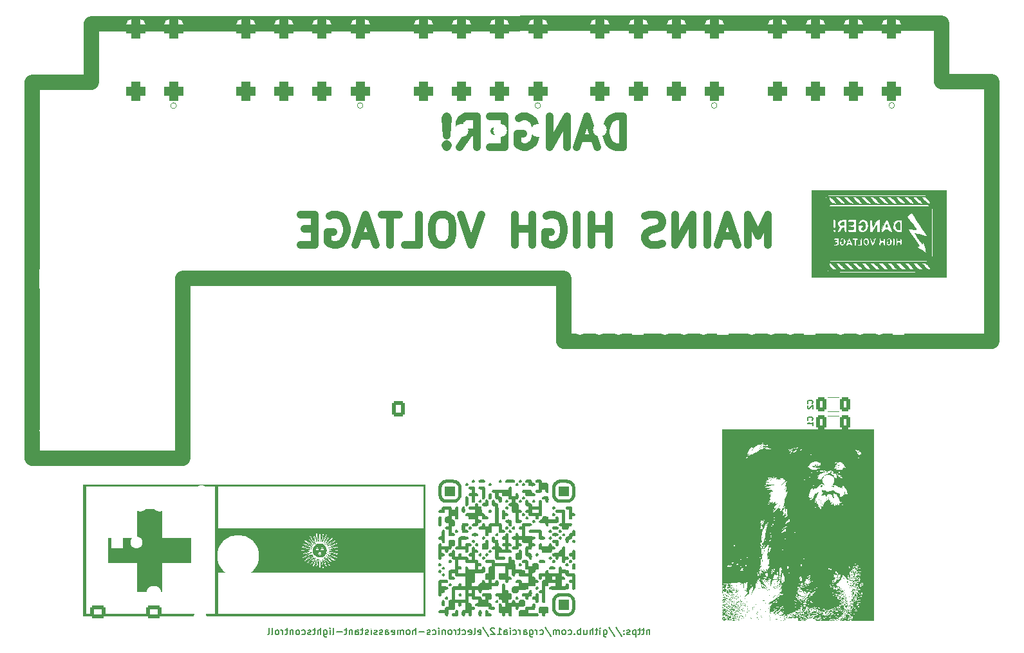
<source format=gbr>
%TF.GenerationSoftware,KiCad,Pcbnew,8.0.4*%
%TF.CreationDate,2024-09-08T16:09:12+02:00*%
%TF.ProjectId,hamodule,68616d6f-6475-46c6-952e-6b696361645f,20240908.24.8*%
%TF.SameCoordinates,Original*%
%TF.FileFunction,Legend,Bot*%
%TF.FilePolarity,Positive*%
%FSLAX46Y46*%
G04 Gerber Fmt 4.6, Leading zero omitted, Abs format (unit mm)*
G04 Created by KiCad (PCBNEW 8.0.4) date 2024-09-08 16:09:12*
%MOMM*%
%LPD*%
G01*
G04 APERTURE LIST*
G04 Aperture macros list*
%AMRoundRect*
0 Rectangle with rounded corners*
0 $1 Rounding radius*
0 $2 $3 $4 $5 $6 $7 $8 $9 X,Y pos of 4 corners*
0 Add a 4 corners polygon primitive as box body*
4,1,4,$2,$3,$4,$5,$6,$7,$8,$9,$2,$3,0*
0 Add four circle primitives for the rounded corners*
1,1,$1+$1,$2,$3*
1,1,$1+$1,$4,$5*
1,1,$1+$1,$6,$7*
1,1,$1+$1,$8,$9*
0 Add four rect primitives between the rounded corners*
20,1,$1+$1,$2,$3,$4,$5,0*
20,1,$1+$1,$4,$5,$6,$7,0*
20,1,$1+$1,$6,$7,$8,$9,0*
20,1,$1+$1,$8,$9,$2,$3,0*%
G04 Aperture macros list end*
%ADD10C,2.000000*%
%ADD11C,1.000000*%
%ADD12C,0.150000*%
%ADD13C,0.120000*%
%ADD14C,0.010000*%
%ADD15C,0.000000*%
%ADD16R,1.700000X1.700000*%
%ADD17O,1.700000X1.700000*%
%ADD18C,1.800000*%
%ADD19RoundRect,0.250000X0.750000X-0.600000X0.750000X0.600000X-0.750000X0.600000X-0.750000X-0.600000X0*%
%ADD20O,2.000000X1.700000*%
%ADD21R,2.500000X2.500000*%
%ADD22C,2.500000*%
%ADD23R,1.905000X2.000000*%
%ADD24O,1.905000X2.000000*%
%ADD25RoundRect,0.625000X0.625000X0.625000X-0.625000X0.625000X-0.625000X-0.625000X0.625000X-0.625000X0*%
%ADD26C,2.000000*%
%ADD27R,1.600000X2.400000*%
%ADD28O,1.600000X2.400000*%
%ADD29R,1.600000X1.600000*%
%ADD30C,1.600000*%
%ADD31R,2.000000X2.000000*%
%ADD32R,1.000000X1.000000*%
%ADD33C,0.650000*%
%ADD34O,1.000000X2.100000*%
%ADD35O,1.000000X1.600000*%
%ADD36RoundRect,0.250000X-0.600000X-0.725000X0.600000X-0.725000X0.600000X0.725000X-0.600000X0.725000X0*%
%ADD37O,1.700000X1.950000*%
%ADD38C,5.500000*%
%ADD39RoundRect,0.250000X0.412500X0.650000X-0.412500X0.650000X-0.412500X-0.650000X0.412500X-0.650000X0*%
G04 APERTURE END LIST*
D10*
X1524000Y73318400D02*
X9374000Y73318400D01*
X9374000Y81018400D02*
X9374000Y73318400D01*
X121224000Y81068400D02*
X121224000Y73368400D01*
X121224000Y73368400D02*
X127799000Y73368400D01*
X127787400Y39141400D02*
X71488800Y39136200D01*
X1524000Y23749000D02*
X1524000Y73318400D01*
X127774000Y73368400D02*
X127787400Y39141400D01*
X21324000Y47468400D02*
X21324000Y23749000D01*
X71488800Y39136200D02*
X71488800Y47468400D01*
X21324000Y23749000D02*
X1524000Y23749000D01*
X71488800Y47468400D02*
X21324000Y47468400D01*
X9374000Y81018400D02*
X121224000Y81068400D01*
D11*
X79310047Y64763100D02*
X79310047Y68763100D01*
X79310047Y68763100D02*
X78357666Y68763100D01*
X78357666Y68763100D02*
X77786237Y68572624D01*
X77786237Y68572624D02*
X77405285Y68191672D01*
X77405285Y68191672D02*
X77214808Y67810719D01*
X77214808Y67810719D02*
X77024332Y67048815D01*
X77024332Y67048815D02*
X77024332Y66477386D01*
X77024332Y66477386D02*
X77214808Y65715481D01*
X77214808Y65715481D02*
X77405285Y65334529D01*
X77405285Y65334529D02*
X77786237Y64953576D01*
X77786237Y64953576D02*
X78357666Y64763100D01*
X78357666Y64763100D02*
X79310047Y64763100D01*
X75500523Y65905957D02*
X73595761Y65905957D01*
X75881475Y64763100D02*
X74548142Y68763100D01*
X74548142Y68763100D02*
X73214808Y64763100D01*
X71881476Y64763100D02*
X71881476Y68763100D01*
X71881476Y68763100D02*
X69595761Y64763100D01*
X69595761Y64763100D02*
X69595761Y68763100D01*
X65595761Y68572624D02*
X65976714Y68763100D01*
X65976714Y68763100D02*
X66548142Y68763100D01*
X66548142Y68763100D02*
X67119571Y68572624D01*
X67119571Y68572624D02*
X67500523Y68191672D01*
X67500523Y68191672D02*
X67691000Y67810719D01*
X67691000Y67810719D02*
X67881476Y67048815D01*
X67881476Y67048815D02*
X67881476Y66477386D01*
X67881476Y66477386D02*
X67691000Y65715481D01*
X67691000Y65715481D02*
X67500523Y65334529D01*
X67500523Y65334529D02*
X67119571Y64953576D01*
X67119571Y64953576D02*
X66548142Y64763100D01*
X66548142Y64763100D02*
X66167190Y64763100D01*
X66167190Y64763100D02*
X65595761Y64953576D01*
X65595761Y64953576D02*
X65405285Y65144053D01*
X65405285Y65144053D02*
X65405285Y66477386D01*
X65405285Y66477386D02*
X66167190Y66477386D01*
X63691000Y66858338D02*
X62357666Y66858338D01*
X61786238Y64763100D02*
X63691000Y64763100D01*
X63691000Y64763100D02*
X63691000Y68763100D01*
X63691000Y68763100D02*
X61786238Y68763100D01*
X57786237Y64763100D02*
X59119571Y66667862D01*
X60071952Y64763100D02*
X60071952Y68763100D01*
X60071952Y68763100D02*
X58548142Y68763100D01*
X58548142Y68763100D02*
X58167190Y68572624D01*
X58167190Y68572624D02*
X57976713Y68382148D01*
X57976713Y68382148D02*
X57786237Y68001196D01*
X57786237Y68001196D02*
X57786237Y67429767D01*
X57786237Y67429767D02*
X57976713Y67048815D01*
X57976713Y67048815D02*
X58167190Y66858338D01*
X58167190Y66858338D02*
X58548142Y66667862D01*
X58548142Y66667862D02*
X60071952Y66667862D01*
X56071952Y65144053D02*
X55881475Y64953576D01*
X55881475Y64953576D02*
X56071952Y64763100D01*
X56071952Y64763100D02*
X56262428Y64953576D01*
X56262428Y64953576D02*
X56071952Y65144053D01*
X56071952Y65144053D02*
X56071952Y64763100D01*
X56071952Y66286910D02*
X56262428Y68572624D01*
X56262428Y68572624D02*
X56071952Y68763100D01*
X56071952Y68763100D02*
X55881475Y68572624D01*
X55881475Y68572624D02*
X56071952Y66286910D01*
X56071952Y66286910D02*
X56071952Y68763100D01*
X98357666Y51883548D02*
X98357666Y55883548D01*
X98357666Y55883548D02*
X97024332Y53026405D01*
X97024332Y53026405D02*
X95690999Y55883548D01*
X95690999Y55883548D02*
X95690999Y51883548D01*
X93976713Y53026405D02*
X92071951Y53026405D01*
X94357665Y51883548D02*
X93024332Y55883548D01*
X93024332Y55883548D02*
X91690998Y51883548D01*
X90357666Y51883548D02*
X90357666Y55883548D01*
X88452904Y51883548D02*
X88452904Y55883548D01*
X88452904Y55883548D02*
X86167189Y51883548D01*
X86167189Y51883548D02*
X86167189Y55883548D01*
X84452904Y52074024D02*
X83881475Y51883548D01*
X83881475Y51883548D02*
X82929094Y51883548D01*
X82929094Y51883548D02*
X82548142Y52074024D01*
X82548142Y52074024D02*
X82357666Y52264501D01*
X82357666Y52264501D02*
X82167189Y52645453D01*
X82167189Y52645453D02*
X82167189Y53026405D01*
X82167189Y53026405D02*
X82357666Y53407358D01*
X82357666Y53407358D02*
X82548142Y53597834D01*
X82548142Y53597834D02*
X82929094Y53788310D01*
X82929094Y53788310D02*
X83690999Y53978786D01*
X83690999Y53978786D02*
X84071951Y54169263D01*
X84071951Y54169263D02*
X84262428Y54359739D01*
X84262428Y54359739D02*
X84452904Y54740691D01*
X84452904Y54740691D02*
X84452904Y55121644D01*
X84452904Y55121644D02*
X84262428Y55502596D01*
X84262428Y55502596D02*
X84071951Y55693072D01*
X84071951Y55693072D02*
X83690999Y55883548D01*
X83690999Y55883548D02*
X82738618Y55883548D01*
X82738618Y55883548D02*
X82167189Y55693072D01*
X77405285Y51883548D02*
X77405285Y55883548D01*
X77405285Y53978786D02*
X75119570Y53978786D01*
X75119570Y51883548D02*
X75119570Y55883548D01*
X73214809Y51883548D02*
X73214809Y55883548D01*
X69214808Y55693072D02*
X69595761Y55883548D01*
X69595761Y55883548D02*
X70167189Y55883548D01*
X70167189Y55883548D02*
X70738618Y55693072D01*
X70738618Y55693072D02*
X71119570Y55312120D01*
X71119570Y55312120D02*
X71310047Y54931167D01*
X71310047Y54931167D02*
X71500523Y54169263D01*
X71500523Y54169263D02*
X71500523Y53597834D01*
X71500523Y53597834D02*
X71310047Y52835929D01*
X71310047Y52835929D02*
X71119570Y52454977D01*
X71119570Y52454977D02*
X70738618Y52074024D01*
X70738618Y52074024D02*
X70167189Y51883548D01*
X70167189Y51883548D02*
X69786237Y51883548D01*
X69786237Y51883548D02*
X69214808Y52074024D01*
X69214808Y52074024D02*
X69024332Y52264501D01*
X69024332Y52264501D02*
X69024332Y53597834D01*
X69024332Y53597834D02*
X69786237Y53597834D01*
X67310047Y51883548D02*
X67310047Y55883548D01*
X67310047Y53978786D02*
X65024332Y53978786D01*
X65024332Y51883548D02*
X65024332Y55883548D01*
X60643380Y55883548D02*
X59310047Y51883548D01*
X59310047Y51883548D02*
X57976713Y55883548D01*
X55881476Y55883548D02*
X55119571Y55883548D01*
X55119571Y55883548D02*
X54738619Y55693072D01*
X54738619Y55693072D02*
X54357666Y55312120D01*
X54357666Y55312120D02*
X54167190Y54550215D01*
X54167190Y54550215D02*
X54167190Y53216882D01*
X54167190Y53216882D02*
X54357666Y52454977D01*
X54357666Y52454977D02*
X54738619Y52074024D01*
X54738619Y52074024D02*
X55119571Y51883548D01*
X55119571Y51883548D02*
X55881476Y51883548D01*
X55881476Y51883548D02*
X56262428Y52074024D01*
X56262428Y52074024D02*
X56643381Y52454977D01*
X56643381Y52454977D02*
X56833857Y53216882D01*
X56833857Y53216882D02*
X56833857Y54550215D01*
X56833857Y54550215D02*
X56643381Y55312120D01*
X56643381Y55312120D02*
X56262428Y55693072D01*
X56262428Y55693072D02*
X55881476Y55883548D01*
X50548143Y51883548D02*
X52452905Y51883548D01*
X52452905Y51883548D02*
X52452905Y55883548D01*
X49786238Y55883548D02*
X47500524Y55883548D01*
X48643381Y51883548D02*
X48643381Y55883548D01*
X46357667Y53026405D02*
X44452905Y53026405D01*
X46738619Y51883548D02*
X45405286Y55883548D01*
X45405286Y55883548D02*
X44071952Y51883548D01*
X40643381Y55693072D02*
X41024334Y55883548D01*
X41024334Y55883548D02*
X41595762Y55883548D01*
X41595762Y55883548D02*
X42167191Y55693072D01*
X42167191Y55693072D02*
X42548143Y55312120D01*
X42548143Y55312120D02*
X42738620Y54931167D01*
X42738620Y54931167D02*
X42929096Y54169263D01*
X42929096Y54169263D02*
X42929096Y53597834D01*
X42929096Y53597834D02*
X42738620Y52835929D01*
X42738620Y52835929D02*
X42548143Y52454977D01*
X42548143Y52454977D02*
X42167191Y52074024D01*
X42167191Y52074024D02*
X41595762Y51883548D01*
X41595762Y51883548D02*
X41214810Y51883548D01*
X41214810Y51883548D02*
X40643381Y52074024D01*
X40643381Y52074024D02*
X40452905Y52264501D01*
X40452905Y52264501D02*
X40452905Y53597834D01*
X40452905Y53597834D02*
X41214810Y53597834D01*
X38738620Y53978786D02*
X37405286Y53978786D01*
X36833858Y51883548D02*
X38738620Y51883548D01*
X38738620Y51883548D02*
X38738620Y55883548D01*
X38738620Y55883548D02*
X36833858Y55883548D01*
D12*
X82780233Y531243D02*
X82780233Y1431243D01*
X82394519Y531243D02*
X82394519Y1002672D01*
X82394519Y1002672D02*
X82437376Y1088386D01*
X82437376Y1088386D02*
X82523090Y1131243D01*
X82523090Y1131243D02*
X82651661Y1131243D01*
X82651661Y1131243D02*
X82737376Y1088386D01*
X82737376Y1088386D02*
X82780233Y1045529D01*
X82094518Y1131243D02*
X81751661Y1131243D01*
X81965947Y1431243D02*
X81965947Y659815D01*
X81965947Y659815D02*
X81923090Y574100D01*
X81923090Y574100D02*
X81837375Y531243D01*
X81837375Y531243D02*
X81751661Y531243D01*
X81580232Y1131243D02*
X81237375Y1131243D01*
X81451661Y1431243D02*
X81451661Y659815D01*
X81451661Y659815D02*
X81408804Y574100D01*
X81408804Y574100D02*
X81323089Y531243D01*
X81323089Y531243D02*
X81237375Y531243D01*
X80937375Y1131243D02*
X80937375Y231243D01*
X80937375Y1088386D02*
X80851661Y1131243D01*
X80851661Y1131243D02*
X80680232Y1131243D01*
X80680232Y1131243D02*
X80594518Y1088386D01*
X80594518Y1088386D02*
X80551661Y1045529D01*
X80551661Y1045529D02*
X80508803Y959815D01*
X80508803Y959815D02*
X80508803Y702672D01*
X80508803Y702672D02*
X80551661Y616958D01*
X80551661Y616958D02*
X80594518Y574100D01*
X80594518Y574100D02*
X80680232Y531243D01*
X80680232Y531243D02*
X80851661Y531243D01*
X80851661Y531243D02*
X80937375Y574100D01*
X80165946Y574100D02*
X80080232Y531243D01*
X80080232Y531243D02*
X79908803Y531243D01*
X79908803Y531243D02*
X79823089Y574100D01*
X79823089Y574100D02*
X79780232Y659815D01*
X79780232Y659815D02*
X79780232Y702672D01*
X79780232Y702672D02*
X79823089Y788386D01*
X79823089Y788386D02*
X79908803Y831243D01*
X79908803Y831243D02*
X80037375Y831243D01*
X80037375Y831243D02*
X80123089Y874100D01*
X80123089Y874100D02*
X80165946Y959815D01*
X80165946Y959815D02*
X80165946Y1002672D01*
X80165946Y1002672D02*
X80123089Y1088386D01*
X80123089Y1088386D02*
X80037375Y1131243D01*
X80037375Y1131243D02*
X79908803Y1131243D01*
X79908803Y1131243D02*
X79823089Y1088386D01*
X79394518Y616958D02*
X79351661Y574100D01*
X79351661Y574100D02*
X79394518Y531243D01*
X79394518Y531243D02*
X79437375Y574100D01*
X79437375Y574100D02*
X79394518Y616958D01*
X79394518Y616958D02*
X79394518Y531243D01*
X79394518Y1088386D02*
X79351661Y1045529D01*
X79351661Y1045529D02*
X79394518Y1002672D01*
X79394518Y1002672D02*
X79437375Y1045529D01*
X79437375Y1045529D02*
X79394518Y1088386D01*
X79394518Y1088386D02*
X79394518Y1002672D01*
X78323090Y1474100D02*
X79094518Y316958D01*
X77380233Y1474100D02*
X78151661Y316958D01*
X76694519Y1131243D02*
X76694519Y402672D01*
X76694519Y402672D02*
X76737376Y316958D01*
X76737376Y316958D02*
X76780233Y274100D01*
X76780233Y274100D02*
X76865947Y231243D01*
X76865947Y231243D02*
X76994519Y231243D01*
X76994519Y231243D02*
X77080233Y274100D01*
X76694519Y574100D02*
X76780233Y531243D01*
X76780233Y531243D02*
X76951661Y531243D01*
X76951661Y531243D02*
X77037376Y574100D01*
X77037376Y574100D02*
X77080233Y616958D01*
X77080233Y616958D02*
X77123090Y702672D01*
X77123090Y702672D02*
X77123090Y959815D01*
X77123090Y959815D02*
X77080233Y1045529D01*
X77080233Y1045529D02*
X77037376Y1088386D01*
X77037376Y1088386D02*
X76951661Y1131243D01*
X76951661Y1131243D02*
X76780233Y1131243D01*
X76780233Y1131243D02*
X76694519Y1088386D01*
X76265947Y531243D02*
X76265947Y1131243D01*
X76265947Y1431243D02*
X76308804Y1388386D01*
X76308804Y1388386D02*
X76265947Y1345529D01*
X76265947Y1345529D02*
X76223090Y1388386D01*
X76223090Y1388386D02*
X76265947Y1431243D01*
X76265947Y1431243D02*
X76265947Y1345529D01*
X75965947Y1131243D02*
X75623090Y1131243D01*
X75837376Y1431243D02*
X75837376Y659815D01*
X75837376Y659815D02*
X75794519Y574100D01*
X75794519Y574100D02*
X75708804Y531243D01*
X75708804Y531243D02*
X75623090Y531243D01*
X75323090Y531243D02*
X75323090Y1431243D01*
X74937376Y531243D02*
X74937376Y1002672D01*
X74937376Y1002672D02*
X74980233Y1088386D01*
X74980233Y1088386D02*
X75065947Y1131243D01*
X75065947Y1131243D02*
X75194518Y1131243D01*
X75194518Y1131243D02*
X75280233Y1088386D01*
X75280233Y1088386D02*
X75323090Y1045529D01*
X74123090Y1131243D02*
X74123090Y531243D01*
X74508804Y1131243D02*
X74508804Y659815D01*
X74508804Y659815D02*
X74465947Y574100D01*
X74465947Y574100D02*
X74380232Y531243D01*
X74380232Y531243D02*
X74251661Y531243D01*
X74251661Y531243D02*
X74165947Y574100D01*
X74165947Y574100D02*
X74123090Y616958D01*
X73694518Y531243D02*
X73694518Y1431243D01*
X73694518Y1088386D02*
X73608804Y1131243D01*
X73608804Y1131243D02*
X73437375Y1131243D01*
X73437375Y1131243D02*
X73351661Y1088386D01*
X73351661Y1088386D02*
X73308804Y1045529D01*
X73308804Y1045529D02*
X73265946Y959815D01*
X73265946Y959815D02*
X73265946Y702672D01*
X73265946Y702672D02*
X73308804Y616958D01*
X73308804Y616958D02*
X73351661Y574100D01*
X73351661Y574100D02*
X73437375Y531243D01*
X73437375Y531243D02*
X73608804Y531243D01*
X73608804Y531243D02*
X73694518Y574100D01*
X72880232Y616958D02*
X72837375Y574100D01*
X72837375Y574100D02*
X72880232Y531243D01*
X72880232Y531243D02*
X72923089Y574100D01*
X72923089Y574100D02*
X72880232Y616958D01*
X72880232Y616958D02*
X72880232Y531243D01*
X72065947Y574100D02*
X72151661Y531243D01*
X72151661Y531243D02*
X72323089Y531243D01*
X72323089Y531243D02*
X72408804Y574100D01*
X72408804Y574100D02*
X72451661Y616958D01*
X72451661Y616958D02*
X72494518Y702672D01*
X72494518Y702672D02*
X72494518Y959815D01*
X72494518Y959815D02*
X72451661Y1045529D01*
X72451661Y1045529D02*
X72408804Y1088386D01*
X72408804Y1088386D02*
X72323089Y1131243D01*
X72323089Y1131243D02*
X72151661Y1131243D01*
X72151661Y1131243D02*
X72065947Y1088386D01*
X71551660Y531243D02*
X71637375Y574100D01*
X71637375Y574100D02*
X71680232Y616958D01*
X71680232Y616958D02*
X71723089Y702672D01*
X71723089Y702672D02*
X71723089Y959815D01*
X71723089Y959815D02*
X71680232Y1045529D01*
X71680232Y1045529D02*
X71637375Y1088386D01*
X71637375Y1088386D02*
X71551660Y1131243D01*
X71551660Y1131243D02*
X71423089Y1131243D01*
X71423089Y1131243D02*
X71337375Y1088386D01*
X71337375Y1088386D02*
X71294518Y1045529D01*
X71294518Y1045529D02*
X71251660Y959815D01*
X71251660Y959815D02*
X71251660Y702672D01*
X71251660Y702672D02*
X71294518Y616958D01*
X71294518Y616958D02*
X71337375Y574100D01*
X71337375Y574100D02*
X71423089Y531243D01*
X71423089Y531243D02*
X71551660Y531243D01*
X70865946Y531243D02*
X70865946Y1131243D01*
X70865946Y1045529D02*
X70823089Y1088386D01*
X70823089Y1088386D02*
X70737374Y1131243D01*
X70737374Y1131243D02*
X70608803Y1131243D01*
X70608803Y1131243D02*
X70523089Y1088386D01*
X70523089Y1088386D02*
X70480232Y1002672D01*
X70480232Y1002672D02*
X70480232Y531243D01*
X70480232Y1002672D02*
X70437374Y1088386D01*
X70437374Y1088386D02*
X70351660Y1131243D01*
X70351660Y1131243D02*
X70223089Y1131243D01*
X70223089Y1131243D02*
X70137374Y1088386D01*
X70137374Y1088386D02*
X70094517Y1002672D01*
X70094517Y1002672D02*
X70094517Y531243D01*
X69023089Y1474100D02*
X69794517Y316958D01*
X68337375Y574100D02*
X68423089Y531243D01*
X68423089Y531243D02*
X68594517Y531243D01*
X68594517Y531243D02*
X68680232Y574100D01*
X68680232Y574100D02*
X68723089Y616958D01*
X68723089Y616958D02*
X68765946Y702672D01*
X68765946Y702672D02*
X68765946Y959815D01*
X68765946Y959815D02*
X68723089Y1045529D01*
X68723089Y1045529D02*
X68680232Y1088386D01*
X68680232Y1088386D02*
X68594517Y1131243D01*
X68594517Y1131243D02*
X68423089Y1131243D01*
X68423089Y1131243D02*
X68337375Y1088386D01*
X67951660Y531243D02*
X67951660Y1131243D01*
X67951660Y959815D02*
X67908803Y1045529D01*
X67908803Y1045529D02*
X67865946Y1088386D01*
X67865946Y1088386D02*
X67780231Y1131243D01*
X67780231Y1131243D02*
X67694517Y1131243D01*
X67008803Y1131243D02*
X67008803Y402672D01*
X67008803Y402672D02*
X67051660Y316958D01*
X67051660Y316958D02*
X67094517Y274100D01*
X67094517Y274100D02*
X67180231Y231243D01*
X67180231Y231243D02*
X67308803Y231243D01*
X67308803Y231243D02*
X67394517Y274100D01*
X67008803Y574100D02*
X67094517Y531243D01*
X67094517Y531243D02*
X67265945Y531243D01*
X67265945Y531243D02*
X67351660Y574100D01*
X67351660Y574100D02*
X67394517Y616958D01*
X67394517Y616958D02*
X67437374Y702672D01*
X67437374Y702672D02*
X67437374Y959815D01*
X67437374Y959815D02*
X67394517Y1045529D01*
X67394517Y1045529D02*
X67351660Y1088386D01*
X67351660Y1088386D02*
X67265945Y1131243D01*
X67265945Y1131243D02*
X67094517Y1131243D01*
X67094517Y1131243D02*
X67008803Y1088386D01*
X66194517Y531243D02*
X66194517Y1002672D01*
X66194517Y1002672D02*
X66237374Y1088386D01*
X66237374Y1088386D02*
X66323088Y1131243D01*
X66323088Y1131243D02*
X66494517Y1131243D01*
X66494517Y1131243D02*
X66580231Y1088386D01*
X66194517Y574100D02*
X66280231Y531243D01*
X66280231Y531243D02*
X66494517Y531243D01*
X66494517Y531243D02*
X66580231Y574100D01*
X66580231Y574100D02*
X66623088Y659815D01*
X66623088Y659815D02*
X66623088Y745529D01*
X66623088Y745529D02*
X66580231Y831243D01*
X66580231Y831243D02*
X66494517Y874100D01*
X66494517Y874100D02*
X66280231Y874100D01*
X66280231Y874100D02*
X66194517Y916958D01*
X65765945Y531243D02*
X65765945Y1131243D01*
X65765945Y959815D02*
X65723088Y1045529D01*
X65723088Y1045529D02*
X65680231Y1088386D01*
X65680231Y1088386D02*
X65594516Y1131243D01*
X65594516Y1131243D02*
X65508802Y1131243D01*
X64823088Y574100D02*
X64908802Y531243D01*
X64908802Y531243D02*
X65080230Y531243D01*
X65080230Y531243D02*
X65165945Y574100D01*
X65165945Y574100D02*
X65208802Y616958D01*
X65208802Y616958D02*
X65251659Y702672D01*
X65251659Y702672D02*
X65251659Y959815D01*
X65251659Y959815D02*
X65208802Y1045529D01*
X65208802Y1045529D02*
X65165945Y1088386D01*
X65165945Y1088386D02*
X65080230Y1131243D01*
X65080230Y1131243D02*
X64908802Y1131243D01*
X64908802Y1131243D02*
X64823088Y1088386D01*
X64437373Y531243D02*
X64437373Y1131243D01*
X64437373Y1431243D02*
X64480230Y1388386D01*
X64480230Y1388386D02*
X64437373Y1345529D01*
X64437373Y1345529D02*
X64394516Y1388386D01*
X64394516Y1388386D02*
X64437373Y1431243D01*
X64437373Y1431243D02*
X64437373Y1345529D01*
X63623088Y531243D02*
X63623088Y1002672D01*
X63623088Y1002672D02*
X63665945Y1088386D01*
X63665945Y1088386D02*
X63751659Y1131243D01*
X63751659Y1131243D02*
X63923088Y1131243D01*
X63923088Y1131243D02*
X64008802Y1088386D01*
X63623088Y574100D02*
X63708802Y531243D01*
X63708802Y531243D02*
X63923088Y531243D01*
X63923088Y531243D02*
X64008802Y574100D01*
X64008802Y574100D02*
X64051659Y659815D01*
X64051659Y659815D02*
X64051659Y745529D01*
X64051659Y745529D02*
X64008802Y831243D01*
X64008802Y831243D02*
X63923088Y874100D01*
X63923088Y874100D02*
X63708802Y874100D01*
X63708802Y874100D02*
X63623088Y916958D01*
X62723087Y531243D02*
X63237373Y531243D01*
X62980230Y531243D02*
X62980230Y1431243D01*
X62980230Y1431243D02*
X63065944Y1302672D01*
X63065944Y1302672D02*
X63151659Y1216958D01*
X63151659Y1216958D02*
X63237373Y1174100D01*
X62380230Y1345529D02*
X62337373Y1388386D01*
X62337373Y1388386D02*
X62251659Y1431243D01*
X62251659Y1431243D02*
X62037373Y1431243D01*
X62037373Y1431243D02*
X61951659Y1388386D01*
X61951659Y1388386D02*
X61908801Y1345529D01*
X61908801Y1345529D02*
X61865944Y1259815D01*
X61865944Y1259815D02*
X61865944Y1174100D01*
X61865944Y1174100D02*
X61908801Y1045529D01*
X61908801Y1045529D02*
X62423087Y531243D01*
X62423087Y531243D02*
X61865944Y531243D01*
X60837373Y1474100D02*
X61608801Y316958D01*
X60194516Y574100D02*
X60280230Y531243D01*
X60280230Y531243D02*
X60451659Y531243D01*
X60451659Y531243D02*
X60537373Y574100D01*
X60537373Y574100D02*
X60580230Y659815D01*
X60580230Y659815D02*
X60580230Y1002672D01*
X60580230Y1002672D02*
X60537373Y1088386D01*
X60537373Y1088386D02*
X60451659Y1131243D01*
X60451659Y1131243D02*
X60280230Y1131243D01*
X60280230Y1131243D02*
X60194516Y1088386D01*
X60194516Y1088386D02*
X60151659Y1002672D01*
X60151659Y1002672D02*
X60151659Y916958D01*
X60151659Y916958D02*
X60580230Y831243D01*
X59637372Y531243D02*
X59723087Y574100D01*
X59723087Y574100D02*
X59765944Y659815D01*
X59765944Y659815D02*
X59765944Y1431243D01*
X58951658Y574100D02*
X59037372Y531243D01*
X59037372Y531243D02*
X59208801Y531243D01*
X59208801Y531243D02*
X59294515Y574100D01*
X59294515Y574100D02*
X59337372Y659815D01*
X59337372Y659815D02*
X59337372Y1002672D01*
X59337372Y1002672D02*
X59294515Y1088386D01*
X59294515Y1088386D02*
X59208801Y1131243D01*
X59208801Y1131243D02*
X59037372Y1131243D01*
X59037372Y1131243D02*
X58951658Y1088386D01*
X58951658Y1088386D02*
X58908801Y1002672D01*
X58908801Y1002672D02*
X58908801Y916958D01*
X58908801Y916958D02*
X59337372Y831243D01*
X58137372Y574100D02*
X58223086Y531243D01*
X58223086Y531243D02*
X58394514Y531243D01*
X58394514Y531243D02*
X58480229Y574100D01*
X58480229Y574100D02*
X58523086Y616958D01*
X58523086Y616958D02*
X58565943Y702672D01*
X58565943Y702672D02*
X58565943Y959815D01*
X58565943Y959815D02*
X58523086Y1045529D01*
X58523086Y1045529D02*
X58480229Y1088386D01*
X58480229Y1088386D02*
X58394514Y1131243D01*
X58394514Y1131243D02*
X58223086Y1131243D01*
X58223086Y1131243D02*
X58137372Y1088386D01*
X57880228Y1131243D02*
X57537371Y1131243D01*
X57751657Y1431243D02*
X57751657Y659815D01*
X57751657Y659815D02*
X57708800Y574100D01*
X57708800Y574100D02*
X57623085Y531243D01*
X57623085Y531243D02*
X57537371Y531243D01*
X57237371Y531243D02*
X57237371Y1131243D01*
X57237371Y959815D02*
X57194514Y1045529D01*
X57194514Y1045529D02*
X57151657Y1088386D01*
X57151657Y1088386D02*
X57065942Y1131243D01*
X57065942Y1131243D02*
X56980228Y1131243D01*
X56551656Y531243D02*
X56637371Y574100D01*
X56637371Y574100D02*
X56680228Y616958D01*
X56680228Y616958D02*
X56723085Y702672D01*
X56723085Y702672D02*
X56723085Y959815D01*
X56723085Y959815D02*
X56680228Y1045529D01*
X56680228Y1045529D02*
X56637371Y1088386D01*
X56637371Y1088386D02*
X56551656Y1131243D01*
X56551656Y1131243D02*
X56423085Y1131243D01*
X56423085Y1131243D02*
X56337371Y1088386D01*
X56337371Y1088386D02*
X56294514Y1045529D01*
X56294514Y1045529D02*
X56251656Y959815D01*
X56251656Y959815D02*
X56251656Y702672D01*
X56251656Y702672D02*
X56294514Y616958D01*
X56294514Y616958D02*
X56337371Y574100D01*
X56337371Y574100D02*
X56423085Y531243D01*
X56423085Y531243D02*
X56551656Y531243D01*
X55865942Y1131243D02*
X55865942Y531243D01*
X55865942Y1045529D02*
X55823085Y1088386D01*
X55823085Y1088386D02*
X55737370Y1131243D01*
X55737370Y1131243D02*
X55608799Y1131243D01*
X55608799Y1131243D02*
X55523085Y1088386D01*
X55523085Y1088386D02*
X55480228Y1002672D01*
X55480228Y1002672D02*
X55480228Y531243D01*
X55051656Y531243D02*
X55051656Y1131243D01*
X55051656Y1431243D02*
X55094513Y1388386D01*
X55094513Y1388386D02*
X55051656Y1345529D01*
X55051656Y1345529D02*
X55008799Y1388386D01*
X55008799Y1388386D02*
X55051656Y1431243D01*
X55051656Y1431243D02*
X55051656Y1345529D01*
X54237371Y574100D02*
X54323085Y531243D01*
X54323085Y531243D02*
X54494513Y531243D01*
X54494513Y531243D02*
X54580228Y574100D01*
X54580228Y574100D02*
X54623085Y616958D01*
X54623085Y616958D02*
X54665942Y702672D01*
X54665942Y702672D02*
X54665942Y959815D01*
X54665942Y959815D02*
X54623085Y1045529D01*
X54623085Y1045529D02*
X54580228Y1088386D01*
X54580228Y1088386D02*
X54494513Y1131243D01*
X54494513Y1131243D02*
X54323085Y1131243D01*
X54323085Y1131243D02*
X54237371Y1088386D01*
X53894513Y574100D02*
X53808799Y531243D01*
X53808799Y531243D02*
X53637370Y531243D01*
X53637370Y531243D02*
X53551656Y574100D01*
X53551656Y574100D02*
X53508799Y659815D01*
X53508799Y659815D02*
X53508799Y702672D01*
X53508799Y702672D02*
X53551656Y788386D01*
X53551656Y788386D02*
X53637370Y831243D01*
X53637370Y831243D02*
X53765942Y831243D01*
X53765942Y831243D02*
X53851656Y874100D01*
X53851656Y874100D02*
X53894513Y959815D01*
X53894513Y959815D02*
X53894513Y1002672D01*
X53894513Y1002672D02*
X53851656Y1088386D01*
X53851656Y1088386D02*
X53765942Y1131243D01*
X53765942Y1131243D02*
X53637370Y1131243D01*
X53637370Y1131243D02*
X53551656Y1088386D01*
X53123085Y874100D02*
X52437371Y874100D01*
X52008799Y531243D02*
X52008799Y1431243D01*
X51623085Y531243D02*
X51623085Y1002672D01*
X51623085Y1002672D02*
X51665942Y1088386D01*
X51665942Y1088386D02*
X51751656Y1131243D01*
X51751656Y1131243D02*
X51880227Y1131243D01*
X51880227Y1131243D02*
X51965942Y1088386D01*
X51965942Y1088386D02*
X52008799Y1045529D01*
X51065941Y531243D02*
X51151656Y574100D01*
X51151656Y574100D02*
X51194513Y616958D01*
X51194513Y616958D02*
X51237370Y702672D01*
X51237370Y702672D02*
X51237370Y959815D01*
X51237370Y959815D02*
X51194513Y1045529D01*
X51194513Y1045529D02*
X51151656Y1088386D01*
X51151656Y1088386D02*
X51065941Y1131243D01*
X51065941Y1131243D02*
X50937370Y1131243D01*
X50937370Y1131243D02*
X50851656Y1088386D01*
X50851656Y1088386D02*
X50808799Y1045529D01*
X50808799Y1045529D02*
X50765941Y959815D01*
X50765941Y959815D02*
X50765941Y702672D01*
X50765941Y702672D02*
X50808799Y616958D01*
X50808799Y616958D02*
X50851656Y574100D01*
X50851656Y574100D02*
X50937370Y531243D01*
X50937370Y531243D02*
X51065941Y531243D01*
X50380227Y531243D02*
X50380227Y1131243D01*
X50380227Y1045529D02*
X50337370Y1088386D01*
X50337370Y1088386D02*
X50251655Y1131243D01*
X50251655Y1131243D02*
X50123084Y1131243D01*
X50123084Y1131243D02*
X50037370Y1088386D01*
X50037370Y1088386D02*
X49994513Y1002672D01*
X49994513Y1002672D02*
X49994513Y531243D01*
X49994513Y1002672D02*
X49951655Y1088386D01*
X49951655Y1088386D02*
X49865941Y1131243D01*
X49865941Y1131243D02*
X49737370Y1131243D01*
X49737370Y1131243D02*
X49651655Y1088386D01*
X49651655Y1088386D02*
X49608798Y1002672D01*
X49608798Y1002672D02*
X49608798Y531243D01*
X48837370Y574100D02*
X48923084Y531243D01*
X48923084Y531243D02*
X49094513Y531243D01*
X49094513Y531243D02*
X49180227Y574100D01*
X49180227Y574100D02*
X49223084Y659815D01*
X49223084Y659815D02*
X49223084Y1002672D01*
X49223084Y1002672D02*
X49180227Y1088386D01*
X49180227Y1088386D02*
X49094513Y1131243D01*
X49094513Y1131243D02*
X48923084Y1131243D01*
X48923084Y1131243D02*
X48837370Y1088386D01*
X48837370Y1088386D02*
X48794513Y1002672D01*
X48794513Y1002672D02*
X48794513Y916958D01*
X48794513Y916958D02*
X49223084Y831243D01*
X48023084Y531243D02*
X48023084Y1002672D01*
X48023084Y1002672D02*
X48065941Y1088386D01*
X48065941Y1088386D02*
X48151655Y1131243D01*
X48151655Y1131243D02*
X48323084Y1131243D01*
X48323084Y1131243D02*
X48408798Y1088386D01*
X48023084Y574100D02*
X48108798Y531243D01*
X48108798Y531243D02*
X48323084Y531243D01*
X48323084Y531243D02*
X48408798Y574100D01*
X48408798Y574100D02*
X48451655Y659815D01*
X48451655Y659815D02*
X48451655Y745529D01*
X48451655Y745529D02*
X48408798Y831243D01*
X48408798Y831243D02*
X48323084Y874100D01*
X48323084Y874100D02*
X48108798Y874100D01*
X48108798Y874100D02*
X48023084Y916958D01*
X47637369Y574100D02*
X47551655Y531243D01*
X47551655Y531243D02*
X47380226Y531243D01*
X47380226Y531243D02*
X47294512Y574100D01*
X47294512Y574100D02*
X47251655Y659815D01*
X47251655Y659815D02*
X47251655Y702672D01*
X47251655Y702672D02*
X47294512Y788386D01*
X47294512Y788386D02*
X47380226Y831243D01*
X47380226Y831243D02*
X47508798Y831243D01*
X47508798Y831243D02*
X47594512Y874100D01*
X47594512Y874100D02*
X47637369Y959815D01*
X47637369Y959815D02*
X47637369Y1002672D01*
X47637369Y1002672D02*
X47594512Y1088386D01*
X47594512Y1088386D02*
X47508798Y1131243D01*
X47508798Y1131243D02*
X47380226Y1131243D01*
X47380226Y1131243D02*
X47294512Y1088386D01*
X46908798Y574100D02*
X46823084Y531243D01*
X46823084Y531243D02*
X46651655Y531243D01*
X46651655Y531243D02*
X46565941Y574100D01*
X46565941Y574100D02*
X46523084Y659815D01*
X46523084Y659815D02*
X46523084Y702672D01*
X46523084Y702672D02*
X46565941Y788386D01*
X46565941Y788386D02*
X46651655Y831243D01*
X46651655Y831243D02*
X46780227Y831243D01*
X46780227Y831243D02*
X46865941Y874100D01*
X46865941Y874100D02*
X46908798Y959815D01*
X46908798Y959815D02*
X46908798Y1002672D01*
X46908798Y1002672D02*
X46865941Y1088386D01*
X46865941Y1088386D02*
X46780227Y1131243D01*
X46780227Y1131243D02*
X46651655Y1131243D01*
X46651655Y1131243D02*
X46565941Y1088386D01*
X46137370Y531243D02*
X46137370Y1131243D01*
X46137370Y1431243D02*
X46180227Y1388386D01*
X46180227Y1388386D02*
X46137370Y1345529D01*
X46137370Y1345529D02*
X46094513Y1388386D01*
X46094513Y1388386D02*
X46137370Y1431243D01*
X46137370Y1431243D02*
X46137370Y1345529D01*
X45751656Y574100D02*
X45665942Y531243D01*
X45665942Y531243D02*
X45494513Y531243D01*
X45494513Y531243D02*
X45408799Y574100D01*
X45408799Y574100D02*
X45365942Y659815D01*
X45365942Y659815D02*
X45365942Y702672D01*
X45365942Y702672D02*
X45408799Y788386D01*
X45408799Y788386D02*
X45494513Y831243D01*
X45494513Y831243D02*
X45623085Y831243D01*
X45623085Y831243D02*
X45708799Y874100D01*
X45708799Y874100D02*
X45751656Y959815D01*
X45751656Y959815D02*
X45751656Y1002672D01*
X45751656Y1002672D02*
X45708799Y1088386D01*
X45708799Y1088386D02*
X45623085Y1131243D01*
X45623085Y1131243D02*
X45494513Y1131243D01*
X45494513Y1131243D02*
X45408799Y1088386D01*
X45108799Y1131243D02*
X44765942Y1131243D01*
X44980228Y1431243D02*
X44980228Y659815D01*
X44980228Y659815D02*
X44937371Y574100D01*
X44937371Y574100D02*
X44851656Y531243D01*
X44851656Y531243D02*
X44765942Y531243D01*
X44080228Y531243D02*
X44080228Y1002672D01*
X44080228Y1002672D02*
X44123085Y1088386D01*
X44123085Y1088386D02*
X44208799Y1131243D01*
X44208799Y1131243D02*
X44380228Y1131243D01*
X44380228Y1131243D02*
X44465942Y1088386D01*
X44080228Y574100D02*
X44165942Y531243D01*
X44165942Y531243D02*
X44380228Y531243D01*
X44380228Y531243D02*
X44465942Y574100D01*
X44465942Y574100D02*
X44508799Y659815D01*
X44508799Y659815D02*
X44508799Y745529D01*
X44508799Y745529D02*
X44465942Y831243D01*
X44465942Y831243D02*
X44380228Y874100D01*
X44380228Y874100D02*
X44165942Y874100D01*
X44165942Y874100D02*
X44080228Y916958D01*
X43651656Y1131243D02*
X43651656Y531243D01*
X43651656Y1045529D02*
X43608799Y1088386D01*
X43608799Y1088386D02*
X43523084Y1131243D01*
X43523084Y1131243D02*
X43394513Y1131243D01*
X43394513Y1131243D02*
X43308799Y1088386D01*
X43308799Y1088386D02*
X43265942Y1002672D01*
X43265942Y1002672D02*
X43265942Y531243D01*
X42965941Y1131243D02*
X42623084Y1131243D01*
X42837370Y1431243D02*
X42837370Y659815D01*
X42837370Y659815D02*
X42794513Y574100D01*
X42794513Y574100D02*
X42708798Y531243D01*
X42708798Y531243D02*
X42623084Y531243D01*
X42323084Y874100D02*
X41637370Y874100D01*
X41080226Y531243D02*
X41165941Y574100D01*
X41165941Y574100D02*
X41208798Y659815D01*
X41208798Y659815D02*
X41208798Y1431243D01*
X40737369Y531243D02*
X40737369Y1131243D01*
X40737369Y1431243D02*
X40780226Y1388386D01*
X40780226Y1388386D02*
X40737369Y1345529D01*
X40737369Y1345529D02*
X40694512Y1388386D01*
X40694512Y1388386D02*
X40737369Y1431243D01*
X40737369Y1431243D02*
X40737369Y1345529D01*
X39923084Y1131243D02*
X39923084Y402672D01*
X39923084Y402672D02*
X39965941Y316958D01*
X39965941Y316958D02*
X40008798Y274100D01*
X40008798Y274100D02*
X40094512Y231243D01*
X40094512Y231243D02*
X40223084Y231243D01*
X40223084Y231243D02*
X40308798Y274100D01*
X39923084Y574100D02*
X40008798Y531243D01*
X40008798Y531243D02*
X40180226Y531243D01*
X40180226Y531243D02*
X40265941Y574100D01*
X40265941Y574100D02*
X40308798Y616958D01*
X40308798Y616958D02*
X40351655Y702672D01*
X40351655Y702672D02*
X40351655Y959815D01*
X40351655Y959815D02*
X40308798Y1045529D01*
X40308798Y1045529D02*
X40265941Y1088386D01*
X40265941Y1088386D02*
X40180226Y1131243D01*
X40180226Y1131243D02*
X40008798Y1131243D01*
X40008798Y1131243D02*
X39923084Y1088386D01*
X39494512Y531243D02*
X39494512Y1431243D01*
X39108798Y531243D02*
X39108798Y1002672D01*
X39108798Y1002672D02*
X39151655Y1088386D01*
X39151655Y1088386D02*
X39237369Y1131243D01*
X39237369Y1131243D02*
X39365940Y1131243D01*
X39365940Y1131243D02*
X39451655Y1088386D01*
X39451655Y1088386D02*
X39494512Y1045529D01*
X38808797Y1131243D02*
X38465940Y1131243D01*
X38680226Y1431243D02*
X38680226Y659815D01*
X38680226Y659815D02*
X38637369Y574100D01*
X38637369Y574100D02*
X38551654Y531243D01*
X38551654Y531243D02*
X38465940Y531243D01*
X38208797Y574100D02*
X38123083Y531243D01*
X38123083Y531243D02*
X37951654Y531243D01*
X37951654Y531243D02*
X37865940Y574100D01*
X37865940Y574100D02*
X37823083Y659815D01*
X37823083Y659815D02*
X37823083Y702672D01*
X37823083Y702672D02*
X37865940Y788386D01*
X37865940Y788386D02*
X37951654Y831243D01*
X37951654Y831243D02*
X38080226Y831243D01*
X38080226Y831243D02*
X38165940Y874100D01*
X38165940Y874100D02*
X38208797Y959815D01*
X38208797Y959815D02*
X38208797Y1002672D01*
X38208797Y1002672D02*
X38165940Y1088386D01*
X38165940Y1088386D02*
X38080226Y1131243D01*
X38080226Y1131243D02*
X37951654Y1131243D01*
X37951654Y1131243D02*
X37865940Y1088386D01*
X37051655Y574100D02*
X37137369Y531243D01*
X37137369Y531243D02*
X37308797Y531243D01*
X37308797Y531243D02*
X37394512Y574100D01*
X37394512Y574100D02*
X37437369Y616958D01*
X37437369Y616958D02*
X37480226Y702672D01*
X37480226Y702672D02*
X37480226Y959815D01*
X37480226Y959815D02*
X37437369Y1045529D01*
X37437369Y1045529D02*
X37394512Y1088386D01*
X37394512Y1088386D02*
X37308797Y1131243D01*
X37308797Y1131243D02*
X37137369Y1131243D01*
X37137369Y1131243D02*
X37051655Y1088386D01*
X36537368Y531243D02*
X36623083Y574100D01*
X36623083Y574100D02*
X36665940Y616958D01*
X36665940Y616958D02*
X36708797Y702672D01*
X36708797Y702672D02*
X36708797Y959815D01*
X36708797Y959815D02*
X36665940Y1045529D01*
X36665940Y1045529D02*
X36623083Y1088386D01*
X36623083Y1088386D02*
X36537368Y1131243D01*
X36537368Y1131243D02*
X36408797Y1131243D01*
X36408797Y1131243D02*
X36323083Y1088386D01*
X36323083Y1088386D02*
X36280226Y1045529D01*
X36280226Y1045529D02*
X36237368Y959815D01*
X36237368Y959815D02*
X36237368Y702672D01*
X36237368Y702672D02*
X36280226Y616958D01*
X36280226Y616958D02*
X36323083Y574100D01*
X36323083Y574100D02*
X36408797Y531243D01*
X36408797Y531243D02*
X36537368Y531243D01*
X35851654Y1131243D02*
X35851654Y531243D01*
X35851654Y1045529D02*
X35808797Y1088386D01*
X35808797Y1088386D02*
X35723082Y1131243D01*
X35723082Y1131243D02*
X35594511Y1131243D01*
X35594511Y1131243D02*
X35508797Y1088386D01*
X35508797Y1088386D02*
X35465940Y1002672D01*
X35465940Y1002672D02*
X35465940Y531243D01*
X35165939Y1131243D02*
X34823082Y1131243D01*
X35037368Y1431243D02*
X35037368Y659815D01*
X35037368Y659815D02*
X34994511Y574100D01*
X34994511Y574100D02*
X34908796Y531243D01*
X34908796Y531243D02*
X34823082Y531243D01*
X34523082Y531243D02*
X34523082Y1131243D01*
X34523082Y959815D02*
X34480225Y1045529D01*
X34480225Y1045529D02*
X34437368Y1088386D01*
X34437368Y1088386D02*
X34351653Y1131243D01*
X34351653Y1131243D02*
X34265939Y1131243D01*
X33837367Y531243D02*
X33923082Y574100D01*
X33923082Y574100D02*
X33965939Y616958D01*
X33965939Y616958D02*
X34008796Y702672D01*
X34008796Y702672D02*
X34008796Y959815D01*
X34008796Y959815D02*
X33965939Y1045529D01*
X33965939Y1045529D02*
X33923082Y1088386D01*
X33923082Y1088386D02*
X33837367Y1131243D01*
X33837367Y1131243D02*
X33708796Y1131243D01*
X33708796Y1131243D02*
X33623082Y1088386D01*
X33623082Y1088386D02*
X33580225Y1045529D01*
X33580225Y1045529D02*
X33537367Y959815D01*
X33537367Y959815D02*
X33537367Y702672D01*
X33537367Y702672D02*
X33580225Y616958D01*
X33580225Y616958D02*
X33623082Y574100D01*
X33623082Y574100D02*
X33708796Y531243D01*
X33708796Y531243D02*
X33837367Y531243D01*
X33023081Y531243D02*
X33108796Y574100D01*
X33108796Y574100D02*
X33151653Y659815D01*
X33151653Y659815D02*
X33151653Y1431243D01*
X32551652Y531243D02*
X32637367Y574100D01*
X32637367Y574100D02*
X32680224Y659815D01*
X32680224Y659815D02*
X32680224Y1431243D01*
X104173366Y30985067D02*
X104206700Y31018400D01*
X104206700Y31018400D02*
X104240033Y31118400D01*
X104240033Y31118400D02*
X104240033Y31185067D01*
X104240033Y31185067D02*
X104206700Y31285067D01*
X104206700Y31285067D02*
X104140033Y31351733D01*
X104140033Y31351733D02*
X104073366Y31385067D01*
X104073366Y31385067D02*
X103940033Y31418400D01*
X103940033Y31418400D02*
X103840033Y31418400D01*
X103840033Y31418400D02*
X103706700Y31385067D01*
X103706700Y31385067D02*
X103640033Y31351733D01*
X103640033Y31351733D02*
X103573366Y31285067D01*
X103573366Y31285067D02*
X103540033Y31185067D01*
X103540033Y31185067D02*
X103540033Y31118400D01*
X103540033Y31118400D02*
X103573366Y31018400D01*
X103573366Y31018400D02*
X103606700Y30985067D01*
X103606700Y30718400D02*
X103573366Y30685067D01*
X103573366Y30685067D02*
X103540033Y30618400D01*
X103540033Y30618400D02*
X103540033Y30451733D01*
X103540033Y30451733D02*
X103573366Y30385067D01*
X103573366Y30385067D02*
X103606700Y30351733D01*
X103606700Y30351733D02*
X103673366Y30318400D01*
X103673366Y30318400D02*
X103740033Y30318400D01*
X103740033Y30318400D02*
X103840033Y30351733D01*
X103840033Y30351733D02*
X104240033Y30751733D01*
X104240033Y30751733D02*
X104240033Y30318400D01*
X104173366Y28785067D02*
X104206700Y28818400D01*
X104206700Y28818400D02*
X104240033Y28918400D01*
X104240033Y28918400D02*
X104240033Y28985067D01*
X104240033Y28985067D02*
X104206700Y29085067D01*
X104206700Y29085067D02*
X104140033Y29151733D01*
X104140033Y29151733D02*
X104073366Y29185067D01*
X104073366Y29185067D02*
X103940033Y29218400D01*
X103940033Y29218400D02*
X103840033Y29218400D01*
X103840033Y29218400D02*
X103706700Y29185067D01*
X103706700Y29185067D02*
X103640033Y29151733D01*
X103640033Y29151733D02*
X103573366Y29085067D01*
X103573366Y29085067D02*
X103540033Y28985067D01*
X103540033Y28985067D02*
X103540033Y28918400D01*
X103540033Y28918400D02*
X103573366Y28818400D01*
X103573366Y28818400D02*
X103606700Y28785067D01*
X104240033Y28118400D02*
X104240033Y28518400D01*
X104240033Y28318400D02*
X103540033Y28318400D01*
X103540033Y28318400D02*
X103640033Y28385067D01*
X103640033Y28385067D02*
X103706700Y28451733D01*
X103706700Y28451733D02*
X103740033Y28518400D01*
D13*
%TO.C,J15*%
X45072800Y70231000D02*
G75*
G02*
X44310800Y70231000I-381000J0D01*
G01*
X44310800Y70231000D02*
G75*
G02*
X45072800Y70231000I381000J0D01*
G01*
%TO.C,J2*%
X20525000Y70207401D02*
G75*
G02*
X19763000Y70207401I-381000J0D01*
G01*
X19763000Y70207401D02*
G75*
G02*
X20525000Y70207401I381000J0D01*
G01*
%TO.C,J7*%
X91645000Y70235201D02*
G75*
G02*
X90883000Y70235201I-381000J0D01*
G01*
X90883000Y70235201D02*
G75*
G02*
X91645000Y70235201I381000J0D01*
G01*
%TO.C,J6*%
X115002702Y70235201D02*
G75*
G02*
X114240702Y70235201I-381000J0D01*
G01*
X114240702Y70235201D02*
G75*
G02*
X115002702Y70235201I381000J0D01*
G01*
%TO.C,J16*%
X68440800Y70231000D02*
G75*
G02*
X67678800Y70231000I-381000J0D01*
G01*
X67678800Y70231000D02*
G75*
G02*
X68440800Y70231000I381000J0D01*
G01*
D14*
%TO.C,G5*%
X109059196Y52316668D02*
X109066674Y52230841D01*
X109004506Y52184300D01*
X108970270Y52187065D01*
X108919347Y52240051D01*
X108970863Y52364293D01*
X108974090Y52369287D01*
X109021567Y52401747D01*
X109059196Y52316668D01*
G36*
X109059196Y52316668D02*
G01*
X109066674Y52230841D01*
X109004506Y52184300D01*
X108970270Y52187065D01*
X108919347Y52240051D01*
X108970863Y52364293D01*
X108974090Y52369287D01*
X109021567Y52401747D01*
X109059196Y52316668D01*
G37*
X113971507Y54563339D02*
X114029341Y54390925D01*
X114047048Y54301368D01*
X114023323Y54231065D01*
X113912778Y54216300D01*
X113885066Y54216462D01*
X113799010Y54230555D01*
X113782783Y54293132D01*
X113821779Y54440116D01*
X113853391Y54528746D01*
X113913405Y54609150D01*
X113971507Y54563339D01*
G36*
X113971507Y54563339D02*
G01*
X114029341Y54390925D01*
X114047048Y54301368D01*
X114023323Y54231065D01*
X113912778Y54216300D01*
X113885066Y54216462D01*
X113799010Y54230555D01*
X113782783Y54293132D01*
X113821779Y54440116D01*
X113853391Y54528746D01*
X113913405Y54609150D01*
X113971507Y54563339D01*
G37*
X111310196Y52553893D02*
X111358197Y52467616D01*
X111388347Y52307800D01*
X111386980Y52143129D01*
X111349367Y52036134D01*
X111278356Y51995480D01*
X111163881Y52024537D01*
X111074410Y52151999D01*
X111051814Y52233747D01*
X111053496Y52399395D01*
X111108841Y52527946D01*
X111200268Y52589434D01*
X111310196Y52553893D01*
G36*
X111310196Y52553893D02*
G01*
X111358197Y52467616D01*
X111388347Y52307800D01*
X111386980Y52143129D01*
X111349367Y52036134D01*
X111278356Y51995480D01*
X111163881Y52024537D01*
X111074410Y52151999D01*
X111051814Y52233747D01*
X111053496Y52399395D01*
X111108841Y52527946D01*
X111200268Y52589434D01*
X111310196Y52553893D01*
G37*
X108286950Y54904080D02*
X108335165Y54846263D01*
X108343700Y54696574D01*
X108343638Y54670811D01*
X108330784Y54533643D01*
X108268828Y54479693D01*
X108119458Y54470300D01*
X108074325Y54472108D01*
X107911011Y54524323D01*
X107838074Y54625249D01*
X107853735Y54743151D01*
X107956214Y54846295D01*
X108143729Y54902949D01*
X108165147Y54905020D01*
X108286950Y54904080D01*
G36*
X108286950Y54904080D02*
G01*
X108335165Y54846263D01*
X108343700Y54696574D01*
X108343638Y54670811D01*
X108330784Y54533643D01*
X108268828Y54479693D01*
X108119458Y54470300D01*
X108074325Y54472108D01*
X107911011Y54524323D01*
X107838074Y54625249D01*
X107853735Y54743151D01*
X107956214Y54846295D01*
X108143729Y54902949D01*
X108165147Y54905020D01*
X108286950Y54904080D01*
G37*
X115551399Y54913485D02*
X115601838Y54888664D01*
X115630467Y54812812D01*
X115643263Y54660625D01*
X115646200Y54406800D01*
X115646200Y53898800D01*
X115463476Y53898800D01*
X115399132Y53902408D01*
X115237076Y53968603D01*
X115145711Y54126808D01*
X115117034Y54388329D01*
X115120420Y54464581D01*
X115186890Y54702016D01*
X115327092Y54858433D01*
X115526235Y54914800D01*
X115551399Y54913485D01*
G36*
X115551399Y54913485D02*
G01*
X115601838Y54888664D01*
X115630467Y54812812D01*
X115643263Y54660625D01*
X115646200Y54406800D01*
X115646200Y53898800D01*
X115463476Y53898800D01*
X115399132Y53902408D01*
X115237076Y53968603D01*
X115145711Y54126808D01*
X115117034Y54388329D01*
X115120420Y54464581D01*
X115186890Y54702016D01*
X115327092Y54858433D01*
X115526235Y54914800D01*
X115551399Y54913485D01*
G37*
X121805700Y47675800D02*
X104089200Y47675800D01*
X104089200Y50916773D01*
X105939353Y50916773D01*
X105939686Y50400189D01*
X105941439Y49971359D01*
X105944812Y49621337D01*
X105950002Y49341175D01*
X105957210Y49121926D01*
X105966634Y48954644D01*
X105978472Y48830381D01*
X105992923Y48740189D01*
X106010187Y48675122D01*
X106030461Y48626232D01*
X106053946Y48584572D01*
X106174576Y48441750D01*
X106419522Y48315051D01*
X106518424Y48303594D01*
X106735622Y48292718D01*
X107058496Y48283022D01*
X107476468Y48274494D01*
X107978964Y48267121D01*
X108555407Y48260892D01*
X109195221Y48255793D01*
X109887830Y48251814D01*
X110622658Y48248940D01*
X111389129Y48247161D01*
X112176668Y48246464D01*
X112974697Y48246836D01*
X113772642Y48248265D01*
X114559926Y48250740D01*
X115325973Y48254247D01*
X116060207Y48258775D01*
X116752053Y48264311D01*
X117390933Y48270843D01*
X117966273Y48278358D01*
X118467496Y48286845D01*
X118884026Y48296291D01*
X119205288Y48306683D01*
X119420705Y48318010D01*
X119519700Y48330260D01*
X119689584Y48420755D01*
X119852977Y48628300D01*
X119861597Y48646490D01*
X119881888Y48701025D01*
X119899325Y48773338D01*
X119914122Y48872529D01*
X119926495Y49007702D01*
X119936657Y49187958D01*
X119944823Y49422399D01*
X119951207Y49720126D01*
X119956023Y50090242D01*
X119959487Y50541848D01*
X119961812Y51084047D01*
X119963214Y51725940D01*
X119963905Y52476628D01*
X119964102Y53345215D01*
X119964119Y53730097D01*
X119964010Y54577596D01*
X119963167Y55310419D01*
X119960940Y55937294D01*
X119956679Y56466946D01*
X119949734Y56908103D01*
X119939455Y57269490D01*
X119925192Y57559834D01*
X119906294Y57787861D01*
X119882113Y57962298D01*
X119851997Y58091872D01*
X119815298Y58185308D01*
X119771364Y58251334D01*
X119719546Y58298676D01*
X119659194Y58336059D01*
X119589658Y58372211D01*
X119566678Y58382344D01*
X119514066Y58397466D01*
X119436695Y58410734D01*
X119327264Y58422239D01*
X119178469Y58432072D01*
X118983008Y58440324D01*
X118733577Y58447084D01*
X118422873Y58452445D01*
X118043594Y58456496D01*
X117588437Y58459329D01*
X117050099Y58461033D01*
X116421276Y58461700D01*
X115694667Y58461419D01*
X114862968Y58460283D01*
X113918875Y58458381D01*
X112855088Y58455804D01*
X106314564Y58439050D01*
X105962450Y58086956D01*
X105946124Y53437003D01*
X105944889Y53082528D01*
X105942153Y52248996D01*
X105940241Y51530060D01*
X105939353Y50916773D01*
X104089200Y50916773D01*
X104089200Y59105800D01*
X121805700Y59105800D01*
X121805700Y53730097D01*
X121805700Y47675800D01*
G36*
X121805700Y47675800D02*
G01*
X104089200Y47675800D01*
X104089200Y50916773D01*
X105939353Y50916773D01*
X105939686Y50400189D01*
X105941439Y49971359D01*
X105944812Y49621337D01*
X105950002Y49341175D01*
X105957210Y49121926D01*
X105966634Y48954644D01*
X105978472Y48830381D01*
X105992923Y48740189D01*
X106010187Y48675122D01*
X106030461Y48626232D01*
X106053946Y48584572D01*
X106174576Y48441750D01*
X106419522Y48315051D01*
X106518424Y48303594D01*
X106735622Y48292718D01*
X107058496Y48283022D01*
X107476468Y48274494D01*
X107978964Y48267121D01*
X108555407Y48260892D01*
X109195221Y48255793D01*
X109887830Y48251814D01*
X110622658Y48248940D01*
X111389129Y48247161D01*
X112176668Y48246464D01*
X112974697Y48246836D01*
X113772642Y48248265D01*
X114559926Y48250740D01*
X115325973Y48254247D01*
X116060207Y48258775D01*
X116752053Y48264311D01*
X117390933Y48270843D01*
X117966273Y48278358D01*
X118467496Y48286845D01*
X118884026Y48296291D01*
X119205288Y48306683D01*
X119420705Y48318010D01*
X119519700Y48330260D01*
X119689584Y48420755D01*
X119852977Y48628300D01*
X119861597Y48646490D01*
X119881888Y48701025D01*
X119899325Y48773338D01*
X119914122Y48872529D01*
X119926495Y49007702D01*
X119936657Y49187958D01*
X119944823Y49422399D01*
X119951207Y49720126D01*
X119956023Y50090242D01*
X119959487Y50541848D01*
X119961812Y51084047D01*
X119963214Y51725940D01*
X119963905Y52476628D01*
X119964102Y53345215D01*
X119964119Y53730097D01*
X119964010Y54577596D01*
X119963167Y55310419D01*
X119960940Y55937294D01*
X119956679Y56466946D01*
X119949734Y56908103D01*
X119939455Y57269490D01*
X119925192Y57559834D01*
X119906294Y57787861D01*
X119882113Y57962298D01*
X119851997Y58091872D01*
X119815298Y58185308D01*
X119771364Y58251334D01*
X119719546Y58298676D01*
X119659194Y58336059D01*
X119589658Y58372211D01*
X119566678Y58382344D01*
X119514066Y58397466D01*
X119436695Y58410734D01*
X119327264Y58422239D01*
X119178469Y58432072D01*
X118983008Y58440324D01*
X118733577Y58447084D01*
X118422873Y58452445D01*
X118043594Y58456496D01*
X117588437Y58459329D01*
X117050099Y58461033D01*
X116421276Y58461700D01*
X115694667Y58461419D01*
X114862968Y58460283D01*
X113918875Y58458381D01*
X112855088Y58455804D01*
X106314564Y58439050D01*
X105962450Y58086956D01*
X105946124Y53437003D01*
X105944889Y53082528D01*
X105942153Y52248996D01*
X105940241Y51530060D01*
X105939353Y50916773D01*
X104089200Y50916773D01*
X104089200Y59105800D01*
X121805700Y59105800D01*
X121805700Y53730097D01*
X121805700Y47675800D01*
G37*
X119837200Y57327800D02*
X119837200Y57073800D01*
X119837200Y53032179D01*
X119837200Y49739550D01*
X119837200Y48700093D01*
X119837200Y48686028D01*
X119681337Y48530164D01*
X119525473Y48374300D01*
X106369428Y48374300D01*
X106213564Y48530164D01*
X106057701Y48686028D01*
X106057701Y49436248D01*
X106377911Y49436248D01*
X106385394Y49295516D01*
X106461463Y49110557D01*
X106601702Y48904715D01*
X106696622Y48793016D01*
X106816557Y48684513D01*
X106940268Y48638105D01*
X107115103Y48628300D01*
X107402003Y48628300D01*
X106999727Y49070203D01*
X106902581Y49173599D01*
X106722679Y49347945D01*
X106575645Y49468818D01*
X106543074Y49485550D01*
X107187115Y49485550D01*
X107580533Y49056925D01*
X107715297Y48912147D01*
X107869549Y48760360D01*
X107987101Y48674725D01*
X108095508Y48636839D01*
X108222326Y48628300D01*
X108274179Y48629392D01*
X108414416Y48646495D01*
X108470700Y48677760D01*
X108461766Y48696963D01*
X108385080Y48793010D01*
X108246841Y48943900D01*
X108067665Y49126672D01*
X107928738Y49262530D01*
X107771629Y49403204D01*
X107654444Y49479424D01*
X107631792Y49485550D01*
X108349229Y49485550D01*
X108733002Y49056925D01*
X108872274Y48903631D01*
X109020426Y48755141D01*
X109126706Y48677760D01*
X109134321Y48672215D01*
X109241756Y48636164D01*
X109370529Y48628300D01*
X109429680Y48629938D01*
X109560895Y48650281D01*
X109603117Y48686420D01*
X109594338Y48701613D01*
X109517626Y48797115D01*
X109381888Y48949676D01*
X109209202Y49134199D01*
X109090260Y49257060D01*
X108938691Y49400718D01*
X108839961Y49467841D01*
X109486700Y49467841D01*
X109494894Y49449750D01*
X109570141Y49354949D01*
X109707183Y49205104D01*
X109885284Y49023341D01*
X109967828Y48942244D01*
X110146499Y48777825D01*
X110274674Y48686420D01*
X110279853Y48682726D01*
X110397252Y48638899D01*
X110528059Y48628300D01*
X110640917Y48631086D01*
X110706970Y48649642D01*
X110711112Y48699087D01*
X110646765Y48794539D01*
X110507350Y48951113D01*
X110286291Y49183925D01*
X110131215Y49339503D01*
X109991405Y49452084D01*
X109964938Y49463337D01*
X110640284Y49463337D01*
X110647666Y49450542D01*
X110720210Y49357539D01*
X110850503Y49205074D01*
X111016783Y49018837D01*
X111123150Y48903260D01*
X111273088Y48753778D01*
X111349650Y48699087D01*
X111388834Y48671096D01*
X111501563Y48635756D01*
X111642447Y48628300D01*
X111912780Y48628300D01*
X111518700Y49072800D01*
X111360109Y49248788D01*
X111215426Y49393900D01*
X111125202Y49459181D01*
X111783284Y49459181D01*
X111791512Y49444785D01*
X111867221Y49350228D01*
X112002138Y49198447D01*
X112174072Y49014681D01*
X112266140Y48919388D01*
X112428450Y48763547D01*
X112551588Y48675748D01*
X112666534Y48636997D01*
X112804266Y48628300D01*
X113064838Y48628300D01*
X112912351Y48802925D01*
X112690102Y49054441D01*
X112498196Y49259715D01*
X112352393Y49394147D01*
X112234351Y49472227D01*
X112125730Y49508447D01*
X112008188Y49517300D01*
X112843760Y49517300D01*
X113244855Y49073416D01*
X113429443Y48872847D01*
X113568104Y48739129D01*
X113677659Y48666017D01*
X113785709Y48635338D01*
X113919853Y48628916D01*
X114193756Y48628300D01*
X113795785Y49072800D01*
X113607939Y49278734D01*
X113471944Y49410430D01*
X113363861Y49481946D01*
X113350710Y49485550D01*
X113992363Y49485550D01*
X114379836Y49056925D01*
X114520992Y48903056D01*
X114670161Y48754988D01*
X114784770Y48672223D01*
X114892628Y48636185D01*
X115021546Y48628300D01*
X115081115Y48629956D01*
X115212376Y48650309D01*
X115254617Y48686420D01*
X115245838Y48701613D01*
X115169126Y48797115D01*
X115033388Y48949676D01*
X114860702Y49134199D01*
X114736794Y49262140D01*
X114587057Y49403552D01*
X114474190Y49479284D01*
X114368466Y49507086D01*
X114240158Y49504704D01*
X113992363Y49485550D01*
X113350710Y49485550D01*
X113256029Y49511498D01*
X113120787Y49517300D01*
X115125121Y49517300D01*
X115519200Y49072800D01*
X115528975Y49061779D01*
X115714234Y48857011D01*
X115845992Y48729547D01*
X115912952Y48686420D01*
X115952232Y48661120D01*
X116060938Y48633461D01*
X116200095Y48628300D01*
X116486911Y48628300D01*
X116082431Y49067853D01*
X115905311Y49256951D01*
X115761655Y49394002D01*
X115648488Y49470058D01*
X115597069Y49485550D01*
X116254584Y49485550D01*
X116656173Y49056925D01*
X116794223Y48911654D01*
X116951025Y48760456D01*
X117070338Y48674933D01*
X117179717Y48636933D01*
X117306715Y48628300D01*
X117314498Y48628307D01*
X117466619Y48635899D01*
X117518239Y48667960D01*
X117494617Y48739425D01*
X117490416Y48746571D01*
X117408047Y48851749D01*
X117264843Y49009424D01*
X117089061Y49188321D01*
X117042861Y49233396D01*
X116872848Y49389666D01*
X116771303Y49459181D01*
X117434784Y49459181D01*
X117443012Y49444785D01*
X117518721Y49350228D01*
X117653638Y49198447D01*
X117825572Y49014681D01*
X117918803Y48918195D01*
X118080679Y48762879D01*
X118203590Y48675452D01*
X118225945Y48667960D01*
X118318551Y48636923D01*
X118456577Y48628300D01*
X118717961Y48628300D01*
X118532366Y48834675D01*
X118401656Y48979833D01*
X118196687Y49203986D01*
X118048769Y49355133D01*
X117939523Y49447655D01*
X117902332Y49467841D01*
X118567200Y49467841D01*
X118575394Y49449750D01*
X118650641Y49354949D01*
X118787683Y49205104D01*
X118965784Y49023341D01*
X119193814Y48813777D01*
X119380657Y48676593D01*
X119505534Y48628300D01*
X119563718Y48634319D01*
X119645215Y48700093D01*
X119633191Y48827964D01*
X119531224Y49004947D01*
X119342894Y49218063D01*
X119248751Y49308346D01*
X119088750Y49438506D01*
X118952908Y49501121D01*
X118803144Y49517300D01*
X118762216Y49516550D01*
X118623293Y49499766D01*
X118567200Y49467841D01*
X117902332Y49467841D01*
X117850570Y49495935D01*
X117763529Y49514356D01*
X117660022Y49517300D01*
X117607209Y49515921D01*
X117476716Y49495750D01*
X117434784Y49459181D01*
X116771303Y49459181D01*
X116748150Y49475031D01*
X116634984Y49507684D01*
X116499570Y49505821D01*
X116254584Y49485550D01*
X115597069Y49485550D01*
X115537788Y49503411D01*
X115401536Y49512353D01*
X115125121Y49517300D01*
X113120787Y49517300D01*
X112843760Y49517300D01*
X112008188Y49517300D01*
X111955663Y49515933D01*
X111825202Y49495770D01*
X111783284Y49459181D01*
X111125202Y49459181D01*
X111103700Y49474739D01*
X110998118Y49509731D01*
X110871869Y49517300D01*
X110813613Y49515814D01*
X110682476Y49496948D01*
X110640284Y49463337D01*
X109964938Y49463337D01*
X109868244Y49504448D01*
X109726995Y49517300D01*
X109682256Y49516435D01*
X109542862Y49499530D01*
X109486700Y49467841D01*
X108839961Y49467841D01*
X108824960Y49478040D01*
X108719523Y49506783D01*
X108592841Y49504704D01*
X108349229Y49485550D01*
X107631792Y49485550D01*
X107548689Y49508024D01*
X107425872Y49505838D01*
X107187115Y49485550D01*
X106543074Y49485550D01*
X106486325Y49514703D01*
X106443429Y49509412D01*
X106377911Y49436248D01*
X106057701Y49436248D01*
X106057701Y49739550D01*
X106184700Y49739550D01*
X106188910Y49729676D01*
X106215712Y49715507D01*
X106273232Y49702969D01*
X106368347Y49691964D01*
X106507933Y49682397D01*
X106698870Y49674171D01*
X106948033Y49667187D01*
X107262300Y49661350D01*
X107648548Y49656563D01*
X108113655Y49652728D01*
X108664498Y49649749D01*
X109307955Y49647529D01*
X110050901Y49645971D01*
X110900216Y49644979D01*
X111862775Y49644454D01*
X112945458Y49644300D01*
X113704515Y49644369D01*
X114702677Y49644759D01*
X115585401Y49645580D01*
X116359530Y49646929D01*
X117031909Y49648902D01*
X117609379Y49651596D01*
X118098784Y49655109D01*
X118506968Y49659538D01*
X118840774Y49664978D01*
X119107045Y49671528D01*
X119312625Y49679284D01*
X119464356Y49688343D01*
X119569082Y49698803D01*
X119633647Y49710759D01*
X119664893Y49724309D01*
X119669664Y49739550D01*
X119663392Y49747960D01*
X119633157Y49762342D01*
X119572943Y49775074D01*
X119475820Y49786252D01*
X119334858Y49795975D01*
X119143127Y49804341D01*
X118893697Y49811446D01*
X118579637Y49817389D01*
X118194019Y49822267D01*
X117729911Y49826178D01*
X117180384Y49829220D01*
X116538508Y49831489D01*
X115797352Y49833084D01*
X114949986Y49834103D01*
X113989481Y49834642D01*
X112908907Y49834800D01*
X112255790Y49834749D01*
X111248031Y49834385D01*
X110356300Y49833591D01*
X109573700Y49832267D01*
X108893337Y49830316D01*
X108308313Y49827641D01*
X107811733Y49824143D01*
X107396702Y49819726D01*
X107056324Y49814291D01*
X106783702Y49807741D01*
X106571941Y49799978D01*
X106414146Y49790904D01*
X106303420Y49780422D01*
X106232867Y49768435D01*
X106195593Y49754843D01*
X106184700Y49739550D01*
X106057701Y49739550D01*
X106057700Y51898550D01*
X106946700Y51898550D01*
X106959977Y51867873D01*
X107058929Y51821235D01*
X107218047Y51799466D01*
X107393562Y51803166D01*
X107541706Y51832933D01*
X107618712Y51889364D01*
X107631821Y51975762D01*
X107637682Y52155682D01*
X107719128Y52155682D01*
X107722942Y52025637D01*
X107810640Y51885807D01*
X108003125Y51811490D01*
X108224338Y51827663D01*
X108270069Y51853706D01*
X108581400Y51853706D01*
X108601276Y51811985D01*
X108656149Y51803300D01*
X108724476Y51817855D01*
X108811164Y51898550D01*
X108869165Y51958767D01*
X109001664Y51993800D01*
X109107273Y51972211D01*
X109192164Y51898550D01*
X109205264Y51873093D01*
X109288188Y51812499D01*
X109379910Y51813729D01*
X109423200Y51881103D01*
X109423012Y51885258D01*
X109397321Y51988226D01*
X109336760Y52169144D01*
X109253425Y52391636D01*
X109171346Y52584186D01*
X109108550Y52692300D01*
X109391450Y52692300D01*
X109422619Y52628659D01*
X109534325Y52576759D01*
X109601947Y52559972D01*
X109651295Y52507798D01*
X109672609Y52391575D01*
X109677200Y52179884D01*
X109683508Y51984059D01*
X109703528Y51881103D01*
X109710401Y51845751D01*
X109761867Y51803300D01*
X109828126Y51811513D01*
X109892304Y51866723D01*
X109899885Y51898550D01*
X110058200Y51898550D01*
X110078517Y51848802D01*
X110176037Y51813497D01*
X110375700Y51803300D01*
X110693200Y51803300D01*
X110693200Y52311874D01*
X110825453Y52311874D01*
X110847214Y52102909D01*
X110947200Y51930300D01*
X111065184Y51848704D01*
X111257658Y51805044D01*
X111429819Y51851898D01*
X111518400Y51945598D01*
X111609317Y52134837D01*
X111645700Y52341762D01*
X111617688Y52464969D01*
X111512481Y52633082D01*
X111365348Y52765561D01*
X111338252Y52775256D01*
X111690761Y52775256D01*
X111701458Y52678574D01*
X111745766Y52501293D01*
X111795339Y52341762D01*
X111816117Y52274895D01*
X111877594Y52102648D01*
X111976649Y51889940D01*
X112067929Y51801470D01*
X112159420Y51837347D01*
X112238510Y51964548D01*
X112923100Y51964548D01*
X112938104Y51857600D01*
X112975120Y51812534D01*
X113040029Y51803300D01*
X113076192Y51805546D01*
X113150095Y51854801D01*
X113169700Y51993800D01*
X113173492Y52076641D01*
X113214996Y52163797D01*
X113328450Y52184300D01*
X113397485Y52179751D01*
X113470115Y52129946D01*
X113487200Y51993800D01*
X113488729Y51940674D01*
X113522256Y51832103D01*
X113616872Y51803300D01*
X113652642Y51804999D01*
X113703102Y51828596D01*
X113728559Y51900834D01*
X113734897Y52047761D01*
X113732555Y52131812D01*
X113868200Y52131812D01*
X113878551Y52047761D01*
X113892658Y51933192D01*
X113968644Y51841844D01*
X113996797Y51831701D01*
X114243259Y51802690D01*
X114444603Y51882621D01*
X114580395Y52056991D01*
X114630200Y52311300D01*
X114630148Y52315957D01*
X114757200Y52315957D01*
X114757267Y52311300D01*
X114760676Y52073450D01*
X114775128Y51908079D01*
X114804934Y51825673D01*
X114854443Y51803300D01*
X114862259Y51803429D01*
X114941711Y51831655D01*
X114987476Y51923510D01*
X115004716Y52099679D01*
X115000108Y52311300D01*
X115138200Y52311300D01*
X115141053Y52099679D01*
X115141233Y52086294D01*
X115155249Y51914042D01*
X115184579Y51827228D01*
X115233450Y51803300D01*
X115300302Y51842561D01*
X115328700Y51993800D01*
X115334537Y52094346D01*
X115384269Y52168566D01*
X115519200Y52184300D01*
X115619746Y52178464D01*
X115693966Y52128732D01*
X115709700Y51993800D01*
X115729331Y51860097D01*
X115804950Y51803300D01*
X115847139Y51819472D01*
X115879436Y51894224D01*
X115895714Y52050650D01*
X115900200Y52311300D01*
X115897168Y52536307D01*
X115883152Y52708559D01*
X115853822Y52795373D01*
X115804950Y52819300D01*
X115738099Y52780040D01*
X115709700Y52628800D01*
X115703864Y52528255D01*
X115654132Y52454035D01*
X115519200Y52438300D01*
X115418655Y52444137D01*
X115344435Y52493869D01*
X115328700Y52628800D01*
X115309070Y52762504D01*
X115233450Y52819300D01*
X115191262Y52803129D01*
X115158965Y52728377D01*
X115142687Y52571951D01*
X115138200Y52311300D01*
X115000108Y52311300D01*
X114998594Y52380851D01*
X114992754Y52484755D01*
X114970831Y52672152D01*
X114932129Y52770628D01*
X114868325Y52807444D01*
X114846968Y52810300D01*
X114799638Y52793975D01*
X114772481Y52721979D01*
X114760126Y52570558D01*
X114757200Y52315957D01*
X114630148Y52315957D01*
X114630031Y52326533D01*
X114582153Y52554020D01*
X114466877Y52720738D01*
X114309865Y52811376D01*
X114136782Y52810625D01*
X114118225Y52798429D01*
X113973292Y52703175D01*
X113947317Y52672532D01*
X113877230Y52539375D01*
X113890722Y52454725D01*
X113969889Y52443558D01*
X114096824Y52530852D01*
X114177981Y52591189D01*
X114283676Y52591175D01*
X114350114Y52485735D01*
X114363584Y52287381D01*
X114344923Y52138670D01*
X114296855Y52041502D01*
X114201575Y52005259D01*
X114106135Y52009239D01*
X114058700Y52084634D01*
X114071757Y52133600D01*
X114159242Y52184300D01*
X114232708Y52204630D01*
X114232528Y52261225D01*
X114160714Y52324218D01*
X114037928Y52363143D01*
X114006458Y52366555D01*
X113913370Y52359685D01*
X113875423Y52292530D01*
X113868200Y52131812D01*
X113732555Y52131812D01*
X113727997Y52295425D01*
X113719067Y52476041D01*
X113698494Y52663625D01*
X113665218Y52760200D01*
X113614200Y52787550D01*
X113545298Y52747109D01*
X113498858Y52612925D01*
X113494860Y52583486D01*
X113445392Y52468912D01*
X113328450Y52438300D01*
X113303028Y52439009D01*
X113199554Y52481163D01*
X113158043Y52612925D01*
X113122431Y52730716D01*
X113042700Y52787550D01*
X113007329Y52776580D01*
X112968393Y52706811D01*
X112943931Y52553688D01*
X112928904Y52295425D01*
X112924227Y52159426D01*
X112923100Y51964548D01*
X112238510Y51964548D01*
X112259112Y51997682D01*
X112374994Y52282585D01*
X112398693Y52348862D01*
X112469103Y52565850D01*
X112510032Y52725957D01*
X112513238Y52798429D01*
X112486373Y52817306D01*
X112390634Y52801373D01*
X112291538Y52690338D01*
X112210704Y52505158D01*
X112189805Y52439822D01*
X112134460Y52302495D01*
X112093319Y52247800D01*
X112076760Y52262359D01*
X112029507Y52364982D01*
X111976614Y52533550D01*
X111970917Y52554150D01*
X111891007Y52742697D01*
X111795372Y52821872D01*
X111693962Y52782895D01*
X111690761Y52775256D01*
X111338252Y52775256D01*
X111215156Y52819300D01*
X111122988Y52803465D01*
X110973993Y52697496D01*
X110871264Y52521851D01*
X110826343Y52315957D01*
X110825453Y52311874D01*
X110693200Y52311874D01*
X110693200Y52315957D01*
X110692935Y52415113D01*
X110687436Y52632092D01*
X110670707Y52753896D01*
X110637377Y52804255D01*
X110582075Y52806900D01*
X110549065Y52796277D01*
X110500599Y52739658D01*
X110488813Y52676425D01*
X110477095Y52613547D01*
X110470950Y52389378D01*
X110470950Y51993569D01*
X110264575Y51993685D01*
X110110294Y51971413D01*
X110058200Y51898550D01*
X109899885Y51898550D01*
X109923205Y51996454D01*
X109931200Y52226634D01*
X109932461Y52343462D01*
X109946553Y52487200D01*
X109986034Y52550899D01*
X110062857Y52565300D01*
X110150275Y52585566D01*
X110173112Y52676425D01*
X110165186Y52703730D01*
X110112279Y52755639D01*
X109990729Y52780908D01*
X109771581Y52787550D01*
X109727021Y52787373D01*
X109524645Y52777355D01*
X109420762Y52747663D01*
X109391450Y52692300D01*
X109108550Y52692300D01*
X109070732Y52757409D01*
X108991537Y52805958D01*
X108975753Y52797694D01*
X108903656Y52702263D01*
X108812629Y52524939D01*
X108729152Y52321281D01*
X108718555Y52295425D01*
X108658558Y52130273D01*
X108599500Y51951968D01*
X108581400Y51853706D01*
X108270069Y51853706D01*
X108410682Y51933782D01*
X108508029Y52098836D01*
X108530424Y52321281D01*
X108468769Y52541755D01*
X108327953Y52714130D01*
X108186017Y52785197D01*
X108004525Y52795447D01*
X107857849Y52723917D01*
X107783659Y52579898D01*
X107798698Y52465967D01*
X107878123Y52446876D01*
X108000824Y52530852D01*
X108081981Y52591189D01*
X108187676Y52591175D01*
X108254114Y52485735D01*
X108267584Y52287381D01*
X108248923Y52138670D01*
X108200855Y52041502D01*
X108105575Y52005259D01*
X108010135Y52009239D01*
X107962700Y52084634D01*
X107975757Y52133600D01*
X108063242Y52184300D01*
X108110974Y52195575D01*
X108137325Y52263675D01*
X108066731Y52318784D01*
X107925659Y52343050D01*
X107844785Y52338837D01*
X107754092Y52290510D01*
X107719241Y52156118D01*
X107719128Y52155682D01*
X107637682Y52155682D01*
X107637696Y52156118D01*
X107632594Y52381489D01*
X107613450Y52787550D01*
X107296820Y52787550D01*
X107107702Y52779163D01*
X106999629Y52745457D01*
X106958789Y52676425D01*
X106957162Y52625004D01*
X107012232Y52577659D01*
X107164294Y52565300D01*
X107197481Y52564618D01*
X107335297Y52543425D01*
X107391200Y52501800D01*
X107391186Y52501010D01*
X107334457Y52456694D01*
X107200700Y52438300D01*
X107066997Y52418670D01*
X107010200Y52343050D01*
X107049461Y52276199D01*
X107200700Y52247800D01*
X107249876Y52246490D01*
X107361264Y52213761D01*
X107391200Y52120800D01*
X107383936Y52063467D01*
X107322130Y52008007D01*
X107168950Y51993800D01*
X107148709Y51993628D01*
X106994895Y51968999D01*
X106946700Y51898550D01*
X106057700Y51898550D01*
X106057700Y53367946D01*
X106057700Y53581300D01*
X107389061Y53581300D01*
X107599727Y53581300D01*
X107652486Y53582509D01*
X107768391Y53609134D01*
X107854929Y53693864D01*
X107949222Y53867050D01*
X107985449Y53937617D01*
X108102067Y54100884D01*
X108215875Y54152800D01*
X108225982Y54152670D01*
X108301044Y54129924D01*
X108335452Y54045518D01*
X108343700Y53867050D01*
X108344307Y53789978D01*
X108358076Y53651361D01*
X108404489Y53593144D01*
X108502450Y53581300D01*
X108661200Y53581300D01*
X108661200Y55073550D01*
X108851700Y55073550D01*
X108857422Y54994268D01*
X108896778Y54940702D01*
X109000928Y54918921D01*
X109200950Y54914800D01*
X109206291Y54914800D01*
X109403641Y54911405D01*
X109505903Y54889891D01*
X109544336Y54833206D01*
X109550200Y54724300D01*
X109546635Y54630227D01*
X109514378Y54563553D01*
X109420653Y54537962D01*
X109232700Y54533800D01*
X109159263Y54533257D01*
X109002869Y54520967D01*
X108931917Y54482976D01*
X108915200Y54406800D01*
X108916559Y54377426D01*
X108947284Y54314868D01*
X109042263Y54286487D01*
X109232700Y54279800D01*
X109389490Y54277661D01*
X109500614Y54258307D01*
X109543264Y54202072D01*
X109550200Y54089300D01*
X109550200Y54086387D01*
X109543976Y53978742D01*
X109504533Y53922963D01*
X109400611Y53901999D01*
X109200950Y53898800D01*
X109026528Y53896200D01*
X108908683Y53878311D01*
X108860766Y53830970D01*
X108851700Y53740050D01*
X108856517Y53663784D01*
X108887756Y53616605D01*
X108970561Y53592061D01*
X109130078Y53582758D01*
X109391450Y53581300D01*
X109931200Y53581300D01*
X109931200Y54760935D01*
X110185200Y54760935D01*
X110185240Y54757994D01*
X110234845Y54679580D01*
X110346336Y54660628D01*
X110472520Y54697811D01*
X110566200Y54787800D01*
X110604099Y54839884D01*
X110741848Y54908425D01*
X110902089Y54885896D01*
X111038850Y54773671D01*
X111114010Y54595923D01*
X111137748Y54359487D01*
X111102692Y54130438D01*
X111010700Y53962300D01*
X110922459Y53883153D01*
X110809257Y53839430D01*
X110666644Y53873844D01*
X110613350Y53907054D01*
X110565921Y54007426D01*
X110594259Y54107418D01*
X110693200Y54152800D01*
X110790435Y54187065D01*
X110820200Y54311550D01*
X110817193Y54375261D01*
X110785138Y54438887D01*
X110691134Y54465154D01*
X110502700Y54470300D01*
X110185200Y54470300D01*
X110185200Y54124651D01*
X110185357Y54087301D01*
X110198199Y53885775D01*
X110240863Y53763685D01*
X110326330Y53680151D01*
X110365286Y53657918D01*
X110547312Y53602869D01*
X110769828Y53581300D01*
X111705406Y53581300D01*
X111890518Y53581300D01*
X111922478Y53582208D01*
X112016507Y53604868D01*
X112105012Y53674375D01*
X112209829Y53812427D01*
X112352790Y54040725D01*
X112629950Y54500149D01*
X112648607Y54040725D01*
X112667264Y53581300D01*
X113042700Y53581300D01*
X113042700Y53604439D01*
X113169700Y53604439D01*
X113169703Y53604317D01*
X113225635Y53588057D01*
X113358991Y53581300D01*
X113402669Y53582484D01*
X113528121Y53621933D01*
X113588125Y53740050D01*
X113592663Y53757323D01*
X113637351Y53848985D01*
X113729421Y53889612D01*
X113908406Y53898800D01*
X113914413Y53898796D01*
X114094464Y53887497D01*
X114191907Y53841174D01*
X114249200Y53740050D01*
X114256604Y53721599D01*
X114344035Y53611527D01*
X114501629Y53581300D01*
X114504906Y53581303D01*
X114638357Y53586347D01*
X114693700Y53598157D01*
X114692425Y53603047D01*
X114661462Y53690171D01*
X114595361Y53868219D01*
X114502465Y54114866D01*
X114416846Y54340104D01*
X114757200Y54340104D01*
X114757704Y54278940D01*
X114776516Y54087825D01*
X114840281Y53947446D01*
X114973100Y53797200D01*
X115083763Y53693627D01*
X115203616Y53619420D01*
X115303194Y53598157D01*
X115351322Y53587880D01*
X115576350Y53581300D01*
X115963700Y53581300D01*
X115963700Y54343300D01*
X115963588Y54642270D01*
X115963280Y54895108D01*
X115962823Y55074203D01*
X115962266Y55152925D01*
X115934393Y55178273D01*
X115813767Y55197882D01*
X115632545Y55198396D01*
X115429027Y55181907D01*
X115241510Y55150507D01*
X115108295Y55106287D01*
X114923725Y54952320D01*
X114798672Y54693390D01*
X114757200Y54340104D01*
X114416846Y54340104D01*
X114391120Y54407782D01*
X114390639Y54409040D01*
X114260692Y54740812D01*
X114161392Y54970018D01*
X114083094Y55114461D01*
X114016150Y55191947D01*
X113950916Y55220279D01*
X113863360Y55214242D01*
X113749674Y55121133D01*
X113745677Y55113254D01*
X113698728Y55004752D01*
X113623060Y54816976D01*
X113529455Y54578121D01*
X113428693Y54316381D01*
X113331555Y54059949D01*
X113248823Y53837019D01*
X113191278Y53675785D01*
X113169700Y53604439D01*
X113042700Y53604439D01*
X113042700Y55232300D01*
X112883111Y55232300D01*
X112877065Y55232232D01*
X112786005Y55209525D01*
X112690159Y55132886D01*
X112570988Y54983053D01*
X112409951Y54740766D01*
X112096381Y54249232D01*
X112077416Y54724891D01*
X112070699Y54879633D01*
X112056286Y55060123D01*
X112029640Y55155955D01*
X111980773Y55193856D01*
X111899700Y55200550D01*
X111740950Y55200550D01*
X111723423Y54402101D01*
X111705406Y53581300D01*
X110769828Y53581300D01*
X110866352Y53586589D01*
X111143256Y53672546D01*
X111352111Y53849452D01*
X111481900Y54098803D01*
X111521608Y54402101D01*
X111460220Y54740842D01*
X111458433Y54746216D01*
X111331710Y54993980D01*
X111138914Y55144658D01*
X110857559Y55215977D01*
X110825681Y55219428D01*
X110645475Y55223829D01*
X110517513Y55175971D01*
X110378732Y55054602D01*
X110333332Y55006400D01*
X110227493Y54865525D01*
X110185200Y54760935D01*
X109931200Y54760935D01*
X109931200Y55232300D01*
X109391450Y55232300D01*
X109132145Y55230884D01*
X108971734Y55221696D01*
X108888286Y55197341D01*
X108856656Y55150425D01*
X108851700Y55073550D01*
X108661200Y55073550D01*
X108661200Y55249365D01*
X108204062Y55216657D01*
X107983693Y55196701D01*
X107811475Y55163099D01*
X107696413Y55106446D01*
X107600812Y55014084D01*
X107529193Y54896725D01*
X107484566Y54823596D01*
X107471032Y54606992D01*
X107584157Y54386350D01*
X107713613Y54221773D01*
X107551337Y53901537D01*
X107478831Y53758454D01*
X107389061Y53581300D01*
X106057700Y53581300D01*
X106057700Y53755925D01*
X106894659Y53755925D01*
X106934107Y53667245D01*
X107038906Y53596930D01*
X107157126Y53593287D01*
X107238361Y53669056D01*
X107255247Y53758454D01*
X107195142Y53861808D01*
X107033786Y53898800D01*
X106996028Y53897802D01*
X106903689Y53863433D01*
X106894659Y53755925D01*
X106057700Y53755925D01*
X106057700Y54660800D01*
X106883200Y54660800D01*
X106883204Y54634493D01*
X106885003Y54373100D01*
X106894524Y54212305D01*
X106918200Y54127688D01*
X106962465Y54094827D01*
X107033751Y54089300D01*
X107084193Y54091840D01*
X107141809Y54117909D01*
X107178489Y54193559D01*
X107204108Y54344495D01*
X107228539Y54596427D01*
X107233689Y54659428D01*
X107246600Y54896725D01*
X107246459Y55077919D01*
X107232991Y55167927D01*
X107172895Y55208550D01*
X107038203Y55232300D01*
X107027395Y55232279D01*
X106957814Y55225380D01*
X106915230Y55189217D01*
X106893018Y55099354D01*
X106884550Y54931360D01*
X106883200Y54660800D01*
X106057700Y54660800D01*
X106057700Y55617274D01*
X116598700Y55617274D01*
X116619953Y55577389D01*
X116708961Y55450498D01*
X116855254Y55255542D01*
X116873276Y55232300D01*
X117045678Y55009958D01*
X117267080Y54731183D01*
X117418654Y54542675D01*
X117576677Y54343300D01*
X117629965Y54276066D01*
X117762819Y54091155D01*
X117816616Y53975808D01*
X117790751Y53917886D01*
X117684623Y53905255D01*
X117497630Y53925778D01*
X117229168Y53967319D01*
X117219975Y53968738D01*
X116993006Y53999595D01*
X116815941Y54016185D01*
X116726421Y54014944D01*
X116724787Y54004526D01*
X116768838Y53912925D01*
X116874088Y53739858D01*
X117030744Y53500453D01*
X117229014Y53209838D01*
X117459103Y52883141D01*
X117867722Y52311300D01*
X118252923Y51772231D01*
X118051801Y51720116D01*
X117850680Y51668000D01*
X118256565Y51398620D01*
X118343266Y51341249D01*
X118687618Y51117908D01*
X118936597Y50964989D01*
X119087769Y50883933D01*
X119138700Y50876181D01*
X119125891Y50968633D01*
X119088056Y51147685D01*
X119032803Y51380202D01*
X118967828Y51636657D01*
X118900828Y51887522D01*
X118839499Y52103269D01*
X118791537Y52254371D01*
X118764638Y52311300D01*
X118715095Y52261579D01*
X118657148Y52136675D01*
X118650337Y52117699D01*
X118622855Y52060665D01*
X118587056Y52047219D01*
X118530423Y52089717D01*
X118440439Y52200513D01*
X118304586Y52391964D01*
X118110349Y52676425D01*
X118056419Y52756101D01*
X117890342Y53005365D01*
X117760098Y53206866D01*
X117677754Y53341659D01*
X117655374Y53390800D01*
X117656774Y53390697D01*
X117735368Y53373734D01*
X117910437Y53331884D01*
X118157385Y53271121D01*
X118451616Y53197418D01*
X118478470Y53190659D01*
X118768874Y53120308D01*
X119009588Y53066805D01*
X119176226Y53035273D01*
X119244404Y53030837D01*
X119244782Y53032179D01*
X119211654Y53099633D01*
X119119439Y53254686D01*
X118978702Y53481171D01*
X118800008Y53762921D01*
X118593922Y54083768D01*
X118371010Y54427544D01*
X118141837Y54778085D01*
X117916967Y55119221D01*
X117706966Y55434785D01*
X117522399Y55708612D01*
X117373832Y55924533D01*
X117271830Y56066381D01*
X117226957Y56117990D01*
X117182957Y56101305D01*
X117064670Y56024548D01*
X116912584Y55910257D01*
X116761216Y55785941D01*
X116645082Y55679110D01*
X116598700Y55617274D01*
X106057700Y55617274D01*
X106057700Y57073800D01*
X106248200Y57073800D01*
X106248853Y57059029D01*
X106255437Y57040481D01*
X106275079Y57024098D01*
X106314900Y57009746D01*
X106382022Y56997290D01*
X106483566Y56986597D01*
X106626653Y56977531D01*
X106818406Y56969958D01*
X107065944Y56963744D01*
X107376391Y56958755D01*
X107756866Y56954856D01*
X108214492Y56951912D01*
X108756389Y56949791D01*
X109389680Y56948356D01*
X110121485Y56947474D01*
X110958926Y56947010D01*
X111909124Y56946831D01*
X112979200Y56946800D01*
X113762093Y56946813D01*
X114745134Y56946937D01*
X115613424Y56947308D01*
X116374085Y56948059D01*
X117034237Y56949325D01*
X117601003Y56951241D01*
X118081503Y56953941D01*
X118482859Y56957559D01*
X118812192Y56962230D01*
X119076625Y56968087D01*
X119283277Y56975266D01*
X119439271Y56983900D01*
X119551727Y56994125D01*
X119627768Y57006074D01*
X119674514Y57019881D01*
X119699087Y57035682D01*
X119708609Y57053610D01*
X119710200Y57073800D01*
X119709548Y57088572D01*
X119702964Y57107120D01*
X119683322Y57123503D01*
X119643501Y57137855D01*
X119576379Y57150311D01*
X119474835Y57161004D01*
X119331748Y57170070D01*
X119139995Y57177643D01*
X118892457Y57183857D01*
X118582010Y57188846D01*
X118201535Y57192745D01*
X117743909Y57195689D01*
X117202012Y57197810D01*
X116568721Y57199245D01*
X115836916Y57200127D01*
X114999475Y57200591D01*
X114049277Y57200770D01*
X112979200Y57200800D01*
X112196308Y57200788D01*
X111213267Y57200664D01*
X110344977Y57200293D01*
X109584316Y57199542D01*
X108924164Y57198276D01*
X108357398Y57196360D01*
X107876898Y57193660D01*
X107475542Y57190042D01*
X107146209Y57185371D01*
X106881776Y57179514D01*
X106675124Y57172335D01*
X106519130Y57163701D01*
X106406674Y57153476D01*
X106330633Y57141527D01*
X106283887Y57127720D01*
X106259314Y57111919D01*
X106249792Y57093991D01*
X106248200Y57073800D01*
X106057700Y57073800D01*
X106057700Y58007438D01*
X106375200Y58007438D01*
X106385269Y57904510D01*
X106456704Y57744288D01*
X106616003Y57562938D01*
X106630996Y57548380D01*
X106795855Y57408983D01*
X106944039Y57343883D01*
X107130904Y57327800D01*
X107405003Y57327800D01*
X106973984Y57772300D01*
X106858284Y57888596D01*
X106677780Y58057486D01*
X106555033Y58158681D01*
X107211284Y58158681D01*
X107219512Y58144285D01*
X107295221Y58049728D01*
X107430138Y57897947D01*
X107602072Y57714181D01*
X107695303Y57617695D01*
X107857179Y57462379D01*
X107980090Y57374952D01*
X108095051Y57336423D01*
X108233077Y57327800D01*
X108494461Y57327800D01*
X108308866Y57534175D01*
X108178156Y57679333D01*
X107973187Y57903486D01*
X107825269Y58054633D01*
X107716023Y58147155D01*
X107678832Y58167341D01*
X108343700Y58167341D01*
X108351894Y58149250D01*
X108427141Y58054449D01*
X108564183Y57904604D01*
X108742284Y57722841D01*
X108828796Y57637879D01*
X109005985Y57475139D01*
X109138456Y57381248D01*
X109255680Y57338153D01*
X109387126Y57327800D01*
X109633384Y57327800D01*
X109514674Y57470675D01*
X109431552Y57566267D01*
X109280494Y57732793D01*
X109110344Y57915175D01*
X109007454Y58020516D01*
X108861565Y58144353D01*
X108820738Y58162837D01*
X109497284Y58162837D01*
X109504558Y58150202D01*
X109576895Y58057408D01*
X109707018Y57905115D01*
X109873143Y57719044D01*
X109917838Y57670187D01*
X110092383Y57490304D01*
X110225288Y57383969D01*
X110348076Y57330271D01*
X110364290Y57327800D01*
X110492268Y57308296D01*
X110559093Y57303814D01*
X110700407Y57301345D01*
X110756700Y57312088D01*
X110745137Y57330940D01*
X110667948Y57426797D01*
X110534226Y57582805D01*
X110362758Y57776799D01*
X110217788Y57936296D01*
X110067879Y58086657D01*
X109953232Y58171244D01*
X109939047Y58176218D01*
X110629700Y58176218D01*
X110635021Y58163155D01*
X110699852Y58072155D01*
X110822834Y57920133D01*
X110984320Y57731718D01*
X111128902Y57569462D01*
X111263572Y57434708D01*
X111371788Y57362414D01*
X111484638Y57333229D01*
X111633207Y57327800D01*
X111927475Y57327800D01*
X111548463Y57722646D01*
X111482635Y57790966D01*
X111310571Y57967029D01*
X111176814Y58100313D01*
X111105950Y58166174D01*
X111079680Y58180135D01*
X111078429Y58180409D01*
X111772700Y58180409D01*
X111778020Y58168114D01*
X111842963Y58079212D01*
X111966189Y57929011D01*
X112128004Y57741821D01*
X112214563Y57644823D01*
X112372919Y57480426D01*
X112496258Y57384992D01*
X112615860Y57337612D01*
X112687225Y57327800D01*
X112763004Y57317381D01*
X112840308Y57312088D01*
X112843506Y57311869D01*
X112986197Y57308006D01*
X113042700Y57316124D01*
X113030829Y57334351D01*
X112952913Y57428752D01*
X112818301Y57583361D01*
X112645825Y57776341D01*
X112515094Y57919049D01*
X112358483Y58076323D01*
X112242427Y58164122D01*
X112915700Y58164122D01*
X112920142Y58150901D01*
X112983823Y58057891D01*
X113107291Y57905661D01*
X113270278Y57719622D01*
X113402648Y57575323D01*
X113542645Y57438023D01*
X113654083Y57363895D01*
X113769004Y57333601D01*
X113919450Y57327800D01*
X114214044Y57327800D01*
X113772950Y57772300D01*
X113697794Y57847458D01*
X113500756Y58033959D01*
X113355578Y58146610D01*
X113311590Y58167341D01*
X113995200Y58167341D01*
X114005233Y58146525D01*
X114083943Y58048725D01*
X114223868Y57896357D01*
X114404560Y57712161D01*
X114428783Y57688218D01*
X114634087Y57494574D01*
X114786041Y57377042D01*
X114890758Y57327800D01*
X114912061Y57317782D01*
X114923289Y57316124D01*
X115039560Y57298954D01*
X115071771Y57298302D01*
X115209357Y57307300D01*
X115265200Y57332200D01*
X115256035Y57351011D01*
X115181955Y57448225D01*
X115049645Y57603943D01*
X114878575Y57794867D01*
X114753765Y57929292D01*
X114598481Y58082959D01*
X114483561Y58167341D01*
X115138200Y58167341D01*
X115146394Y58149250D01*
X115221641Y58054449D01*
X115358683Y57904604D01*
X115536784Y57722841D01*
X115603292Y57657395D01*
X115787957Y57486203D01*
X115924975Y57386204D01*
X116043274Y57339402D01*
X116123048Y57332200D01*
X116171784Y57327800D01*
X116213048Y57328372D01*
X116352076Y57341020D01*
X116408200Y57365047D01*
X116399643Y57381702D01*
X116325333Y57474204D01*
X116191143Y57624420D01*
X116017135Y57809547D01*
X115917756Y57911951D01*
X115749846Y58072886D01*
X115628861Y58161322D01*
X116291784Y58161322D01*
X116299570Y58147821D01*
X116373565Y58054175D01*
X116505929Y57902020D01*
X116674724Y57716822D01*
X116773024Y57612235D01*
X116929106Y57458902D01*
X117048374Y57373227D01*
X117073264Y57365047D01*
X117161809Y57335947D01*
X117300389Y57327800D01*
X117564280Y57327800D01*
X117170200Y57772300D01*
X117011609Y57948288D01*
X116866926Y58093400D01*
X116755200Y58174239D01*
X116736583Y58180409D01*
X117424200Y58180409D01*
X117430272Y58166887D01*
X117496955Y58076195D01*
X117621622Y57924503D01*
X117784727Y57735909D01*
X117923053Y57581571D01*
X118062362Y57441656D01*
X118172329Y57365563D01*
X118283177Y57334031D01*
X118425128Y57327800D01*
X118705003Y57327800D01*
X118302727Y57769703D01*
X118172597Y57910715D01*
X118013262Y58069823D01*
X117892690Y58161235D01*
X117842741Y58180637D01*
X118567200Y58180637D01*
X118573639Y58166678D01*
X118641490Y58075763D01*
X118767590Y57924302D01*
X118932325Y57736172D01*
X119057094Y57600421D01*
X119227108Y57437916D01*
X119358110Y57352596D01*
X119472075Y57327836D01*
X119527489Y57330672D01*
X119625334Y57373068D01*
X119630045Y57472411D01*
X119539916Y57636542D01*
X119353237Y57873298D01*
X119190521Y58055017D01*
X119068194Y58159485D01*
X118953977Y58206119D01*
X118813487Y58216800D01*
X118763554Y58216048D01*
X118623478Y58203580D01*
X118567200Y58180637D01*
X117842741Y58180637D01*
X117784503Y58203259D01*
X117662325Y58214203D01*
X117619498Y58214076D01*
X117480331Y58203199D01*
X117424200Y58180409D01*
X116736583Y58180409D01*
X116649618Y58209231D01*
X116523369Y58216800D01*
X116465103Y58215272D01*
X116333973Y58195876D01*
X116291784Y58161322D01*
X115628861Y58161322D01*
X115623708Y58165089D01*
X115510688Y58206935D01*
X115382135Y58216800D01*
X115334197Y58215835D01*
X115194418Y58198837D01*
X115138200Y58167341D01*
X114483561Y58167341D01*
X114480337Y58169708D01*
X114371360Y58208125D01*
X114243575Y58216800D01*
X114191722Y58215709D01*
X114051485Y58198606D01*
X113995200Y58167341D01*
X113311590Y58167341D01*
X113238005Y58202021D01*
X113123779Y58216800D01*
X113106829Y58216626D01*
X112971291Y58199872D01*
X112915700Y58164122D01*
X112242427Y58164122D01*
X112239908Y58166028D01*
X112132860Y58206527D01*
X112010825Y58216185D01*
X111968055Y58215703D01*
X111828849Y58203670D01*
X111772700Y58180409D01*
X111078429Y58180409D01*
X110960519Y58206226D01*
X110811267Y58214998D01*
X110683726Y58205360D01*
X110629700Y58176218D01*
X109939047Y58176218D01*
X109847033Y58208483D01*
X109722466Y58216800D01*
X109669731Y58215523D01*
X109539222Y58196797D01*
X109497284Y58162837D01*
X108820738Y58162837D01*
X108733384Y58202386D01*
X108584213Y58216800D01*
X108539283Y58215929D01*
X108399865Y58199018D01*
X108343700Y58167341D01*
X107678832Y58167341D01*
X107627070Y58195435D01*
X107540029Y58213856D01*
X107436522Y58216800D01*
X107383709Y58215421D01*
X107253216Y58195250D01*
X107211284Y58158681D01*
X106555033Y58158681D01*
X106536925Y58173610D01*
X106459082Y58216800D01*
X106398404Y58163670D01*
X106375200Y58007438D01*
X106057700Y58007438D01*
X106057700Y58049865D01*
X106195769Y58196833D01*
X106333838Y58343800D01*
X119543265Y58343800D01*
X119690233Y58205732D01*
X119837200Y58067663D01*
X119837200Y57472411D01*
X119837200Y57327800D01*
G36*
X119837200Y57327800D02*
G01*
X119837200Y57073800D01*
X119837200Y53032179D01*
X119837200Y49739550D01*
X119837200Y48700093D01*
X119837200Y48686028D01*
X119681337Y48530164D01*
X119525473Y48374300D01*
X106369428Y48374300D01*
X106213564Y48530164D01*
X106057701Y48686028D01*
X106057701Y49436248D01*
X106377911Y49436248D01*
X106385394Y49295516D01*
X106461463Y49110557D01*
X106601702Y48904715D01*
X106696622Y48793016D01*
X106816557Y48684513D01*
X106940268Y48638105D01*
X107115103Y48628300D01*
X107402003Y48628300D01*
X106999727Y49070203D01*
X106902581Y49173599D01*
X106722679Y49347945D01*
X106575645Y49468818D01*
X106543074Y49485550D01*
X107187115Y49485550D01*
X107580533Y49056925D01*
X107715297Y48912147D01*
X107869549Y48760360D01*
X107987101Y48674725D01*
X108095508Y48636839D01*
X108222326Y48628300D01*
X108274179Y48629392D01*
X108414416Y48646495D01*
X108470700Y48677760D01*
X108461766Y48696963D01*
X108385080Y48793010D01*
X108246841Y48943900D01*
X108067665Y49126672D01*
X107928738Y49262530D01*
X107771629Y49403204D01*
X107654444Y49479424D01*
X107631792Y49485550D01*
X108349229Y49485550D01*
X108733002Y49056925D01*
X108872274Y48903631D01*
X109020426Y48755141D01*
X109126706Y48677760D01*
X109134321Y48672215D01*
X109241756Y48636164D01*
X109370529Y48628300D01*
X109429680Y48629938D01*
X109560895Y48650281D01*
X109603117Y48686420D01*
X109594338Y48701613D01*
X109517626Y48797115D01*
X109381888Y48949676D01*
X109209202Y49134199D01*
X109090260Y49257060D01*
X108938691Y49400718D01*
X108839961Y49467841D01*
X109486700Y49467841D01*
X109494894Y49449750D01*
X109570141Y49354949D01*
X109707183Y49205104D01*
X109885284Y49023341D01*
X109967828Y48942244D01*
X110146499Y48777825D01*
X110274674Y48686420D01*
X110279853Y48682726D01*
X110397252Y48638899D01*
X110528059Y48628300D01*
X110640917Y48631086D01*
X110706970Y48649642D01*
X110711112Y48699087D01*
X110646765Y48794539D01*
X110507350Y48951113D01*
X110286291Y49183925D01*
X110131215Y49339503D01*
X109991405Y49452084D01*
X109964938Y49463337D01*
X110640284Y49463337D01*
X110647666Y49450542D01*
X110720210Y49357539D01*
X110850503Y49205074D01*
X111016783Y49018837D01*
X111123150Y48903260D01*
X111273088Y48753778D01*
X111349650Y48699087D01*
X111388834Y48671096D01*
X111501563Y48635756D01*
X111642447Y48628300D01*
X111912780Y48628300D01*
X111518700Y49072800D01*
X111360109Y49248788D01*
X111215426Y49393900D01*
X111125202Y49459181D01*
X111783284Y49459181D01*
X111791512Y49444785D01*
X111867221Y49350228D01*
X112002138Y49198447D01*
X112174072Y49014681D01*
X112266140Y48919388D01*
X112428450Y48763547D01*
X112551588Y48675748D01*
X112666534Y48636997D01*
X112804266Y48628300D01*
X113064838Y48628300D01*
X112912351Y48802925D01*
X112690102Y49054441D01*
X112498196Y49259715D01*
X112352393Y49394147D01*
X112234351Y49472227D01*
X112125730Y49508447D01*
X112008188Y49517300D01*
X112843760Y49517300D01*
X113244855Y49073416D01*
X113429443Y48872847D01*
X113568104Y48739129D01*
X113677659Y48666017D01*
X113785709Y48635338D01*
X113919853Y48628916D01*
X114193756Y48628300D01*
X113795785Y49072800D01*
X113607939Y49278734D01*
X113471944Y49410430D01*
X113363861Y49481946D01*
X113350710Y49485550D01*
X113992363Y49485550D01*
X114379836Y49056925D01*
X114520992Y48903056D01*
X114670161Y48754988D01*
X114784770Y48672223D01*
X114892628Y48636185D01*
X115021546Y48628300D01*
X115081115Y48629956D01*
X115212376Y48650309D01*
X115254617Y48686420D01*
X115245838Y48701613D01*
X115169126Y48797115D01*
X115033388Y48949676D01*
X114860702Y49134199D01*
X114736794Y49262140D01*
X114587057Y49403552D01*
X114474190Y49479284D01*
X114368466Y49507086D01*
X114240158Y49504704D01*
X113992363Y49485550D01*
X113350710Y49485550D01*
X113256029Y49511498D01*
X113120787Y49517300D01*
X115125121Y49517300D01*
X115519200Y49072800D01*
X115528975Y49061779D01*
X115714234Y48857011D01*
X115845992Y48729547D01*
X115912952Y48686420D01*
X115952232Y48661120D01*
X116060938Y48633461D01*
X116200095Y48628300D01*
X116486911Y48628300D01*
X116082431Y49067853D01*
X115905311Y49256951D01*
X115761655Y49394002D01*
X115648488Y49470058D01*
X115597069Y49485550D01*
X116254584Y49485550D01*
X116656173Y49056925D01*
X116794223Y48911654D01*
X116951025Y48760456D01*
X117070338Y48674933D01*
X117179717Y48636933D01*
X117306715Y48628300D01*
X117314498Y48628307D01*
X117466619Y48635899D01*
X117518239Y48667960D01*
X117494617Y48739425D01*
X117490416Y48746571D01*
X117408047Y48851749D01*
X117264843Y49009424D01*
X117089061Y49188321D01*
X117042861Y49233396D01*
X116872848Y49389666D01*
X116771303Y49459181D01*
X117434784Y49459181D01*
X117443012Y49444785D01*
X117518721Y49350228D01*
X117653638Y49198447D01*
X117825572Y49014681D01*
X117918803Y48918195D01*
X118080679Y48762879D01*
X118203590Y48675452D01*
X118225945Y48667960D01*
X118318551Y48636923D01*
X118456577Y48628300D01*
X118717961Y48628300D01*
X118532366Y48834675D01*
X118401656Y48979833D01*
X118196687Y49203986D01*
X118048769Y49355133D01*
X117939523Y49447655D01*
X117902332Y49467841D01*
X118567200Y49467841D01*
X118575394Y49449750D01*
X118650641Y49354949D01*
X118787683Y49205104D01*
X118965784Y49023341D01*
X119193814Y48813777D01*
X119380657Y48676593D01*
X119505534Y48628300D01*
X119563718Y48634319D01*
X119645215Y48700093D01*
X119633191Y48827964D01*
X119531224Y49004947D01*
X119342894Y49218063D01*
X119248751Y49308346D01*
X119088750Y49438506D01*
X118952908Y49501121D01*
X118803144Y49517300D01*
X118762216Y49516550D01*
X118623293Y49499766D01*
X118567200Y49467841D01*
X117902332Y49467841D01*
X117850570Y49495935D01*
X117763529Y49514356D01*
X117660022Y49517300D01*
X117607209Y49515921D01*
X117476716Y49495750D01*
X117434784Y49459181D01*
X116771303Y49459181D01*
X116748150Y49475031D01*
X116634984Y49507684D01*
X116499570Y49505821D01*
X116254584Y49485550D01*
X115597069Y49485550D01*
X115537788Y49503411D01*
X115401536Y49512353D01*
X115125121Y49517300D01*
X113120787Y49517300D01*
X112843760Y49517300D01*
X112008188Y49517300D01*
X111955663Y49515933D01*
X111825202Y49495770D01*
X111783284Y49459181D01*
X111125202Y49459181D01*
X111103700Y49474739D01*
X110998118Y49509731D01*
X110871869Y49517300D01*
X110813613Y49515814D01*
X110682476Y49496948D01*
X110640284Y49463337D01*
X109964938Y49463337D01*
X109868244Y49504448D01*
X109726995Y49517300D01*
X109682256Y49516435D01*
X109542862Y49499530D01*
X109486700Y49467841D01*
X108839961Y49467841D01*
X108824960Y49478040D01*
X108719523Y49506783D01*
X108592841Y49504704D01*
X108349229Y49485550D01*
X107631792Y49485550D01*
X107548689Y49508024D01*
X107425872Y49505838D01*
X107187115Y49485550D01*
X106543074Y49485550D01*
X106486325Y49514703D01*
X106443429Y49509412D01*
X106377911Y49436248D01*
X106057701Y49436248D01*
X106057701Y49739550D01*
X106184700Y49739550D01*
X106188910Y49729676D01*
X106215712Y49715507D01*
X106273232Y49702969D01*
X106368347Y49691964D01*
X106507933Y49682397D01*
X106698870Y49674171D01*
X106948033Y49667187D01*
X107262300Y49661350D01*
X107648548Y49656563D01*
X108113655Y49652728D01*
X108664498Y49649749D01*
X109307955Y49647529D01*
X110050901Y49645971D01*
X110900216Y49644979D01*
X111862775Y49644454D01*
X112945458Y49644300D01*
X113704515Y49644369D01*
X114702677Y49644759D01*
X115585401Y49645580D01*
X116359530Y49646929D01*
X117031909Y49648902D01*
X117609379Y49651596D01*
X118098784Y49655109D01*
X118506968Y49659538D01*
X118840774Y49664978D01*
X119107045Y49671528D01*
X119312625Y49679284D01*
X119464356Y49688343D01*
X119569082Y49698803D01*
X119633647Y49710759D01*
X119664893Y49724309D01*
X119669664Y49739550D01*
X119663392Y49747960D01*
X119633157Y49762342D01*
X119572943Y49775074D01*
X119475820Y49786252D01*
X119334858Y49795975D01*
X119143127Y49804341D01*
X118893697Y49811446D01*
X118579637Y49817389D01*
X118194019Y49822267D01*
X117729911Y49826178D01*
X117180384Y49829220D01*
X116538508Y49831489D01*
X115797352Y49833084D01*
X114949986Y49834103D01*
X113989481Y49834642D01*
X112908907Y49834800D01*
X112255790Y49834749D01*
X111248031Y49834385D01*
X110356300Y49833591D01*
X109573700Y49832267D01*
X108893337Y49830316D01*
X108308313Y49827641D01*
X107811733Y49824143D01*
X107396702Y49819726D01*
X107056324Y49814291D01*
X106783702Y49807741D01*
X106571941Y49799978D01*
X106414146Y49790904D01*
X106303420Y49780422D01*
X106232867Y49768435D01*
X106195593Y49754843D01*
X106184700Y49739550D01*
X106057701Y49739550D01*
X106057700Y51898550D01*
X106946700Y51898550D01*
X106959977Y51867873D01*
X107058929Y51821235D01*
X107218047Y51799466D01*
X107393562Y51803166D01*
X107541706Y51832933D01*
X107618712Y51889364D01*
X107631821Y51975762D01*
X107637682Y52155682D01*
X107719128Y52155682D01*
X107722942Y52025637D01*
X107810640Y51885807D01*
X108003125Y51811490D01*
X108224338Y51827663D01*
X108270069Y51853706D01*
X108581400Y51853706D01*
X108601276Y51811985D01*
X108656149Y51803300D01*
X108724476Y51817855D01*
X108811164Y51898550D01*
X108869165Y51958767D01*
X109001664Y51993800D01*
X109107273Y51972211D01*
X109192164Y51898550D01*
X109205264Y51873093D01*
X109288188Y51812499D01*
X109379910Y51813729D01*
X109423200Y51881103D01*
X109423012Y51885258D01*
X109397321Y51988226D01*
X109336760Y52169144D01*
X109253425Y52391636D01*
X109171346Y52584186D01*
X109108550Y52692300D01*
X109391450Y52692300D01*
X109422619Y52628659D01*
X109534325Y52576759D01*
X109601947Y52559972D01*
X109651295Y52507798D01*
X109672609Y52391575D01*
X109677200Y52179884D01*
X109683508Y51984059D01*
X109703528Y51881103D01*
X109710401Y51845751D01*
X109761867Y51803300D01*
X109828126Y51811513D01*
X109892304Y51866723D01*
X109899885Y51898550D01*
X110058200Y51898550D01*
X110078517Y51848802D01*
X110176037Y51813497D01*
X110375700Y51803300D01*
X110693200Y51803300D01*
X110693200Y52311874D01*
X110825453Y52311874D01*
X110847214Y52102909D01*
X110947200Y51930300D01*
X111065184Y51848704D01*
X111257658Y51805044D01*
X111429819Y51851898D01*
X111518400Y51945598D01*
X111609317Y52134837D01*
X111645700Y52341762D01*
X111617688Y52464969D01*
X111512481Y52633082D01*
X111365348Y52765561D01*
X111338252Y52775256D01*
X111690761Y52775256D01*
X111701458Y52678574D01*
X111745766Y52501293D01*
X111795339Y52341762D01*
X111816117Y52274895D01*
X111877594Y52102648D01*
X111976649Y51889940D01*
X112067929Y51801470D01*
X112159420Y51837347D01*
X112238510Y51964548D01*
X112923100Y51964548D01*
X112938104Y51857600D01*
X112975120Y51812534D01*
X113040029Y51803300D01*
X113076192Y51805546D01*
X113150095Y51854801D01*
X113169700Y51993800D01*
X113173492Y52076641D01*
X113214996Y52163797D01*
X113328450Y52184300D01*
X113397485Y52179751D01*
X113470115Y52129946D01*
X113487200Y51993800D01*
X113488729Y51940674D01*
X113522256Y51832103D01*
X113616872Y51803300D01*
X113652642Y51804999D01*
X113703102Y51828596D01*
X113728559Y51900834D01*
X113734897Y52047761D01*
X113732555Y52131812D01*
X113868200Y52131812D01*
X113878551Y52047761D01*
X113892658Y51933192D01*
X113968644Y51841844D01*
X113996797Y51831701D01*
X114243259Y51802690D01*
X114444603Y51882621D01*
X114580395Y52056991D01*
X114630200Y52311300D01*
X114630148Y52315957D01*
X114757200Y52315957D01*
X114757267Y52311300D01*
X114760676Y52073450D01*
X114775128Y51908079D01*
X114804934Y51825673D01*
X114854443Y51803300D01*
X114862259Y51803429D01*
X114941711Y51831655D01*
X114987476Y51923510D01*
X115004716Y52099679D01*
X115000108Y52311300D01*
X115138200Y52311300D01*
X115141053Y52099679D01*
X115141233Y52086294D01*
X115155249Y51914042D01*
X115184579Y51827228D01*
X115233450Y51803300D01*
X115300302Y51842561D01*
X115328700Y51993800D01*
X115334537Y52094346D01*
X115384269Y52168566D01*
X115519200Y52184300D01*
X115619746Y52178464D01*
X115693966Y52128732D01*
X115709700Y51993800D01*
X115729331Y51860097D01*
X115804950Y51803300D01*
X115847139Y51819472D01*
X115879436Y51894224D01*
X115895714Y52050650D01*
X115900200Y52311300D01*
X115897168Y52536307D01*
X115883152Y52708559D01*
X115853822Y52795373D01*
X115804950Y52819300D01*
X115738099Y52780040D01*
X115709700Y52628800D01*
X115703864Y52528255D01*
X115654132Y52454035D01*
X115519200Y52438300D01*
X115418655Y52444137D01*
X115344435Y52493869D01*
X115328700Y52628800D01*
X115309070Y52762504D01*
X115233450Y52819300D01*
X115191262Y52803129D01*
X115158965Y52728377D01*
X115142687Y52571951D01*
X115138200Y52311300D01*
X115000108Y52311300D01*
X114998594Y52380851D01*
X114992754Y52484755D01*
X114970831Y52672152D01*
X114932129Y52770628D01*
X114868325Y52807444D01*
X114846968Y52810300D01*
X114799638Y52793975D01*
X114772481Y52721979D01*
X114760126Y52570558D01*
X114757200Y52315957D01*
X114630148Y52315957D01*
X114630031Y52326533D01*
X114582153Y52554020D01*
X114466877Y52720738D01*
X114309865Y52811376D01*
X114136782Y52810625D01*
X114118225Y52798429D01*
X113973292Y52703175D01*
X113947317Y52672532D01*
X113877230Y52539375D01*
X113890722Y52454725D01*
X113969889Y52443558D01*
X114096824Y52530852D01*
X114177981Y52591189D01*
X114283676Y52591175D01*
X114350114Y52485735D01*
X114363584Y52287381D01*
X114344923Y52138670D01*
X114296855Y52041502D01*
X114201575Y52005259D01*
X114106135Y52009239D01*
X114058700Y52084634D01*
X114071757Y52133600D01*
X114159242Y52184300D01*
X114232708Y52204630D01*
X114232528Y52261225D01*
X114160714Y52324218D01*
X114037928Y52363143D01*
X114006458Y52366555D01*
X113913370Y52359685D01*
X113875423Y52292530D01*
X113868200Y52131812D01*
X113732555Y52131812D01*
X113727997Y52295425D01*
X113719067Y52476041D01*
X113698494Y52663625D01*
X113665218Y52760200D01*
X113614200Y52787550D01*
X113545298Y52747109D01*
X113498858Y52612925D01*
X113494860Y52583486D01*
X113445392Y52468912D01*
X113328450Y52438300D01*
X113303028Y52439009D01*
X113199554Y52481163D01*
X113158043Y52612925D01*
X113122431Y52730716D01*
X113042700Y52787550D01*
X113007329Y52776580D01*
X112968393Y52706811D01*
X112943931Y52553688D01*
X112928904Y52295425D01*
X112924227Y52159426D01*
X112923100Y51964548D01*
X112238510Y51964548D01*
X112259112Y51997682D01*
X112374994Y52282585D01*
X112398693Y52348862D01*
X112469103Y52565850D01*
X112510032Y52725957D01*
X112513238Y52798429D01*
X112486373Y52817306D01*
X112390634Y52801373D01*
X112291538Y52690338D01*
X112210704Y52505158D01*
X112189805Y52439822D01*
X112134460Y52302495D01*
X112093319Y52247800D01*
X112076760Y52262359D01*
X112029507Y52364982D01*
X111976614Y52533550D01*
X111970917Y52554150D01*
X111891007Y52742697D01*
X111795372Y52821872D01*
X111693962Y52782895D01*
X111690761Y52775256D01*
X111338252Y52775256D01*
X111215156Y52819300D01*
X111122988Y52803465D01*
X110973993Y52697496D01*
X110871264Y52521851D01*
X110826343Y52315957D01*
X110825453Y52311874D01*
X110693200Y52311874D01*
X110693200Y52315957D01*
X110692935Y52415113D01*
X110687436Y52632092D01*
X110670707Y52753896D01*
X110637377Y52804255D01*
X110582075Y52806900D01*
X110549065Y52796277D01*
X110500599Y52739658D01*
X110488813Y52676425D01*
X110477095Y52613547D01*
X110470950Y52389378D01*
X110470950Y51993569D01*
X110264575Y51993685D01*
X110110294Y51971413D01*
X110058200Y51898550D01*
X109899885Y51898550D01*
X109923205Y51996454D01*
X109931200Y52226634D01*
X109932461Y52343462D01*
X109946553Y52487200D01*
X109986034Y52550899D01*
X110062857Y52565300D01*
X110150275Y52585566D01*
X110173112Y52676425D01*
X110165186Y52703730D01*
X110112279Y52755639D01*
X109990729Y52780908D01*
X109771581Y52787550D01*
X109727021Y52787373D01*
X109524645Y52777355D01*
X109420762Y52747663D01*
X109391450Y52692300D01*
X109108550Y52692300D01*
X109070732Y52757409D01*
X108991537Y52805958D01*
X108975753Y52797694D01*
X108903656Y52702263D01*
X108812629Y52524939D01*
X108729152Y52321281D01*
X108718555Y52295425D01*
X108658558Y52130273D01*
X108599500Y51951968D01*
X108581400Y51853706D01*
X108270069Y51853706D01*
X108410682Y51933782D01*
X108508029Y52098836D01*
X108530424Y52321281D01*
X108468769Y52541755D01*
X108327953Y52714130D01*
X108186017Y52785197D01*
X108004525Y52795447D01*
X107857849Y52723917D01*
X107783659Y52579898D01*
X107798698Y52465967D01*
X107878123Y52446876D01*
X108000824Y52530852D01*
X108081981Y52591189D01*
X108187676Y52591175D01*
X108254114Y52485735D01*
X108267584Y52287381D01*
X108248923Y52138670D01*
X108200855Y52041502D01*
X108105575Y52005259D01*
X108010135Y52009239D01*
X107962700Y52084634D01*
X107975757Y52133600D01*
X108063242Y52184300D01*
X108110974Y52195575D01*
X108137325Y52263675D01*
X108066731Y52318784D01*
X107925659Y52343050D01*
X107844785Y52338837D01*
X107754092Y52290510D01*
X107719241Y52156118D01*
X107719128Y52155682D01*
X107637682Y52155682D01*
X107637696Y52156118D01*
X107632594Y52381489D01*
X107613450Y52787550D01*
X107296820Y52787550D01*
X107107702Y52779163D01*
X106999629Y52745457D01*
X106958789Y52676425D01*
X106957162Y52625004D01*
X107012232Y52577659D01*
X107164294Y52565300D01*
X107197481Y52564618D01*
X107335297Y52543425D01*
X107391200Y52501800D01*
X107391186Y52501010D01*
X107334457Y52456694D01*
X107200700Y52438300D01*
X107066997Y52418670D01*
X107010200Y52343050D01*
X107049461Y52276199D01*
X107200700Y52247800D01*
X107249876Y52246490D01*
X107361264Y52213761D01*
X107391200Y52120800D01*
X107383936Y52063467D01*
X107322130Y52008007D01*
X107168950Y51993800D01*
X107148709Y51993628D01*
X106994895Y51968999D01*
X106946700Y51898550D01*
X106057700Y51898550D01*
X106057700Y53367946D01*
X106057700Y53581300D01*
X107389061Y53581300D01*
X107599727Y53581300D01*
X107652486Y53582509D01*
X107768391Y53609134D01*
X107854929Y53693864D01*
X107949222Y53867050D01*
X107985449Y53937617D01*
X108102067Y54100884D01*
X108215875Y54152800D01*
X108225982Y54152670D01*
X108301044Y54129924D01*
X108335452Y54045518D01*
X108343700Y53867050D01*
X108344307Y53789978D01*
X108358076Y53651361D01*
X108404489Y53593144D01*
X108502450Y53581300D01*
X108661200Y53581300D01*
X108661200Y55073550D01*
X108851700Y55073550D01*
X108857422Y54994268D01*
X108896778Y54940702D01*
X109000928Y54918921D01*
X109200950Y54914800D01*
X109206291Y54914800D01*
X109403641Y54911405D01*
X109505903Y54889891D01*
X109544336Y54833206D01*
X109550200Y54724300D01*
X109546635Y54630227D01*
X109514378Y54563553D01*
X109420653Y54537962D01*
X109232700Y54533800D01*
X109159263Y54533257D01*
X109002869Y54520967D01*
X108931917Y54482976D01*
X108915200Y54406800D01*
X108916559Y54377426D01*
X108947284Y54314868D01*
X109042263Y54286487D01*
X109232700Y54279800D01*
X109389490Y54277661D01*
X109500614Y54258307D01*
X109543264Y54202072D01*
X109550200Y54089300D01*
X109550200Y54086387D01*
X109543976Y53978742D01*
X109504533Y53922963D01*
X109400611Y53901999D01*
X109200950Y53898800D01*
X109026528Y53896200D01*
X108908683Y53878311D01*
X108860766Y53830970D01*
X108851700Y53740050D01*
X108856517Y53663784D01*
X108887756Y53616605D01*
X108970561Y53592061D01*
X109130078Y53582758D01*
X109391450Y53581300D01*
X109931200Y53581300D01*
X109931200Y54760935D01*
X110185200Y54760935D01*
X110185240Y54757994D01*
X110234845Y54679580D01*
X110346336Y54660628D01*
X110472520Y54697811D01*
X110566200Y54787800D01*
X110604099Y54839884D01*
X110741848Y54908425D01*
X110902089Y54885896D01*
X111038850Y54773671D01*
X111114010Y54595923D01*
X111137748Y54359487D01*
X111102692Y54130438D01*
X111010700Y53962300D01*
X110922459Y53883153D01*
X110809257Y53839430D01*
X110666644Y53873844D01*
X110613350Y53907054D01*
X110565921Y54007426D01*
X110594259Y54107418D01*
X110693200Y54152800D01*
X110790435Y54187065D01*
X110820200Y54311550D01*
X110817193Y54375261D01*
X110785138Y54438887D01*
X110691134Y54465154D01*
X110502700Y54470300D01*
X110185200Y54470300D01*
X110185200Y54124651D01*
X110185357Y54087301D01*
X110198199Y53885775D01*
X110240863Y53763685D01*
X110326330Y53680151D01*
X110365286Y53657918D01*
X110547312Y53602869D01*
X110769828Y53581300D01*
X111705406Y53581300D01*
X111890518Y53581300D01*
X111922478Y53582208D01*
X112016507Y53604868D01*
X112105012Y53674375D01*
X112209829Y53812427D01*
X112352790Y54040725D01*
X112629950Y54500149D01*
X112648607Y54040725D01*
X112667264Y53581300D01*
X113042700Y53581300D01*
X113042700Y53604439D01*
X113169700Y53604439D01*
X113169703Y53604317D01*
X113225635Y53588057D01*
X113358991Y53581300D01*
X113402669Y53582484D01*
X113528121Y53621933D01*
X113588125Y53740050D01*
X113592663Y53757323D01*
X113637351Y53848985D01*
X113729421Y53889612D01*
X113908406Y53898800D01*
X113914413Y53898796D01*
X114094464Y53887497D01*
X114191907Y53841174D01*
X114249200Y53740050D01*
X114256604Y53721599D01*
X114344035Y53611527D01*
X114501629Y53581300D01*
X114504906Y53581303D01*
X114638357Y53586347D01*
X114693700Y53598157D01*
X114692425Y53603047D01*
X114661462Y53690171D01*
X114595361Y53868219D01*
X114502465Y54114866D01*
X114416846Y54340104D01*
X114757200Y54340104D01*
X114757704Y54278940D01*
X114776516Y54087825D01*
X114840281Y53947446D01*
X114973100Y53797200D01*
X115083763Y53693627D01*
X115203616Y53619420D01*
X115303194Y53598157D01*
X115351322Y53587880D01*
X115576350Y53581300D01*
X115963700Y53581300D01*
X115963700Y54343300D01*
X115963588Y54642270D01*
X115963280Y54895108D01*
X115962823Y55074203D01*
X115962266Y55152925D01*
X115934393Y55178273D01*
X115813767Y55197882D01*
X115632545Y55198396D01*
X115429027Y55181907D01*
X115241510Y55150507D01*
X115108295Y55106287D01*
X114923725Y54952320D01*
X114798672Y54693390D01*
X114757200Y54340104D01*
X114416846Y54340104D01*
X114391120Y54407782D01*
X114390639Y54409040D01*
X114260692Y54740812D01*
X114161392Y54970018D01*
X114083094Y55114461D01*
X114016150Y55191947D01*
X113950916Y55220279D01*
X113863360Y55214242D01*
X113749674Y55121133D01*
X113745677Y55113254D01*
X113698728Y55004752D01*
X113623060Y54816976D01*
X113529455Y54578121D01*
X113428693Y54316381D01*
X113331555Y54059949D01*
X113248823Y53837019D01*
X113191278Y53675785D01*
X113169700Y53604439D01*
X113042700Y53604439D01*
X113042700Y55232300D01*
X112883111Y55232300D01*
X112877065Y55232232D01*
X112786005Y55209525D01*
X112690159Y55132886D01*
X112570988Y54983053D01*
X112409951Y54740766D01*
X112096381Y54249232D01*
X112077416Y54724891D01*
X112070699Y54879633D01*
X112056286Y55060123D01*
X112029640Y55155955D01*
X111980773Y55193856D01*
X111899700Y55200550D01*
X111740950Y55200550D01*
X111723423Y54402101D01*
X111705406Y53581300D01*
X110769828Y53581300D01*
X110866352Y53586589D01*
X111143256Y53672546D01*
X111352111Y53849452D01*
X111481900Y54098803D01*
X111521608Y54402101D01*
X111460220Y54740842D01*
X111458433Y54746216D01*
X111331710Y54993980D01*
X111138914Y55144658D01*
X110857559Y55215977D01*
X110825681Y55219428D01*
X110645475Y55223829D01*
X110517513Y55175971D01*
X110378732Y55054602D01*
X110333332Y55006400D01*
X110227493Y54865525D01*
X110185200Y54760935D01*
X109931200Y54760935D01*
X109931200Y55232300D01*
X109391450Y55232300D01*
X109132145Y55230884D01*
X108971734Y55221696D01*
X108888286Y55197341D01*
X108856656Y55150425D01*
X108851700Y55073550D01*
X108661200Y55073550D01*
X108661200Y55249365D01*
X108204062Y55216657D01*
X107983693Y55196701D01*
X107811475Y55163099D01*
X107696413Y55106446D01*
X107600812Y55014084D01*
X107529193Y54896725D01*
X107484566Y54823596D01*
X107471032Y54606992D01*
X107584157Y54386350D01*
X107713613Y54221773D01*
X107551337Y53901537D01*
X107478831Y53758454D01*
X107389061Y53581300D01*
X106057700Y53581300D01*
X106057700Y53755925D01*
X106894659Y53755925D01*
X106934107Y53667245D01*
X107038906Y53596930D01*
X107157126Y53593287D01*
X107238361Y53669056D01*
X107255247Y53758454D01*
X107195142Y53861808D01*
X107033786Y53898800D01*
X106996028Y53897802D01*
X106903689Y53863433D01*
X106894659Y53755925D01*
X106057700Y53755925D01*
X106057700Y54660800D01*
X106883200Y54660800D01*
X106883204Y54634493D01*
X106885003Y54373100D01*
X106894524Y54212305D01*
X106918200Y54127688D01*
X106962465Y54094827D01*
X107033751Y54089300D01*
X107084193Y54091840D01*
X107141809Y54117909D01*
X107178489Y54193559D01*
X107204108Y54344495D01*
X107228539Y54596427D01*
X107233689Y54659428D01*
X107246600Y54896725D01*
X107246459Y55077919D01*
X107232991Y55167927D01*
X107172895Y55208550D01*
X107038203Y55232300D01*
X107027395Y55232279D01*
X106957814Y55225380D01*
X106915230Y55189217D01*
X106893018Y55099354D01*
X106884550Y54931360D01*
X106883200Y54660800D01*
X106057700Y54660800D01*
X106057700Y55617274D01*
X116598700Y55617274D01*
X116619953Y55577389D01*
X116708961Y55450498D01*
X116855254Y55255542D01*
X116873276Y55232300D01*
X117045678Y55009958D01*
X117267080Y54731183D01*
X117418654Y54542675D01*
X117576677Y54343300D01*
X117629965Y54276066D01*
X117762819Y54091155D01*
X117816616Y53975808D01*
X117790751Y53917886D01*
X117684623Y53905255D01*
X117497630Y53925778D01*
X117229168Y53967319D01*
X117219975Y53968738D01*
X116993006Y53999595D01*
X116815941Y54016185D01*
X116726421Y54014944D01*
X116724787Y54004526D01*
X116768838Y53912925D01*
X116874088Y53739858D01*
X117030744Y53500453D01*
X117229014Y53209838D01*
X117459103Y52883141D01*
X117867722Y52311300D01*
X118252923Y51772231D01*
X118051801Y51720116D01*
X117850680Y51668000D01*
X118256565Y51398620D01*
X118343266Y51341249D01*
X118687618Y51117908D01*
X118936597Y50964989D01*
X119087769Y50883933D01*
X119138700Y50876181D01*
X119125891Y50968633D01*
X119088056Y51147685D01*
X119032803Y51380202D01*
X118967828Y51636657D01*
X118900828Y51887522D01*
X118839499Y52103269D01*
X118791537Y52254371D01*
X118764638Y52311300D01*
X118715095Y52261579D01*
X118657148Y52136675D01*
X118650337Y52117699D01*
X118622855Y52060665D01*
X118587056Y52047219D01*
X118530423Y52089717D01*
X118440439Y52200513D01*
X118304586Y52391964D01*
X118110349Y52676425D01*
X118056419Y52756101D01*
X117890342Y53005365D01*
X117760098Y53206866D01*
X117677754Y53341659D01*
X117655374Y53390800D01*
X117656774Y53390697D01*
X117735368Y53373734D01*
X117910437Y53331884D01*
X118157385Y53271121D01*
X118451616Y53197418D01*
X118478470Y53190659D01*
X118768874Y53120308D01*
X119009588Y53066805D01*
X119176226Y53035273D01*
X119244404Y53030837D01*
X119244782Y53032179D01*
X119211654Y53099633D01*
X119119439Y53254686D01*
X118978702Y53481171D01*
X118800008Y53762921D01*
X118593922Y54083768D01*
X118371010Y54427544D01*
X118141837Y54778085D01*
X117916967Y55119221D01*
X117706966Y55434785D01*
X117522399Y55708612D01*
X117373832Y55924533D01*
X117271830Y56066381D01*
X117226957Y56117990D01*
X117182957Y56101305D01*
X117064670Y56024548D01*
X116912584Y55910257D01*
X116761216Y55785941D01*
X116645082Y55679110D01*
X116598700Y55617274D01*
X106057700Y55617274D01*
X106057700Y57073800D01*
X106248200Y57073800D01*
X106248853Y57059029D01*
X106255437Y57040481D01*
X106275079Y57024098D01*
X106314900Y57009746D01*
X106382022Y56997290D01*
X106483566Y56986597D01*
X106626653Y56977531D01*
X106818406Y56969958D01*
X107065944Y56963744D01*
X107376391Y56958755D01*
X107756866Y56954856D01*
X108214492Y56951912D01*
X108756389Y56949791D01*
X109389680Y56948356D01*
X110121485Y56947474D01*
X110958926Y56947010D01*
X111909124Y56946831D01*
X112979200Y56946800D01*
X113762093Y56946813D01*
X114745134Y56946937D01*
X115613424Y56947308D01*
X116374085Y56948059D01*
X117034237Y56949325D01*
X117601003Y56951241D01*
X118081503Y56953941D01*
X118482859Y56957559D01*
X118812192Y56962230D01*
X119076625Y56968087D01*
X119283277Y56975266D01*
X119439271Y56983900D01*
X119551727Y56994125D01*
X119627768Y57006074D01*
X119674514Y57019881D01*
X119699087Y57035682D01*
X119708609Y57053610D01*
X119710200Y57073800D01*
X119709548Y57088572D01*
X119702964Y57107120D01*
X119683322Y57123503D01*
X119643501Y57137855D01*
X119576379Y57150311D01*
X119474835Y57161004D01*
X119331748Y57170070D01*
X119139995Y57177643D01*
X118892457Y57183857D01*
X118582010Y57188846D01*
X118201535Y57192745D01*
X117743909Y57195689D01*
X117202012Y57197810D01*
X116568721Y57199245D01*
X115836916Y57200127D01*
X114999475Y57200591D01*
X114049277Y57200770D01*
X112979200Y57200800D01*
X112196308Y57200788D01*
X111213267Y57200664D01*
X110344977Y57200293D01*
X109584316Y57199542D01*
X108924164Y57198276D01*
X108357398Y57196360D01*
X107876898Y57193660D01*
X107475542Y57190042D01*
X107146209Y57185371D01*
X106881776Y57179514D01*
X106675124Y57172335D01*
X106519130Y57163701D01*
X106406674Y57153476D01*
X106330633Y57141527D01*
X106283887Y57127720D01*
X106259314Y57111919D01*
X106249792Y57093991D01*
X106248200Y57073800D01*
X106057700Y57073800D01*
X106057700Y58007438D01*
X106375200Y58007438D01*
X106385269Y57904510D01*
X106456704Y57744288D01*
X106616003Y57562938D01*
X106630996Y57548380D01*
X106795855Y57408983D01*
X106944039Y57343883D01*
X107130904Y57327800D01*
X107405003Y57327800D01*
X106973984Y57772300D01*
X106858284Y57888596D01*
X106677780Y58057486D01*
X106555033Y58158681D01*
X107211284Y58158681D01*
X107219512Y58144285D01*
X107295221Y58049728D01*
X107430138Y57897947D01*
X107602072Y57714181D01*
X107695303Y57617695D01*
X107857179Y57462379D01*
X107980090Y57374952D01*
X108095051Y57336423D01*
X108233077Y57327800D01*
X108494461Y57327800D01*
X108308866Y57534175D01*
X108178156Y57679333D01*
X107973187Y57903486D01*
X107825269Y58054633D01*
X107716023Y58147155D01*
X107678832Y58167341D01*
X108343700Y58167341D01*
X108351894Y58149250D01*
X108427141Y58054449D01*
X108564183Y57904604D01*
X108742284Y57722841D01*
X108828796Y57637879D01*
X109005985Y57475139D01*
X109138456Y57381248D01*
X109255680Y57338153D01*
X109387126Y57327800D01*
X109633384Y57327800D01*
X109514674Y57470675D01*
X109431552Y57566267D01*
X109280494Y57732793D01*
X109110344Y57915175D01*
X109007454Y58020516D01*
X108861565Y58144353D01*
X108820738Y58162837D01*
X109497284Y58162837D01*
X109504558Y58150202D01*
X109576895Y58057408D01*
X109707018Y57905115D01*
X109873143Y57719044D01*
X109917838Y57670187D01*
X110092383Y57490304D01*
X110225288Y57383969D01*
X110348076Y57330271D01*
X110364290Y57327800D01*
X110492268Y57308296D01*
X110559093Y57303814D01*
X110700407Y57301345D01*
X110756700Y57312088D01*
X110745137Y57330940D01*
X110667948Y57426797D01*
X110534226Y57582805D01*
X110362758Y57776799D01*
X110217788Y57936296D01*
X110067879Y58086657D01*
X109953232Y58171244D01*
X109939047Y58176218D01*
X110629700Y58176218D01*
X110635021Y58163155D01*
X110699852Y58072155D01*
X110822834Y57920133D01*
X110984320Y57731718D01*
X111128902Y57569462D01*
X111263572Y57434708D01*
X111371788Y57362414D01*
X111484638Y57333229D01*
X111633207Y57327800D01*
X111927475Y57327800D01*
X111548463Y57722646D01*
X111482635Y57790966D01*
X111310571Y57967029D01*
X111176814Y58100313D01*
X111105950Y58166174D01*
X111079680Y58180135D01*
X111078429Y58180409D01*
X111772700Y58180409D01*
X111778020Y58168114D01*
X111842963Y58079212D01*
X111966189Y57929011D01*
X112128004Y57741821D01*
X112214563Y57644823D01*
X112372919Y57480426D01*
X112496258Y57384992D01*
X112615860Y57337612D01*
X112687225Y57327800D01*
X112763004Y57317381D01*
X112840308Y57312088D01*
X112843506Y57311869D01*
X112986197Y57308006D01*
X113042700Y57316124D01*
X113030829Y57334351D01*
X112952913Y57428752D01*
X112818301Y57583361D01*
X112645825Y57776341D01*
X112515094Y57919049D01*
X112358483Y58076323D01*
X112242427Y58164122D01*
X112915700Y58164122D01*
X112920142Y58150901D01*
X112983823Y58057891D01*
X113107291Y57905661D01*
X113270278Y57719622D01*
X113402648Y57575323D01*
X113542645Y57438023D01*
X113654083Y57363895D01*
X113769004Y57333601D01*
X113919450Y57327800D01*
X114214044Y57327800D01*
X113772950Y57772300D01*
X113697794Y57847458D01*
X113500756Y58033959D01*
X113355578Y58146610D01*
X113311590Y58167341D01*
X113995200Y58167341D01*
X114005233Y58146525D01*
X114083943Y58048725D01*
X114223868Y57896357D01*
X114404560Y57712161D01*
X114428783Y57688218D01*
X114634087Y57494574D01*
X114786041Y57377042D01*
X114890758Y57327800D01*
X114912061Y57317782D01*
X114923289Y57316124D01*
X115039560Y57298954D01*
X115071771Y57298302D01*
X115209357Y57307300D01*
X115265200Y57332200D01*
X115256035Y57351011D01*
X115181955Y57448225D01*
X115049645Y57603943D01*
X114878575Y57794867D01*
X114753765Y57929292D01*
X114598481Y58082959D01*
X114483561Y58167341D01*
X115138200Y58167341D01*
X115146394Y58149250D01*
X115221641Y58054449D01*
X115358683Y57904604D01*
X115536784Y57722841D01*
X115603292Y57657395D01*
X115787957Y57486203D01*
X115924975Y57386204D01*
X116043274Y57339402D01*
X116123048Y57332200D01*
X116171784Y57327800D01*
X116213048Y57328372D01*
X116352076Y57341020D01*
X116408200Y57365047D01*
X116399643Y57381702D01*
X116325333Y57474204D01*
X116191143Y57624420D01*
X116017135Y57809547D01*
X115917756Y57911951D01*
X115749846Y58072886D01*
X115628861Y58161322D01*
X116291784Y58161322D01*
X116299570Y58147821D01*
X116373565Y58054175D01*
X116505929Y57902020D01*
X116674724Y57716822D01*
X116773024Y57612235D01*
X116929106Y57458902D01*
X117048374Y57373227D01*
X117073264Y57365047D01*
X117161809Y57335947D01*
X117300389Y57327800D01*
X117564280Y57327800D01*
X117170200Y57772300D01*
X117011609Y57948288D01*
X116866926Y58093400D01*
X116755200Y58174239D01*
X116736583Y58180409D01*
X117424200Y58180409D01*
X117430272Y58166887D01*
X117496955Y58076195D01*
X117621622Y57924503D01*
X117784727Y57735909D01*
X117923053Y57581571D01*
X118062362Y57441656D01*
X118172329Y57365563D01*
X118283177Y57334031D01*
X118425128Y57327800D01*
X118705003Y57327800D01*
X118302727Y57769703D01*
X118172597Y57910715D01*
X118013262Y58069823D01*
X117892690Y58161235D01*
X117842741Y58180637D01*
X118567200Y58180637D01*
X118573639Y58166678D01*
X118641490Y58075763D01*
X118767590Y57924302D01*
X118932325Y57736172D01*
X119057094Y57600421D01*
X119227108Y57437916D01*
X119358110Y57352596D01*
X119472075Y57327836D01*
X119527489Y57330672D01*
X119625334Y57373068D01*
X119630045Y57472411D01*
X119539916Y57636542D01*
X119353237Y57873298D01*
X119190521Y58055017D01*
X119068194Y58159485D01*
X118953977Y58206119D01*
X118813487Y58216800D01*
X118763554Y58216048D01*
X118623478Y58203580D01*
X118567200Y58180637D01*
X117842741Y58180637D01*
X117784503Y58203259D01*
X117662325Y58214203D01*
X117619498Y58214076D01*
X117480331Y58203199D01*
X117424200Y58180409D01*
X116736583Y58180409D01*
X116649618Y58209231D01*
X116523369Y58216800D01*
X116465103Y58215272D01*
X116333973Y58195876D01*
X116291784Y58161322D01*
X115628861Y58161322D01*
X115623708Y58165089D01*
X115510688Y58206935D01*
X115382135Y58216800D01*
X115334197Y58215835D01*
X115194418Y58198837D01*
X115138200Y58167341D01*
X114483561Y58167341D01*
X114480337Y58169708D01*
X114371360Y58208125D01*
X114243575Y58216800D01*
X114191722Y58215709D01*
X114051485Y58198606D01*
X113995200Y58167341D01*
X113311590Y58167341D01*
X113238005Y58202021D01*
X113123779Y58216800D01*
X113106829Y58216626D01*
X112971291Y58199872D01*
X112915700Y58164122D01*
X112242427Y58164122D01*
X112239908Y58166028D01*
X112132860Y58206527D01*
X112010825Y58216185D01*
X111968055Y58215703D01*
X111828849Y58203670D01*
X111772700Y58180409D01*
X111078429Y58180409D01*
X110960519Y58206226D01*
X110811267Y58214998D01*
X110683726Y58205360D01*
X110629700Y58176218D01*
X109939047Y58176218D01*
X109847033Y58208483D01*
X109722466Y58216800D01*
X109669731Y58215523D01*
X109539222Y58196797D01*
X109497284Y58162837D01*
X108820738Y58162837D01*
X108733384Y58202386D01*
X108584213Y58216800D01*
X108539283Y58215929D01*
X108399865Y58199018D01*
X108343700Y58167341D01*
X107678832Y58167341D01*
X107627070Y58195435D01*
X107540029Y58213856D01*
X107436522Y58216800D01*
X107383709Y58215421D01*
X107253216Y58195250D01*
X107211284Y58158681D01*
X106555033Y58158681D01*
X106536925Y58173610D01*
X106459082Y58216800D01*
X106398404Y58163670D01*
X106375200Y58007438D01*
X106057700Y58007438D01*
X106057700Y58049865D01*
X106195769Y58196833D01*
X106333838Y58343800D01*
X119543265Y58343800D01*
X119690233Y58205732D01*
X119837200Y58067663D01*
X119837200Y57472411D01*
X119837200Y57327800D01*
G37*
D13*
%TO.C,C2*%
X106175248Y31778400D02*
X107597752Y31778400D01*
X106175248Y29958400D02*
X107597752Y29958400D01*
D15*
%TO.C,G2*%
G36*
X37160157Y11192531D02*
G01*
X37146574Y11178948D01*
X37132991Y11192531D01*
X37146574Y11206114D01*
X37160157Y11192531D01*
G37*
G36*
X37268820Y12496488D02*
G01*
X37255237Y12482905D01*
X37241654Y12496488D01*
X37255237Y12510071D01*
X37268820Y12496488D01*
G37*
G36*
X37268820Y10730713D02*
G01*
X37255237Y10717130D01*
X37241654Y10730713D01*
X37255237Y10744296D01*
X37268820Y10730713D01*
G37*
G36*
X37404649Y12442157D02*
G01*
X37391066Y12428574D01*
X37377483Y12442157D01*
X37391066Y12455739D01*
X37404649Y12442157D01*
G37*
G36*
X37404649Y10785044D02*
G01*
X37391066Y10771461D01*
X37377483Y10785044D01*
X37391066Y10798627D01*
X37404649Y10785044D01*
G37*
G36*
X37486146Y12903975D02*
G01*
X37472563Y12890392D01*
X37458980Y12903975D01*
X37472563Y12917558D01*
X37486146Y12903975D01*
G37*
G36*
X38056627Y12143333D02*
G01*
X38043045Y12129750D01*
X38029462Y12143333D01*
X38043045Y12156916D01*
X38056627Y12143333D01*
G37*
G36*
X38056627Y11083868D02*
G01*
X38043045Y11070285D01*
X38029462Y11083868D01*
X38043045Y11097451D01*
X38056627Y11083868D01*
G37*
G36*
X38110959Y12116167D02*
G01*
X38097376Y12102584D01*
X38083793Y12116167D01*
X38097376Y12129750D01*
X38110959Y12116167D01*
G37*
G36*
X38110959Y9698413D02*
G01*
X38097376Y9684830D01*
X38083793Y9698413D01*
X38097376Y9711996D01*
X38110959Y9698413D01*
G37*
G36*
X38409783Y11980338D02*
G01*
X38396200Y11966755D01*
X38382617Y11980338D01*
X38396200Y11993921D01*
X38409783Y11980338D01*
G37*
G36*
X38409783Y11844509D02*
G01*
X38396200Y11830927D01*
X38382617Y11844509D01*
X38396200Y11858092D01*
X38409783Y11844509D01*
G37*
G36*
X38409783Y11464189D02*
G01*
X38396200Y11450606D01*
X38382617Y11464189D01*
X38396200Y11477771D01*
X38409783Y11464189D01*
G37*
G36*
X38409783Y11246862D02*
G01*
X38396200Y11233280D01*
X38382617Y11246862D01*
X38396200Y11260445D01*
X38409783Y11246862D01*
G37*
G36*
X38491280Y11192531D02*
G01*
X38477697Y11178948D01*
X38464114Y11192531D01*
X38477697Y11206114D01*
X38491280Y11192531D01*
G37*
G36*
X38518446Y13746114D02*
G01*
X38504863Y13732531D01*
X38491280Y13746114D01*
X38504863Y13759697D01*
X38518446Y13746114D01*
G37*
G36*
X38518446Y10377558D02*
G01*
X38504863Y10363975D01*
X38491280Y10377558D01*
X38504863Y10391140D01*
X38518446Y10377558D01*
G37*
G36*
X38518446Y9481087D02*
G01*
X38504863Y9467504D01*
X38491280Y9481087D01*
X38504863Y9494670D01*
X38518446Y9481087D01*
G37*
G36*
X38545611Y11083868D02*
G01*
X38532029Y11070285D01*
X38518446Y11083868D01*
X38532029Y11097451D01*
X38545611Y11083868D01*
G37*
G36*
X38545611Y10431889D02*
G01*
X38532029Y10418306D01*
X38518446Y10431889D01*
X38532029Y10445472D01*
X38545611Y10431889D01*
G37*
G36*
X38572777Y13610285D02*
G01*
X38559194Y13596702D01*
X38545611Y13610285D01*
X38559194Y13623868D01*
X38572777Y13610285D01*
G37*
G36*
X38572777Y9616916D02*
G01*
X38559194Y9603333D01*
X38545611Y9616916D01*
X38559194Y9630499D01*
X38572777Y9616916D01*
G37*
G36*
X38871601Y12958306D02*
G01*
X38858018Y12944723D01*
X38844435Y12958306D01*
X38858018Y12971889D01*
X38871601Y12958306D01*
G37*
G36*
X38871601Y12469322D02*
G01*
X38858018Y12455739D01*
X38844435Y12469322D01*
X38858018Y12482905D01*
X38871601Y12469322D01*
G37*
G36*
X38871601Y10268894D02*
G01*
X38858018Y10255312D01*
X38844435Y10268894D01*
X38858018Y10282477D01*
X38871601Y10268894D01*
G37*
G36*
X38898767Y12550820D02*
G01*
X38885184Y12537237D01*
X38871601Y12550820D01*
X38885184Y12564403D01*
X38898767Y12550820D01*
G37*
G36*
X38898767Y10323226D02*
G01*
X38885184Y10309643D01*
X38871601Y10323226D01*
X38885184Y10336809D01*
X38898767Y10323226D01*
G37*
G36*
X38980264Y13854777D02*
G01*
X38966681Y13841194D01*
X38953098Y13854777D01*
X38966681Y13868360D01*
X38980264Y13854777D01*
G37*
G36*
X38980264Y12523654D02*
G01*
X38966681Y12510071D01*
X38953098Y12523654D01*
X38966681Y12537237D01*
X38980264Y12523654D01*
G37*
G36*
X38980264Y11817344D02*
G01*
X38966681Y11803761D01*
X38953098Y11817344D01*
X38966681Y11830927D01*
X38980264Y11817344D01*
G37*
G36*
X38980264Y11681515D02*
G01*
X38966681Y11667932D01*
X38953098Y11681515D01*
X38966681Y11695098D01*
X38980264Y11681515D01*
G37*
G36*
X38980264Y10703547D02*
G01*
X38966681Y10689964D01*
X38953098Y10703547D01*
X38966681Y10717130D01*
X38980264Y10703547D01*
G37*
G36*
X39034595Y10622050D02*
G01*
X39021013Y10608467D01*
X39007430Y10622050D01*
X39021013Y10635632D01*
X39034595Y10622050D01*
G37*
G36*
X39143259Y11817344D02*
G01*
X39129676Y11803761D01*
X39116093Y11817344D01*
X39129676Y11830927D01*
X39143259Y11817344D01*
G37*
G36*
X39170424Y11735846D02*
G01*
X39156841Y11722263D01*
X39143259Y11735846D01*
X39156841Y11749429D01*
X39170424Y11735846D01*
G37*
G36*
X39170424Y10622050D02*
G01*
X39156841Y10608467D01*
X39143259Y10622050D01*
X39156841Y10635632D01*
X39170424Y10622050D01*
G37*
G36*
X39224756Y11192531D02*
G01*
X39211173Y11178948D01*
X39197590Y11192531D01*
X39211173Y11206114D01*
X39224756Y11192531D01*
G37*
G36*
X39251922Y12605151D02*
G01*
X39238339Y12591568D01*
X39224756Y12605151D01*
X39238339Y12618734D01*
X39251922Y12605151D01*
G37*
G36*
X39550745Y10622050D02*
G01*
X39537162Y10608467D01*
X39523579Y10622050D01*
X39537162Y10635632D01*
X39550745Y10622050D01*
G37*
G36*
X39632242Y12605151D02*
G01*
X39618660Y12591568D01*
X39605077Y12605151D01*
X39618660Y12618734D01*
X39632242Y12605151D01*
G37*
G36*
X39632242Y11763012D02*
G01*
X39618660Y11749429D01*
X39605077Y11763012D01*
X39618660Y11776595D01*
X39632242Y11763012D01*
G37*
G36*
X39659408Y11817344D02*
G01*
X39645825Y11803761D01*
X39632242Y11817344D01*
X39645825Y11830927D01*
X39659408Y11817344D01*
G37*
G36*
X39768071Y12605151D02*
G01*
X39754488Y12591568D01*
X39740906Y12605151D01*
X39754488Y12618734D01*
X39768071Y12605151D01*
G37*
G36*
X39822403Y10703547D02*
G01*
X39808820Y10689964D01*
X39795237Y10703547D01*
X39808820Y10717130D01*
X39822403Y10703547D01*
G37*
G36*
X39822403Y9372424D02*
G01*
X39808820Y9358841D01*
X39795237Y9372424D01*
X39808820Y9386007D01*
X39822403Y9372424D01*
G37*
G36*
X39903900Y12903975D02*
G01*
X39890317Y12890392D01*
X39876734Y12903975D01*
X39890317Y12917558D01*
X39903900Y12903975D01*
G37*
G36*
X39931066Y12958306D02*
G01*
X39917483Y12944723D01*
X39903900Y12958306D01*
X39917483Y12971889D01*
X39931066Y12958306D01*
G37*
G36*
X39931066Y10757878D02*
G01*
X39917483Y10744296D01*
X39903900Y10757878D01*
X39917483Y10771461D01*
X39931066Y10757878D01*
G37*
G36*
X39931066Y10268894D02*
G01*
X39917483Y10255312D01*
X39903900Y10268894D01*
X39917483Y10282477D01*
X39931066Y10268894D01*
G37*
G36*
X40229890Y13610285D02*
G01*
X40216307Y13596702D01*
X40202724Y13610285D01*
X40216307Y13623868D01*
X40229890Y13610285D01*
G37*
G36*
X40229890Y9616916D02*
G01*
X40216307Y9603333D01*
X40202724Y9616916D01*
X40216307Y9630499D01*
X40229890Y9616916D01*
G37*
G36*
X40257055Y12795312D02*
G01*
X40243472Y12781729D01*
X40229890Y12795312D01*
X40243472Y12808894D01*
X40257055Y12795312D01*
G37*
G36*
X40257055Y12143333D02*
G01*
X40243472Y12129750D01*
X40229890Y12143333D01*
X40243472Y12156916D01*
X40257055Y12143333D01*
G37*
G36*
X40284221Y13746114D02*
G01*
X40270638Y13732531D01*
X40257055Y13746114D01*
X40270638Y13759697D01*
X40284221Y13746114D01*
G37*
G36*
X40284221Y12849643D02*
G01*
X40270638Y12836060D01*
X40257055Y12849643D01*
X40270638Y12863226D01*
X40284221Y12849643D01*
G37*
G36*
X40284221Y9481087D02*
G01*
X40270638Y9467504D01*
X40257055Y9481087D01*
X40270638Y9494670D01*
X40284221Y9481087D01*
G37*
G36*
X40311387Y12034670D02*
G01*
X40297804Y12021087D01*
X40284221Y12034670D01*
X40297804Y12048253D01*
X40311387Y12034670D01*
G37*
G36*
X40311387Y11192531D02*
G01*
X40297804Y11178948D01*
X40284221Y11192531D01*
X40297804Y11206114D01*
X40311387Y11192531D01*
G37*
G36*
X40338553Y12116167D02*
G01*
X40324970Y12102584D01*
X40311387Y12116167D01*
X40324970Y12129750D01*
X40338553Y12116167D01*
G37*
G36*
X40392884Y11763012D02*
G01*
X40379301Y11749429D01*
X40365718Y11763012D01*
X40379301Y11776595D01*
X40392884Y11763012D01*
G37*
G36*
X40392884Y11382691D02*
G01*
X40379301Y11369108D01*
X40365718Y11382691D01*
X40379301Y11396274D01*
X40392884Y11382691D01*
G37*
G36*
X40392884Y11246862D02*
G01*
X40379301Y11233280D01*
X40365718Y11246862D01*
X40379301Y11260445D01*
X40392884Y11246862D01*
G37*
G36*
X40583045Y10757878D02*
G01*
X40569462Y10744296D01*
X40555879Y10757878D01*
X40569462Y10771461D01*
X40583045Y10757878D01*
G37*
G36*
X40637376Y10730713D02*
G01*
X40623793Y10717130D01*
X40610210Y10730713D01*
X40623793Y10744296D01*
X40637376Y10730713D01*
G37*
G36*
X40691708Y13528788D02*
G01*
X40678125Y13515205D01*
X40664542Y13528788D01*
X40678125Y13542370D01*
X40691708Y13528788D01*
G37*
G36*
X40691708Y11111034D02*
G01*
X40678125Y11097451D01*
X40664542Y11111034D01*
X40678125Y11124616D01*
X40691708Y11111034D01*
G37*
G36*
X40746039Y12143333D02*
G01*
X40732456Y12129750D01*
X40718873Y12143333D01*
X40732456Y12156916D01*
X40746039Y12143333D01*
G37*
G36*
X40746039Y11083868D02*
G01*
X40732456Y11070285D01*
X40718873Y11083868D01*
X40732456Y11097451D01*
X40746039Y11083868D01*
G37*
G36*
X41316521Y10323226D02*
G01*
X41302938Y10309643D01*
X41289355Y10323226D01*
X41302938Y10336809D01*
X41316521Y10323226D01*
G37*
G36*
X41398018Y12442157D02*
G01*
X41384435Y12428574D01*
X41370852Y12442157D01*
X41384435Y12455739D01*
X41398018Y12442157D01*
G37*
G36*
X41398018Y10785044D02*
G01*
X41384435Y10771461D01*
X41370852Y10785044D01*
X41384435Y10798627D01*
X41398018Y10785044D01*
G37*
G36*
X41533847Y12496488D02*
G01*
X41520264Y12482905D01*
X41506681Y12496488D01*
X41520264Y12510071D01*
X41533847Y12496488D01*
G37*
G36*
X41533847Y10730713D02*
G01*
X41520264Y10717130D01*
X41506681Y10730713D01*
X41520264Y10744296D01*
X41533847Y10730713D01*
G37*
G36*
X41642510Y12034670D02*
G01*
X41628927Y12021087D01*
X41615344Y12034670D01*
X41628927Y12048253D01*
X41642510Y12034670D01*
G37*
G36*
X37341262Y12473850D02*
G01*
X37345512Y12465679D01*
X37323152Y12455739D01*
X37308770Y12457700D01*
X37305041Y12473850D01*
X37309023Y12477101D01*
X37341262Y12473850D01*
G37*
G36*
X37341262Y10762406D02*
G01*
X37345512Y10754235D01*
X37323152Y10744296D01*
X37308770Y10746256D01*
X37305041Y10762406D01*
X37309023Y10765657D01*
X37341262Y10762406D01*
G37*
G36*
X37966075Y11387219D02*
G01*
X37970325Y11379048D01*
X37947964Y11369108D01*
X37933583Y11371069D01*
X37929854Y11387219D01*
X37933835Y11390470D01*
X37966075Y11387219D01*
G37*
G36*
X38009087Y11332768D02*
G01*
X38013696Y11323335D01*
X37975130Y11319066D01*
X37937760Y11322853D01*
X37941173Y11332768D01*
X37953470Y11336356D01*
X38009087Y11332768D01*
G37*
G36*
X38129070Y12175026D02*
G01*
X38133320Y12166855D01*
X38110959Y12156916D01*
X38096578Y12158876D01*
X38092849Y12175026D01*
X38096830Y12178278D01*
X38129070Y12175026D01*
G37*
G36*
X38210567Y11088395D02*
G01*
X38214817Y11080224D01*
X38192456Y11070285D01*
X38178075Y11072245D01*
X38174346Y11088395D01*
X38178327Y11091647D01*
X38210567Y11088395D01*
G37*
G36*
X38400727Y11767540D02*
G01*
X38404977Y11759369D01*
X38382617Y11749429D01*
X38368235Y11751390D01*
X38364506Y11767540D01*
X38368488Y11770791D01*
X38400727Y11767540D01*
G37*
G36*
X38427893Y11169893D02*
G01*
X38432143Y11161722D01*
X38409783Y11151782D01*
X38395401Y11153743D01*
X38391672Y11169893D01*
X38395654Y11173144D01*
X38427893Y11169893D01*
G37*
G36*
X38545611Y13678199D02*
G01*
X38543651Y13663818D01*
X38527501Y13660089D01*
X38524250Y13664070D01*
X38527501Y13696310D01*
X38535672Y13700560D01*
X38545611Y13678199D01*
G37*
G36*
X38545611Y9549001D02*
G01*
X38543651Y9534620D01*
X38527501Y9530891D01*
X38524250Y9534873D01*
X38527501Y9567112D01*
X38535672Y9571362D01*
X38545611Y9549001D01*
G37*
G36*
X38871601Y12808894D02*
G01*
X38869640Y12794513D01*
X38853490Y12790784D01*
X38850239Y12794766D01*
X38853490Y12827005D01*
X38861661Y12831255D01*
X38871601Y12808894D01*
G37*
G36*
X38953098Y12591568D02*
G01*
X38951138Y12577187D01*
X38934988Y12573458D01*
X38931736Y12577439D01*
X38934988Y12609679D01*
X38943159Y12613929D01*
X38953098Y12591568D01*
G37*
G36*
X38953098Y10635632D02*
G01*
X38951138Y10621251D01*
X38934988Y10617522D01*
X38931736Y10621504D01*
X38934988Y10653743D01*
X38943159Y10657993D01*
X38953098Y10635632D01*
G37*
G36*
X38980264Y11749429D02*
G01*
X38978303Y11735048D01*
X38962153Y11731319D01*
X38958902Y11735300D01*
X38962153Y11767540D01*
X38970324Y11771790D01*
X38980264Y11749429D01*
G37*
G36*
X39034595Y12591568D02*
G01*
X39032635Y12577187D01*
X39016485Y12573458D01*
X39013234Y12577439D01*
X39016485Y12609679D01*
X39024656Y12613929D01*
X39034595Y12591568D01*
G37*
G36*
X39111803Y13026221D02*
G01*
X39108017Y12988851D01*
X39098101Y12992263D01*
X39094513Y13004560D01*
X39098101Y13060178D01*
X39107534Y13064786D01*
X39111803Y13026221D01*
G37*
G36*
X39170424Y13053386D02*
G01*
X39168464Y13039005D01*
X39152314Y13035276D01*
X39149063Y13039258D01*
X39152314Y13071497D01*
X39160485Y13075747D01*
X39170424Y13053386D01*
G37*
G36*
X39251922Y10608467D02*
G01*
X39249961Y10594085D01*
X39233811Y10590356D01*
X39230560Y10594338D01*
X39233811Y10626577D01*
X39241982Y10630827D01*
X39251922Y10608467D01*
G37*
G36*
X39550745Y12618734D02*
G01*
X39548785Y12604353D01*
X39532635Y12600624D01*
X39529383Y12604605D01*
X39532635Y12636845D01*
X39540806Y12641095D01*
X39550745Y12618734D01*
G37*
G36*
X39650353Y11686042D02*
G01*
X39654603Y11677871D01*
X39632242Y11667932D01*
X39617861Y11669892D01*
X39614132Y11686042D01*
X39618114Y11689294D01*
X39650353Y11686042D01*
G37*
G36*
X39632242Y10173814D02*
G01*
X39630282Y10159433D01*
X39614132Y10155704D01*
X39610881Y10159685D01*
X39614132Y10191925D01*
X39622303Y10196175D01*
X39632242Y10173814D01*
G37*
G36*
X39768071Y10635632D02*
G01*
X39766111Y10621251D01*
X39749961Y10617522D01*
X39746710Y10621504D01*
X39749961Y10653743D01*
X39758132Y10657993D01*
X39768071Y10635632D01*
G37*
G36*
X39849569Y10635632D02*
G01*
X39847608Y10621251D01*
X39831458Y10617522D01*
X39828207Y10621504D01*
X39831458Y10653743D01*
X39839629Y10657993D01*
X39849569Y10635632D01*
G37*
G36*
X39931066Y10418306D02*
G01*
X39929106Y10403925D01*
X39912955Y10400196D01*
X39909704Y10404177D01*
X39912955Y10436417D01*
X39921126Y10440667D01*
X39931066Y10418306D01*
G37*
G36*
X40257055Y13678199D02*
G01*
X40255095Y13663818D01*
X40238945Y13660089D01*
X40235694Y13664070D01*
X40238945Y13696310D01*
X40247116Y13700560D01*
X40257055Y13678199D01*
G37*
G36*
X40257055Y9549001D02*
G01*
X40255095Y9534620D01*
X40238945Y9530891D01*
X40235694Y9534873D01*
X40238945Y9567112D01*
X40247116Y9571362D01*
X40257055Y9549001D01*
G37*
G36*
X40383829Y12066363D02*
G01*
X40388079Y12058192D01*
X40365718Y12048253D01*
X40351337Y12050213D01*
X40347608Y12066363D01*
X40351590Y12069615D01*
X40383829Y12066363D01*
G37*
G36*
X40383829Y11984866D02*
G01*
X40388079Y11976695D01*
X40365718Y11966755D01*
X40351337Y11968716D01*
X40347608Y11984866D01*
X40351590Y11988117D01*
X40383829Y11984866D01*
G37*
G36*
X40383829Y11169893D02*
G01*
X40388079Y11161722D01*
X40365718Y11151782D01*
X40351337Y11153743D01*
X40347608Y11169893D01*
X40351590Y11173144D01*
X40383829Y11169893D01*
G37*
G36*
X40601155Y12147861D02*
G01*
X40605405Y12139690D01*
X40583045Y12129750D01*
X40568663Y12131711D01*
X40564934Y12147861D01*
X40568916Y12151112D01*
X40601155Y12147861D01*
G37*
G36*
X40845647Y11849037D02*
G01*
X40849897Y11840866D01*
X40827537Y11830927D01*
X40813155Y11832887D01*
X40809426Y11849037D01*
X40813408Y11852288D01*
X40845647Y11849037D01*
G37*
G36*
X41470460Y12473850D02*
G01*
X41474710Y12465679D01*
X41452349Y12455739D01*
X41437968Y12457700D01*
X41434239Y12473850D01*
X41438221Y12477101D01*
X41470460Y12473850D01*
G37*
G36*
X41470460Y10762406D02*
G01*
X41474710Y10754235D01*
X41452349Y10744296D01*
X41437968Y10746256D01*
X41434239Y10762406D01*
X41438221Y10765657D01*
X41470460Y10762406D01*
G37*
G36*
X38199701Y12486276D02*
G01*
X38203211Y12482698D01*
X38216231Y12462798D01*
X38184493Y12471069D01*
X38159141Y12484617D01*
X38150989Y12504824D01*
X38164083Y12507734D01*
X38199701Y12486276D01*
G37*
G36*
X39838229Y11747194D02*
G01*
X39818512Y11719284D01*
X39793688Y11704081D01*
X39774981Y11700754D01*
X39785353Y11735690D01*
X39796950Y11753852D01*
X39828150Y11759460D01*
X39838229Y11747194D01*
G37*
G36*
X39848021Y12603453D02*
G01*
X39832630Y12551870D01*
X39821504Y12530130D01*
X39802974Y12520445D01*
X39801089Y12537725D01*
X39819087Y12582739D01*
X39841702Y12613744D01*
X39848021Y12603453D01*
G37*
G36*
X38131333Y11415000D02*
G01*
X38139041Y11412461D01*
X38133216Y11405409D01*
X38083793Y11402577D01*
X38065362Y11402839D01*
X38027798Y11407126D01*
X38036253Y11415000D01*
X38062435Y11419225D01*
X38131333Y11415000D01*
G37*
G36*
X38132703Y11064644D02*
G01*
X38110959Y11043119D01*
X38087688Y11030311D01*
X38043045Y11016785D01*
X38034883Y11021594D01*
X38056627Y11043119D01*
X38079898Y11055927D01*
X38124542Y11069453D01*
X38132703Y11064644D01*
G37*
G36*
X38321494Y11660224D02*
G01*
X38338990Y11654976D01*
X38313855Y11650591D01*
X38246788Y11648907D01*
X38186081Y11650205D01*
X38155229Y11654302D01*
X38172082Y11660224D01*
X38233745Y11664771D01*
X38321494Y11660224D01*
G37*
G36*
X38321494Y11578726D02*
G01*
X38338990Y11573479D01*
X38313855Y11569094D01*
X38246788Y11567409D01*
X38186081Y11568708D01*
X38155229Y11572804D01*
X38172082Y11578726D01*
X38233745Y11583274D01*
X38321494Y11578726D01*
G37*
G36*
X38229942Y11824133D02*
G01*
X38287537Y11803761D01*
X38317365Y11786677D01*
X38301119Y11778920D01*
X38277614Y11781237D01*
X38219622Y11803761D01*
X38208634Y11811477D01*
X38200225Y11826705D01*
X38229942Y11824133D01*
G37*
G36*
X38321494Y11442166D02*
G01*
X38329202Y11439626D01*
X38323377Y11432575D01*
X38273954Y11429742D01*
X38255522Y11430005D01*
X38217959Y11434292D01*
X38226414Y11442166D01*
X38252595Y11446391D01*
X38321494Y11442166D01*
G37*
G36*
X38350029Y11146142D02*
G01*
X38328285Y11124616D01*
X38305014Y11111809D01*
X38260371Y11098283D01*
X38252210Y11103091D01*
X38273954Y11124616D01*
X38297225Y11137424D01*
X38341868Y11150950D01*
X38350029Y11146142D01*
G37*
G36*
X38414590Y12071240D02*
G01*
X38464114Y12048253D01*
X38482556Y12033129D01*
X38477697Y12021919D01*
X38459306Y12025265D01*
X38409783Y12048253D01*
X38391340Y12063377D01*
X38396200Y12074587D01*
X38414590Y12071240D01*
G37*
G36*
X38817269Y12944723D02*
G01*
X38830077Y12921453D01*
X38843603Y12876809D01*
X38838795Y12868648D01*
X38817269Y12890392D01*
X38804461Y12913663D01*
X38790935Y12958306D01*
X38795744Y12966467D01*
X38817269Y12944723D01*
G37*
G36*
X38898767Y12727397D02*
G01*
X38911574Y12704126D01*
X38925100Y12659483D01*
X38920292Y12651321D01*
X38898767Y12673066D01*
X38885959Y12696336D01*
X38872433Y12740980D01*
X38877241Y12749141D01*
X38898767Y12727397D01*
G37*
G36*
X39188455Y12966981D02*
G01*
X39191288Y12917558D01*
X39191025Y12899126D01*
X39186738Y12861563D01*
X39178864Y12870017D01*
X39174639Y12896199D01*
X39178864Y12965098D01*
X39181404Y12972805D01*
X39188455Y12966981D01*
G37*
G36*
X39223034Y10535983D02*
G01*
X39221936Y10516569D01*
X39207817Y10460105D01*
X39197050Y10438153D01*
X39180068Y10426774D01*
X39179454Y10450234D01*
X39195285Y10502651D01*
X39213785Y10538808D01*
X39223034Y10535983D01*
G37*
G36*
X39215621Y12776820D02*
G01*
X39218453Y12727397D01*
X39218191Y12708966D01*
X39213904Y12671402D01*
X39206030Y12679857D01*
X39201805Y12706039D01*
X39206030Y12774937D01*
X39208569Y12782645D01*
X39215621Y12776820D01*
G37*
G36*
X39462456Y11225571D02*
G01*
X39479953Y11220324D01*
X39454817Y11215939D01*
X39387750Y11214254D01*
X39327044Y11215553D01*
X39296191Y11219649D01*
X39313045Y11225571D01*
X39374708Y11230119D01*
X39462456Y11225571D01*
G37*
G36*
X39568776Y10549227D02*
G01*
X39571608Y10499804D01*
X39571346Y10481372D01*
X39567059Y10443809D01*
X39559185Y10452263D01*
X39554960Y10478445D01*
X39559185Y10547344D01*
X39561725Y10555051D01*
X39568776Y10549227D01*
G37*
G36*
X39595942Y10359066D02*
G01*
X39598774Y10309643D01*
X39598511Y10291212D01*
X39594225Y10253648D01*
X39586351Y10262103D01*
X39582126Y10288285D01*
X39586351Y10357183D01*
X39588890Y10364891D01*
X39595942Y10359066D01*
G37*
G36*
X39876734Y10554135D02*
G01*
X39889542Y10530864D01*
X39903068Y10486221D01*
X39898260Y10478059D01*
X39876734Y10499804D01*
X39863927Y10523074D01*
X39850401Y10567718D01*
X39855209Y10575879D01*
X39876734Y10554135D01*
G37*
G36*
X39958232Y10336809D02*
G01*
X39971040Y10313538D01*
X39984566Y10268894D01*
X39979757Y10260733D01*
X39958232Y10282477D01*
X39945424Y10305748D01*
X39931898Y10350392D01*
X39936706Y10358553D01*
X39958232Y10336809D01*
G37*
G36*
X40549087Y11795321D02*
G01*
X40556795Y11792781D01*
X40550970Y11785730D01*
X40501547Y11782898D01*
X40483116Y11783160D01*
X40445552Y11787447D01*
X40454007Y11795321D01*
X40480189Y11799546D01*
X40549087Y11795321D01*
G37*
G36*
X40603419Y11660224D02*
G01*
X40620915Y11654976D01*
X40595780Y11650591D01*
X40528713Y11648907D01*
X40468006Y11650205D01*
X40437154Y11654302D01*
X40454007Y11660224D01*
X40515671Y11664771D01*
X40603419Y11660224D01*
G37*
G36*
X40603419Y11578726D02*
G01*
X40620915Y11573479D01*
X40595780Y11569094D01*
X40528713Y11567409D01*
X40468006Y11568708D01*
X40437154Y11572804D01*
X40454007Y11578726D01*
X40515671Y11583274D01*
X40603419Y11578726D01*
G37*
G36*
X40523291Y12124110D02*
G01*
X40501547Y12102584D01*
X40478276Y12089777D01*
X40433633Y12076251D01*
X40425472Y12081059D01*
X40447216Y12102584D01*
X40470487Y12115392D01*
X40515130Y12128918D01*
X40523291Y12124110D01*
G37*
G36*
X40739248Y11822487D02*
G01*
X40746956Y11819947D01*
X40741131Y11812896D01*
X40691708Y11810063D01*
X40673276Y11810326D01*
X40635713Y11814613D01*
X40644168Y11822487D01*
X40670349Y11826712D01*
X40739248Y11822487D01*
G37*
G36*
X40740618Y12205607D02*
G01*
X40718873Y12184082D01*
X40695603Y12171274D01*
X40650959Y12157748D01*
X40642798Y12162556D01*
X40664542Y12184082D01*
X40687813Y12196889D01*
X40732456Y12210415D01*
X40740618Y12205607D01*
G37*
G36*
X39350534Y12837861D02*
G01*
X39352167Y12768146D01*
X39350787Y12696688D01*
X39346835Y12664365D01*
X39341174Y12679371D01*
X39336461Y12753773D01*
X39340897Y12842365D01*
X39340978Y12843015D01*
X39346516Y12864716D01*
X39350534Y12837861D01*
G37*
G36*
X39350534Y10528770D02*
G01*
X39352167Y10459055D01*
X39350787Y10387597D01*
X39346835Y10355274D01*
X39341174Y10370280D01*
X39336461Y10444682D01*
X39340897Y10533274D01*
X39340978Y10533924D01*
X39346516Y10555625D01*
X39350534Y10528770D01*
G37*
G36*
X39432032Y12837861D02*
G01*
X39433664Y12768146D01*
X39432284Y12696688D01*
X39428332Y12664365D01*
X39422671Y12679371D01*
X39417958Y12753773D01*
X39422394Y12842365D01*
X39422475Y12843015D01*
X39428014Y12864716D01*
X39432032Y12837861D01*
G37*
G36*
X39432032Y10528770D02*
G01*
X39433664Y10459055D01*
X39432284Y10387597D01*
X39428332Y10355274D01*
X39422671Y10370280D01*
X39417958Y10444682D01*
X39422394Y10533274D01*
X39422475Y10533924D01*
X39428014Y10555625D01*
X39432032Y10528770D01*
G37*
G36*
X39593545Y12772715D02*
G01*
X39585369Y12743272D01*
X39575766Y12691218D01*
X39572587Y12675090D01*
X39560261Y12692416D01*
X39558263Y12720118D01*
X39578039Y12773914D01*
X39591567Y12794747D01*
X39603034Y12807081D01*
X39593545Y12772715D01*
G37*
G36*
X38219622Y12141344D02*
G01*
X38270194Y12124763D01*
X38328285Y12098001D01*
X38333492Y12094685D01*
X38342002Y12083020D01*
X38301119Y12090990D01*
X38250547Y12107572D01*
X38192456Y12134333D01*
X38187249Y12137649D01*
X38178739Y12149314D01*
X38219622Y12141344D01*
G37*
G36*
X40474382Y11136210D02*
G01*
X40524954Y11119629D01*
X40583045Y11092867D01*
X40588252Y11089552D01*
X40596762Y11077887D01*
X40555879Y11085857D01*
X40505307Y11102438D01*
X40447216Y11129200D01*
X40442009Y11132516D01*
X40433499Y11144181D01*
X40474382Y11136210D01*
G37*
G36*
X38335683Y11361549D02*
G01*
X38344498Y11360297D01*
X38351738Y11355423D01*
X38312507Y11352054D01*
X38233205Y11350857D01*
X38209996Y11350970D01*
X38143091Y11352910D01*
X38119817Y11356731D01*
X38145522Y11361768D01*
X38149153Y11362135D01*
X38245849Y11366110D01*
X38335683Y11361549D01*
G37*
G36*
X38587381Y10751087D02*
G01*
X38579319Y10742572D01*
X38513941Y10674685D01*
X38465780Y10626675D01*
X38444761Y10608467D01*
X38443996Y10608479D01*
X38438809Y10614871D01*
X38455639Y10637568D01*
X38500541Y10683326D01*
X38579569Y10758900D01*
X38722189Y10893707D01*
X38587381Y10751087D01*
G37*
G36*
X38995200Y10536455D02*
G01*
X38961812Y10460318D01*
X38951815Y10440118D01*
X38922512Y10390134D01*
X38905517Y10375335D01*
X38904695Y10382177D01*
X38918677Y10424800D01*
X38949933Y10490449D01*
X38959226Y10507790D01*
X38992691Y10563276D01*
X39005087Y10571803D01*
X38995200Y10536455D01*
G37*
G36*
X39132986Y12845243D02*
G01*
X39134344Y12768146D01*
X39134297Y12746883D01*
X39132547Y12676149D01*
X39128776Y12646944D01*
X39123652Y12665668D01*
X39123278Y12668791D01*
X39119086Y12759895D01*
X39123433Y12855829D01*
X39124786Y12867256D01*
X39129578Y12880063D01*
X39132986Y12845243D01*
G37*
G36*
X39649136Y10536152D02*
G01*
X39650494Y10459055D01*
X39650447Y10437792D01*
X39648697Y10367058D01*
X39644926Y10337853D01*
X39639802Y10356577D01*
X39639427Y10359700D01*
X39635236Y10450804D01*
X39639583Y10546738D01*
X39640936Y10558165D01*
X39645728Y10570972D01*
X39649136Y10536152D01*
G37*
G36*
X39864505Y12818380D02*
G01*
X39831117Y12742243D01*
X39821119Y12722043D01*
X39791817Y12672059D01*
X39774821Y12657260D01*
X39773999Y12664102D01*
X39787982Y12706725D01*
X39819238Y12772374D01*
X39828531Y12789715D01*
X39861995Y12845201D01*
X39874392Y12853728D01*
X39864505Y12818380D01*
G37*
G36*
X40217328Y12489697D02*
G01*
X40209266Y12481182D01*
X40143887Y12413295D01*
X40095727Y12365285D01*
X40074708Y12347076D01*
X40073943Y12347089D01*
X40068755Y12353481D01*
X40085586Y12376178D01*
X40130488Y12421935D01*
X40209515Y12497509D01*
X40352136Y12632317D01*
X40217328Y12489697D01*
G37*
G36*
X40446046Y11463979D02*
G01*
X40515130Y11438004D01*
X40529964Y11431037D01*
X40569415Y11408292D01*
X40564579Y11401648D01*
X40521750Y11411194D01*
X40447216Y11437023D01*
X40426172Y11445583D01*
X40388330Y11465938D01*
X40392884Y11474479D01*
X40393336Y11474487D01*
X40446046Y11463979D01*
G37*
G36*
X40644774Y11877699D02*
G01*
X40653589Y11876447D01*
X40660829Y11871573D01*
X40621598Y11868203D01*
X40542296Y11867007D01*
X40519087Y11867120D01*
X40452182Y11869059D01*
X40428907Y11872881D01*
X40454613Y11877918D01*
X40458244Y11878285D01*
X40554940Y11882260D01*
X40644774Y11877699D01*
G37*
G36*
X18633098Y13243547D02*
G01*
X22436307Y13243547D01*
X22436307Y9983654D01*
X18633098Y9983654D01*
X18633098Y6180445D01*
X15373205Y6180445D01*
X15373205Y9983654D01*
X11569996Y9983654D01*
X11569996Y13243547D01*
X15373205Y13243547D01*
X15373205Y17046755D01*
X18633098Y17046755D01*
X18633098Y13243547D01*
G37*
G36*
X38158501Y12099380D02*
G01*
X38206756Y12081573D01*
X38273954Y12048253D01*
X38297117Y12035086D01*
X38338339Y12007276D01*
X38341868Y11996199D01*
X38335075Y11997125D01*
X38286820Y12014932D01*
X38219622Y12048253D01*
X38196459Y12061419D01*
X38155237Y12089229D01*
X38151708Y12100307D01*
X38158501Y12099380D01*
G37*
G36*
X38342684Y11225563D02*
G01*
X38310198Y11201798D01*
X38246788Y11165365D01*
X38202357Y11142495D01*
X38135391Y11111896D01*
X38097376Y11099906D01*
X38096561Y11105167D01*
X38129046Y11128933D01*
X38192456Y11165365D01*
X38236887Y11188235D01*
X38303853Y11218835D01*
X38341868Y11230824D01*
X38342684Y11225563D01*
G37*
G36*
X38903083Y12872305D02*
G01*
X38939515Y12808894D01*
X38962385Y12764464D01*
X38992985Y12697498D01*
X39004975Y12659483D01*
X38999713Y12658667D01*
X38975948Y12691153D01*
X38939515Y12754563D01*
X38916645Y12798994D01*
X38886046Y12865960D01*
X38874056Y12903975D01*
X38879317Y12904790D01*
X38903083Y12872305D01*
G37*
G36*
X38916498Y10572066D02*
G01*
X38913460Y10537173D01*
X38895748Y10475656D01*
X38891995Y10465188D01*
X38869521Y10414124D01*
X38854754Y10398932D01*
X38853869Y10400375D01*
X38856907Y10435269D01*
X38874619Y10496785D01*
X38878373Y10507253D01*
X38900846Y10558317D01*
X38915613Y10573510D01*
X38916498Y10572066D01*
G37*
G36*
X39422023Y11165159D02*
G01*
X39481796Y11161589D01*
X39497911Y11151311D01*
X39478137Y11131408D01*
X39445613Y11112871D01*
X39387750Y11097451D01*
X39356180Y11102994D01*
X39297364Y11131408D01*
X39286465Y11139983D01*
X39278909Y11156030D01*
X39310081Y11163518D01*
X39387750Y11165365D01*
X39422023Y11165159D01*
G37*
G36*
X39799553Y10536048D02*
G01*
X39835986Y10472638D01*
X39858856Y10428207D01*
X39889455Y10361241D01*
X39901445Y10323226D01*
X39896184Y10322410D01*
X39872418Y10354896D01*
X39835986Y10418306D01*
X39813116Y10462737D01*
X39782516Y10529703D01*
X39770526Y10567718D01*
X39775788Y10568534D01*
X39799553Y10536048D01*
G37*
G36*
X39921632Y12826826D02*
G01*
X39918594Y12791932D01*
X39900882Y12730416D01*
X39897128Y12719947D01*
X39874655Y12668884D01*
X39859888Y12653691D01*
X39859003Y12655134D01*
X39862041Y12690028D01*
X39879753Y12751545D01*
X39883506Y12762013D01*
X39905980Y12813076D01*
X39920747Y12828269D01*
X39921632Y12826826D01*
G37*
G36*
X40440426Y11230076D02*
G01*
X40488681Y11212268D01*
X40555879Y11178948D01*
X40579042Y11165782D01*
X40620264Y11137972D01*
X40623793Y11126894D01*
X40617000Y11127820D01*
X40568745Y11145627D01*
X40501547Y11178948D01*
X40478384Y11192114D01*
X40437162Y11219924D01*
X40433633Y11231002D01*
X40440426Y11230076D01*
G37*
G36*
X40678940Y12122033D02*
G01*
X40646455Y12098268D01*
X40583045Y12061836D01*
X40538614Y12038966D01*
X40471648Y12008366D01*
X40433633Y11996376D01*
X40432817Y12001638D01*
X40465303Y12025403D01*
X40528713Y12061836D01*
X40573144Y12084706D01*
X40640110Y12115305D01*
X40678125Y12127295D01*
X40678940Y12122033D01*
G37*
G36*
X38283616Y12435816D02*
G01*
X38346642Y12391297D01*
X38446179Y12314599D01*
X38506424Y12265296D01*
X38548796Y12226222D01*
X38557352Y12211247D01*
X38553954Y12212026D01*
X38517395Y12233171D01*
X38456647Y12275449D01*
X38385461Y12328419D01*
X38317588Y12381640D01*
X38266780Y12424668D01*
X38246788Y12447063D01*
X38252344Y12451315D01*
X38283616Y12435816D01*
G37*
G36*
X38775025Y10754331D02*
G01*
X38734761Y10694197D01*
X38678137Y10617767D01*
X38677950Y10617526D01*
X38619768Y10544535D01*
X38574732Y10492488D01*
X38552577Y10472638D01*
X38552562Y10484361D01*
X38576255Y10522979D01*
X38585843Y10535918D01*
X38678146Y10658835D01*
X38741651Y10739695D01*
X38778317Y10780896D01*
X38790103Y10784838D01*
X38775025Y10754331D01*
G37*
G36*
X40224771Y12749210D02*
G01*
X40209935Y12719016D01*
X40167518Y12657492D01*
X40094061Y12559316D01*
X40051429Y12505787D01*
X40008953Y12458703D01*
X39988352Y12444452D01*
X39989004Y12450047D01*
X40010596Y12487465D01*
X40052367Y12548017D01*
X40104304Y12618354D01*
X40156391Y12685125D01*
X40198614Y12734978D01*
X40220960Y12754563D01*
X40224771Y12749210D01*
G37*
G36*
X40219813Y11015290D02*
G01*
X40256864Y10994505D01*
X40318035Y10952284D01*
X40389566Y10899097D01*
X40457696Y10845412D01*
X40508665Y10801699D01*
X40528713Y10778427D01*
X40516990Y10778411D01*
X40478372Y10802105D01*
X40465433Y10811693D01*
X40342516Y10903996D01*
X40261656Y10967501D01*
X40220455Y11004167D01*
X40216513Y11015953D01*
X40219813Y11015290D01*
G37*
G36*
X37688317Y11639861D02*
G01*
X37789684Y11635655D01*
X37839419Y11626977D01*
X37839301Y11613600D01*
X37810590Y11603509D01*
X37740895Y11593511D01*
X37650159Y11588185D01*
X37553415Y11587531D01*
X37465698Y11591548D01*
X37402043Y11600238D01*
X37377483Y11613600D01*
X37380780Y11618513D01*
X37423551Y11630188D01*
X37509054Y11637769D01*
X37628767Y11640350D01*
X37688317Y11639861D01*
G37*
G36*
X39393380Y13619389D02*
G01*
X39404474Y13573502D01*
X39411259Y13484159D01*
X39413007Y13359001D01*
X39412109Y13294990D01*
X39407490Y13193818D01*
X39399325Y13144596D01*
X39387750Y13148467D01*
X39379049Y13179222D01*
X39369203Y13253751D01*
X39363876Y13347739D01*
X39363067Y13446465D01*
X39366776Y13535208D01*
X39375004Y13599249D01*
X39387750Y13623868D01*
X39393380Y13619389D01*
G37*
G36*
X41309358Y11634575D02*
G01*
X41373400Y11626347D01*
X41398018Y11613600D01*
X41393539Y11607971D01*
X41347652Y11596877D01*
X41258309Y11590092D01*
X41133152Y11588344D01*
X41069140Y11589242D01*
X40967968Y11593861D01*
X40918746Y11602026D01*
X40922617Y11613600D01*
X40953372Y11622302D01*
X41027901Y11632148D01*
X41121889Y11637475D01*
X41220615Y11638284D01*
X41309358Y11634575D01*
G37*
G36*
X38385176Y12564330D02*
G01*
X38411490Y12544351D01*
X38464038Y12495784D01*
X38532029Y12428574D01*
X38538762Y12421720D01*
X38600953Y12356480D01*
X38641614Y12310282D01*
X38652232Y12292745D01*
X38651716Y12292817D01*
X38625402Y12312796D01*
X38572854Y12361363D01*
X38504863Y12428574D01*
X38498129Y12435427D01*
X38435938Y12500667D01*
X38395277Y12546866D01*
X38384659Y12564403D01*
X38385176Y12564330D01*
G37*
G36*
X39005278Y13637451D02*
G01*
X39011162Y13550739D01*
X39031341Y13438916D01*
X39069383Y13309950D01*
X39129183Y13148467D01*
X39150568Y13094135D01*
X39106098Y13148467D01*
X39061628Y13202798D01*
X39075725Y13148467D01*
X39077247Y13136363D01*
X39064415Y13150264D01*
X39036112Y13202798D01*
X39003577Y13278472D01*
X38962802Y13466721D01*
X38975308Y13664616D01*
X39001353Y13800445D01*
X39005278Y13637451D01*
G37*
G36*
X39387750Y10078734D02*
G01*
X39389466Y10074189D01*
X39400734Y10015274D01*
X39409152Y9922516D01*
X39413007Y9813868D01*
X39413080Y9801690D01*
X39410092Y9698254D01*
X39401243Y9628754D01*
X39387750Y9603333D01*
X39382121Y9607812D01*
X39371027Y9653699D01*
X39364242Y9743042D01*
X39362494Y9868199D01*
X39363392Y9932211D01*
X39368011Y10033383D01*
X39376176Y10082604D01*
X39387750Y10078734D01*
G37*
G36*
X40123785Y10934384D02*
G01*
X40150099Y10914405D01*
X40202647Y10865837D01*
X40270638Y10798627D01*
X40277372Y10791773D01*
X40339563Y10726533D01*
X40380224Y10680335D01*
X40390842Y10662798D01*
X40390325Y10662871D01*
X40364011Y10682850D01*
X40311463Y10731417D01*
X40243472Y10798627D01*
X40236739Y10805481D01*
X40174548Y10870721D01*
X40133887Y10916919D01*
X40123269Y10934456D01*
X40123785Y10934384D01*
G37*
G36*
X37852884Y11331948D02*
G01*
X37798553Y11287478D01*
X37852884Y11303178D01*
X37877764Y11309323D01*
X37888680Y11306436D01*
X37865402Y11290402D01*
X37817984Y11266574D01*
X37756480Y11240307D01*
X37690946Y11216955D01*
X37610590Y11196031D01*
X37468852Y11183985D01*
X37309569Y11204555D01*
X37296767Y11207211D01*
X37246628Y11218569D01*
X37238332Y11224975D01*
X37276036Y11228457D01*
X37363900Y11231042D01*
X37450439Y11236947D01*
X37562328Y11257152D01*
X37691350Y11295214D01*
X37852884Y11355033D01*
X37907216Y11376418D01*
X37852884Y11331948D01*
G37*
G36*
X39681386Y10193517D02*
G01*
X39709297Y10123421D01*
X39744331Y10024403D01*
X39766929Y9956292D01*
X39797385Y9852566D01*
X39812222Y9771489D01*
X39814140Y9694573D01*
X39805839Y9603333D01*
X39784713Y9426755D01*
X39766502Y9631816D01*
X39750044Y9749465D01*
X39722429Y9872261D01*
X39690267Y9968050D01*
X39650884Y10060488D01*
X39635178Y10107550D01*
X39642759Y10112082D01*
X39673150Y10077135D01*
X39697879Y10046937D01*
X39703300Y10050907D01*
X39686732Y10100877D01*
X39668627Y10164408D01*
X39660552Y10223123D01*
X39664224Y10226089D01*
X39681386Y10193517D01*
G37*
G36*
X41398018Y12031689D02*
G01*
X41574595Y12010563D01*
X41370308Y11992411D01*
X41253323Y11976099D01*
X41134753Y11949369D01*
X41044319Y11918465D01*
X40965132Y11883868D01*
X40905889Y11863414D01*
X40891814Y11868387D01*
X40924216Y11898999D01*
X40954414Y11923729D01*
X40950444Y11929150D01*
X40900474Y11912582D01*
X40836943Y11894477D01*
X40778228Y11886402D01*
X40775262Y11890074D01*
X40807833Y11907236D01*
X40877930Y11935147D01*
X40976948Y11970180D01*
X41045059Y11992778D01*
X41148785Y12023235D01*
X41229862Y12038072D01*
X41306778Y12039990D01*
X41398018Y12031689D01*
G37*
G36*
X37999527Y11050450D02*
G01*
X37972866Y11042703D01*
X37970178Y11042661D01*
X37949466Y11036417D01*
X37975130Y11012975D01*
X37982332Y11007745D01*
X38000027Y10991156D01*
X37970094Y10998282D01*
X37944587Y11002775D01*
X37915762Y10991641D01*
X37910654Y10986425D01*
X37866982Y10961987D01*
X37789291Y10926665D01*
X37689890Y10886202D01*
X37657638Y10873775D01*
X37540888Y10830459D01*
X37473783Y10808886D01*
X37456281Y10808872D01*
X37488343Y10830237D01*
X37569928Y10872797D01*
X37700996Y10936370D01*
X37806747Y10985156D01*
X37902082Y11026109D01*
X37969092Y11051413D01*
X37997555Y11056915D01*
X37999527Y11050450D01*
G37*
G36*
X38591000Y13546347D02*
G01*
X38618740Y13494687D01*
X38658289Y13415329D01*
X38704000Y13320212D01*
X38750232Y13221275D01*
X38791340Y13130459D01*
X38821679Y13059702D01*
X38835606Y13020945D01*
X38836179Y13013900D01*
X38825526Y13028615D01*
X38811839Y13043412D01*
X38784252Y13022503D01*
X38784106Y13022298D01*
X38766373Y13002774D01*
X38772432Y13031257D01*
X38776937Y13056761D01*
X38765872Y13085589D01*
X38762971Y13088004D01*
X38741888Y13124998D01*
X38710176Y13195165D01*
X38673229Y13284678D01*
X38636442Y13379707D01*
X38605207Y13466426D01*
X38584918Y13531006D01*
X38580970Y13559618D01*
X38591000Y13546347D01*
G37*
G36*
X41327477Y12417350D02*
G01*
X41275825Y12388813D01*
X41192200Y12345897D01*
X41085611Y12293344D01*
X40990940Y12248229D01*
X40892706Y12203326D01*
X40820956Y12172756D01*
X40786788Y12161416D01*
X40778166Y12163349D01*
X40796653Y12175932D01*
X40820095Y12192520D01*
X40796653Y12217098D01*
X40796448Y12217245D01*
X40776925Y12234978D01*
X40805407Y12228919D01*
X40830911Y12224414D01*
X40859739Y12235479D01*
X40860193Y12236253D01*
X40890527Y12254549D01*
X40956883Y12285128D01*
X41045268Y12322406D01*
X41141688Y12360798D01*
X41232149Y12394720D01*
X41302656Y12418588D01*
X41339216Y12426817D01*
X41327477Y12417350D01*
G37*
G36*
X40003069Y10195944D02*
G01*
X39998564Y10170440D01*
X40009629Y10141612D01*
X40010395Y10141163D01*
X40028669Y10110868D01*
X40059237Y10044541D01*
X40096516Y9956173D01*
X40134918Y9859757D01*
X40168861Y9769284D01*
X40192757Y9698746D01*
X40201023Y9662135D01*
X40190298Y9676510D01*
X40160991Y9731219D01*
X40117692Y9817635D01*
X40064981Y9926846D01*
X40016195Y10032596D01*
X39975242Y10127932D01*
X39949938Y10194942D01*
X39944436Y10223405D01*
X39950901Y10225377D01*
X39958648Y10198716D01*
X39958690Y10196028D01*
X39964934Y10175316D01*
X39988376Y10200980D01*
X39993606Y10208182D01*
X40010195Y10225877D01*
X40003069Y10195944D01*
G37*
G36*
X38832945Y10333209D02*
G01*
X38832594Y10274841D01*
X38826559Y10237628D01*
X38816791Y10204491D01*
X38815309Y10215362D01*
X38799159Y10219091D01*
X38795907Y10215109D01*
X38799159Y10182870D01*
X38807330Y10178620D01*
X38812776Y10190871D01*
X38801063Y10151139D01*
X38760453Y10040860D01*
X38709935Y9921779D01*
X38669939Y9835145D01*
X38626725Y9745625D01*
X38595703Y9686245D01*
X38581780Y9666772D01*
X38585522Y9684453D01*
X38604114Y9743307D01*
X38634306Y9832320D01*
X38671992Y9940020D01*
X38713064Y10054937D01*
X38753415Y10165599D01*
X38788936Y10260535D01*
X38815520Y10328273D01*
X38829059Y10357343D01*
X38829695Y10357595D01*
X38832945Y10333209D01*
G37*
G36*
X38016072Y12198776D02*
G01*
X38023530Y12179866D01*
X38006806Y12170934D01*
X37972269Y12164149D01*
X37959298Y12169303D01*
X37901849Y12194021D01*
X37952770Y12194021D01*
X37975130Y12184082D01*
X37989512Y12186042D01*
X37993241Y12202192D01*
X37989259Y12205443D01*
X37957020Y12202192D01*
X37952770Y12194021D01*
X37901849Y12194021D01*
X37889693Y12199251D01*
X37798989Y12240510D01*
X37698943Y12287442D01*
X37601313Y12334409D01*
X37517856Y12375773D01*
X37460330Y12405896D01*
X37440492Y12419140D01*
X37440528Y12419174D01*
X37468497Y12413773D01*
X37536904Y12392397D01*
X37635527Y12358431D01*
X37754143Y12315261D01*
X37852661Y12277298D01*
X37958431Y12231597D01*
X38010073Y12202192D01*
X38016072Y12198776D01*
G37*
G36*
X40193138Y13558617D02*
G01*
X40183116Y13519466D01*
X40158029Y13441550D01*
X40121061Y13334448D01*
X40075394Y13207738D01*
X40062397Y13172407D01*
X40017375Y13051093D01*
X39980334Y12952924D01*
X39954813Y12887201D01*
X39944351Y12863226D01*
X39943942Y12863617D01*
X39942030Y12892655D01*
X39942952Y12953655D01*
X39943428Y12959456D01*
X39956666Y13014518D01*
X39964315Y13037578D01*
X39967287Y13008110D01*
X39975458Y13003860D01*
X39985398Y13026221D01*
X39983437Y13040602D01*
X39967287Y13044331D01*
X39966055Y13042822D01*
X39984395Y13098111D01*
X40021933Y13198850D01*
X40064598Y13305351D01*
X40107706Y13406229D01*
X40146577Y13490100D01*
X40176526Y13545578D01*
X40192871Y13561279D01*
X40193138Y13558617D01*
G37*
G36*
X40866953Y11021963D02*
G01*
X40979805Y10978818D01*
X41099194Y10925759D01*
X41182886Y10885232D01*
X41269371Y10841932D01*
X41325390Y10812081D01*
X41341590Y10800510D01*
X41323368Y10805149D01*
X41263205Y10825008D01*
X41172667Y10856597D01*
X41063402Y10895673D01*
X40947056Y10937991D01*
X40835277Y10979306D01*
X40739713Y11015374D01*
X40712915Y11025893D01*
X40778010Y11025893D01*
X40800371Y11015953D01*
X40814752Y11017914D01*
X40818481Y11034064D01*
X40814500Y11037315D01*
X40782260Y11034064D01*
X40778010Y11025893D01*
X40712915Y11025893D01*
X40672009Y11041950D01*
X40643815Y11054791D01*
X40644223Y11056335D01*
X40674854Y11058706D01*
X40738263Y11056162D01*
X40776507Y11049460D01*
X40827149Y11034064D01*
X40866953Y11021963D01*
G37*
G36*
X37643346Y12826702D02*
G01*
X37717055Y12753489D01*
X37768704Y12707819D01*
X37861137Y12643868D01*
X37961547Y12588178D01*
X37967054Y12585529D01*
X38040588Y12547253D01*
X38082478Y12519777D01*
X38083793Y12508892D01*
X38076382Y12506684D01*
X38088675Y12487688D01*
X38138125Y12455850D01*
X38198276Y12416687D01*
X38284898Y12349490D01*
X38371035Y12273682D01*
X38390891Y12254783D01*
X38448344Y12197638D01*
X38466798Y12174450D01*
X38448296Y12184359D01*
X38394883Y12226500D01*
X38308601Y12300014D01*
X38304107Y12303873D01*
X38218495Y12366642D01*
X38107226Y12435150D01*
X37993175Y12495241D01*
X37873292Y12558723D01*
X37762633Y12639464D01*
X37661121Y12744260D01*
X37654050Y12752594D01*
X37598349Y12824978D01*
X37580396Y12861854D01*
X37596593Y12862626D01*
X37643346Y12826702D01*
G37*
G36*
X40323785Y11049059D02*
G01*
X40381038Y11003188D01*
X40465519Y10929784D01*
X40470826Y10925128D01*
X40556017Y10861773D01*
X40666913Y10792899D01*
X40780945Y10732615D01*
X40904823Y10666856D01*
X41013998Y10586755D01*
X41114380Y10482941D01*
X41121451Y10474607D01*
X41177152Y10402222D01*
X41195105Y10365347D01*
X41178908Y10364575D01*
X41132155Y10400498D01*
X41058446Y10473712D01*
X41006797Y10519382D01*
X40914364Y10583333D01*
X40813954Y10639023D01*
X40808447Y10641672D01*
X40734913Y10679948D01*
X40693023Y10707424D01*
X40691708Y10718309D01*
X40699119Y10720517D01*
X40686826Y10739513D01*
X40637376Y10771350D01*
X40637134Y10771483D01*
X40568758Y10816841D01*
X40481032Y10885739D01*
X40392884Y10963315D01*
X40347663Y11006586D01*
X40303870Y11052248D01*
X40296986Y11065909D01*
X40323785Y11049059D01*
G37*
G36*
X38532029Y12524180D02*
G01*
X38591576Y12466743D01*
X38641233Y12417891D01*
X38652634Y12404541D01*
X38626521Y12425662D01*
X38563633Y12480222D01*
X38545524Y12495883D01*
X38470646Y12556358D01*
X38413400Y12595905D01*
X38384975Y12606608D01*
X38373668Y12608532D01*
X38335609Y12636416D01*
X38270772Y12696584D01*
X38240225Y12727397D01*
X38279116Y12727397D01*
X38283330Y12712419D01*
X38314702Y12673066D01*
X38351254Y12636587D01*
X38377455Y12618734D01*
X38373240Y12633713D01*
X38341868Y12673066D01*
X38305316Y12709545D01*
X38279116Y12727397D01*
X38240225Y12727397D01*
X38176949Y12791224D01*
X38051928Y12922519D01*
X37893499Y13092657D01*
X37862109Y13129124D01*
X37865404Y13132686D01*
X37899966Y13106253D01*
X37961652Y13053509D01*
X38046322Y12978143D01*
X38149836Y12883841D01*
X38268052Y12774288D01*
X38396830Y12653173D01*
X38432926Y12618734D01*
X38532029Y12524180D01*
G37*
G36*
X38821784Y10675806D02*
G01*
X38774878Y10617545D01*
X38700901Y10532542D01*
X38642829Y10457069D01*
X38573015Y10346131D01*
X38514904Y10233718D01*
X38496785Y10195106D01*
X38404687Y10044949D01*
X38278887Y9908958D01*
X38261540Y9892975D01*
X38190556Y9828595D01*
X38138915Y9783398D01*
X38116795Y9766338D01*
X38116298Y9766355D01*
X38117218Y9784725D01*
X38145870Y9828919D01*
X38192627Y9885968D01*
X38247862Y9942905D01*
X38293532Y9994554D01*
X38357483Y10086987D01*
X38413173Y10187397D01*
X38415822Y10192904D01*
X38454098Y10266438D01*
X38481574Y10308328D01*
X38492459Y10309643D01*
X38494667Y10302232D01*
X38513663Y10314525D01*
X38545501Y10363975D01*
X38545633Y10364217D01*
X38590991Y10432592D01*
X38659889Y10520318D01*
X38737465Y10608467D01*
X38784275Y10657301D01*
X38828064Y10698966D01*
X38840040Y10704040D01*
X38821784Y10675806D01*
G37*
G36*
X40636776Y13404757D02*
G01*
X40600852Y13358005D01*
X40527639Y13284296D01*
X40481969Y13232647D01*
X40418018Y13140214D01*
X40362328Y13039804D01*
X40359675Y13034290D01*
X40321418Y12960760D01*
X40293983Y12918872D01*
X40283155Y12917558D01*
X40282342Y12923267D01*
X40266940Y12919807D01*
X40238477Y12876809D01*
X40237452Y12874915D01*
X40196570Y12812216D01*
X40133088Y12727703D01*
X40060299Y12639108D01*
X40047469Y12624294D01*
X39983273Y12552512D01*
X39934715Y12501999D01*
X39911469Y12482905D01*
X39907933Y12487101D01*
X39926737Y12520061D01*
X39980763Y12587476D01*
X40071567Y12691369D01*
X40076223Y12696676D01*
X40139578Y12781867D01*
X40208452Y12892763D01*
X40268736Y13006795D01*
X40334495Y13130673D01*
X40414596Y13239848D01*
X40518410Y13340230D01*
X40526744Y13347301D01*
X40599128Y13403002D01*
X40636004Y13420955D01*
X40636776Y13404757D01*
G37*
G36*
X40551624Y12736620D02*
G01*
X40436179Y12611943D01*
X40370375Y12541302D01*
X40277300Y12442616D01*
X40201561Y12363824D01*
X40149634Y12311632D01*
X40127991Y12292745D01*
X40127478Y12293612D01*
X40145163Y12319030D01*
X40190172Y12372538D01*
X40254479Y12444509D01*
X40267616Y12459036D01*
X40329295Y12532064D01*
X40369743Y12588232D01*
X40380759Y12616376D01*
X40380944Y12623367D01*
X40384155Y12628107D01*
X40392884Y12628107D01*
X40394236Y12621116D01*
X40415214Y12628527D01*
X40463380Y12679857D01*
X40515130Y12740980D01*
X40454007Y12689230D01*
X40411204Y12650292D01*
X40392884Y12628107D01*
X40384155Y12628107D01*
X40405324Y12659357D01*
X40464553Y12724177D01*
X40560239Y12819450D01*
X40693989Y12946801D01*
X40867412Y13107852D01*
X41029534Y13257130D01*
X40880843Y13094135D01*
X40856905Y13067947D01*
X40773089Y12976662D01*
X40667628Y12862207D01*
X40555651Y12740980D01*
X40551624Y12736620D01*
G37*
G36*
X38389943Y10605087D02*
G01*
X38384163Y10592555D01*
X38346487Y10546424D01*
X38279489Y10474571D01*
X38189735Y10383939D01*
X38083793Y10281471D01*
X38016660Y10218002D01*
X37918006Y10125528D01*
X37838021Y10051547D01*
X37783582Y10002398D01*
X37761568Y9984423D01*
X37765996Y9991424D01*
X37799764Y10030801D01*
X37861234Y10099218D01*
X37944430Y10190215D01*
X38043377Y10297336D01*
X38152100Y10414120D01*
X38241240Y10509176D01*
X38273954Y10509176D01*
X38275305Y10502185D01*
X38296283Y10509596D01*
X38344449Y10560927D01*
X38396200Y10622050D01*
X38335077Y10570299D01*
X38292274Y10531362D01*
X38273954Y10509176D01*
X38241240Y10509176D01*
X38264623Y10534111D01*
X38374972Y10650850D01*
X38477171Y10757878D01*
X38531255Y10813952D01*
X38581296Y10864846D01*
X38595744Y10877380D01*
X38575587Y10852270D01*
X38521813Y10790232D01*
X38507740Y10773974D01*
X38445778Y10697450D01*
X38403697Y10637201D01*
X38397208Y10622050D01*
X38389943Y10605087D01*
G37*
G36*
X37330423Y12058127D02*
G01*
X37431815Y12021087D01*
X37492807Y12000283D01*
X37625962Y11974635D01*
X37792767Y11966649D01*
X37811671Y11966524D01*
X38012771Y11951563D01*
X38192456Y11914394D01*
X38201264Y11911776D01*
X38279899Y11886450D01*
X38325448Y11868072D01*
X38328285Y11860463D01*
X38306592Y11862258D01*
X38239105Y11876011D01*
X38154182Y11899135D01*
X38114593Y11909805D01*
X38005239Y11929912D01*
X37909690Y11936414D01*
X37849695Y11934196D01*
X37832551Y11930503D01*
X37862930Y11922945D01*
X37943883Y11909082D01*
X37999630Y11898338D01*
X38082474Y11876746D01*
X38134043Y11855875D01*
X38146917Y11847382D01*
X38159808Y11835062D01*
X38124542Y11845112D01*
X38104913Y11849921D01*
X38033115Y11861247D01*
X37930106Y11873428D01*
X37811136Y11884547D01*
X37694663Y11896085D01*
X37581342Y11915452D01*
X37486472Y11944850D01*
X37390067Y11989250D01*
X37306586Y12035211D01*
X37266559Y12064236D01*
X37274921Y12072193D01*
X37330423Y12058127D01*
G37*
G36*
X39139093Y10532442D02*
G01*
X39125340Y10464955D01*
X39102216Y10380032D01*
X39091546Y10340443D01*
X39071439Y10231089D01*
X39064937Y10135540D01*
X39067155Y10075545D01*
X39070848Y10058401D01*
X39078406Y10088780D01*
X39092269Y10169732D01*
X39103012Y10225480D01*
X39124605Y10308324D01*
X39145476Y10359893D01*
X39153969Y10372767D01*
X39166289Y10385658D01*
X39156239Y10350392D01*
X39151489Y10331096D01*
X39140130Y10259545D01*
X39127888Y10156744D01*
X39116700Y10037985D01*
X39110311Y9968896D01*
X39090893Y9834301D01*
X39061691Y9725466D01*
X39017940Y9622333D01*
X38973543Y9538916D01*
X38942877Y9496349D01*
X38932384Y9502537D01*
X38943889Y9555939D01*
X38979219Y9655014D01*
X39002256Y9723142D01*
X39027051Y9854579D01*
X39034701Y10018617D01*
X39034826Y10037520D01*
X39049788Y10238621D01*
X39086957Y10418306D01*
X39089575Y10427114D01*
X39114901Y10505749D01*
X39133279Y10551298D01*
X39140888Y10554135D01*
X39139093Y10532442D01*
G37*
G36*
X39846343Y13726430D02*
G01*
X39832277Y13670928D01*
X39795237Y13569536D01*
X39777532Y13518911D01*
X39749592Y13382624D01*
X39740906Y13213043D01*
X39734917Y13083347D01*
X39718044Y12939334D01*
X39693983Y12818293D01*
X39692636Y12813266D01*
X39668305Y12730848D01*
X39648726Y12679192D01*
X39638028Y12669292D01*
X39637884Y12691266D01*
X39649304Y12754952D01*
X39671368Y12839069D01*
X39684554Y12889669D01*
X39704231Y12999471D01*
X39710564Y13092274D01*
X39708362Y13151168D01*
X39704649Y13168424D01*
X39697079Y13138219D01*
X39683232Y13057468D01*
X39672489Y13001721D01*
X39650896Y12918877D01*
X39630025Y12867308D01*
X39621532Y12854434D01*
X39609212Y12841542D01*
X39619262Y12876809D01*
X39624071Y12896437D01*
X39635397Y12968236D01*
X39647579Y13071245D01*
X39658697Y13190215D01*
X39670235Y13306688D01*
X39689602Y13420009D01*
X39719000Y13514878D01*
X39763400Y13611284D01*
X39809361Y13694765D01*
X39838386Y13734792D01*
X39846343Y13726430D01*
G37*
G36*
X40598552Y10435977D02*
G01*
X40723573Y10304681D01*
X40882002Y10134543D01*
X40913392Y10098077D01*
X40910097Y10094515D01*
X40875535Y10120948D01*
X40813849Y10173691D01*
X40729179Y10249057D01*
X40625665Y10343360D01*
X40507449Y10452912D01*
X40378671Y10574028D01*
X40343190Y10607880D01*
X40395765Y10607880D01*
X40408456Y10585441D01*
X40447216Y10540552D01*
X40453550Y10533880D01*
X40498763Y10490414D01*
X40524601Y10472638D01*
X40525833Y10473225D01*
X40513141Y10495664D01*
X40474382Y10540552D01*
X40468048Y10547225D01*
X40422834Y10590690D01*
X40396996Y10608467D01*
X40395765Y10607880D01*
X40343190Y10607880D01*
X40243472Y10703021D01*
X40183925Y10760458D01*
X40134268Y10809310D01*
X40122867Y10822660D01*
X40148980Y10801539D01*
X40211868Y10746979D01*
X40229977Y10731318D01*
X40304855Y10670842D01*
X40362101Y10631295D01*
X40390526Y10620592D01*
X40401833Y10618669D01*
X40439892Y10590785D01*
X40504729Y10530616D01*
X40561625Y10473225D01*
X40598552Y10435977D01*
G37*
G36*
X40650959Y11382089D02*
G01*
X40670588Y11377280D01*
X40742386Y11365954D01*
X40845395Y11353772D01*
X40964365Y11342653D01*
X41080838Y11331116D01*
X41194159Y11311749D01*
X41289029Y11282350D01*
X41385434Y11237951D01*
X41468915Y11191989D01*
X41508942Y11162964D01*
X41500580Y11155008D01*
X41445078Y11169074D01*
X41343686Y11206114D01*
X41282694Y11226917D01*
X41149539Y11252566D01*
X40982734Y11260551D01*
X40963830Y11260676D01*
X40762730Y11275637D01*
X40583045Y11312807D01*
X40574237Y11315425D01*
X40495602Y11340751D01*
X40450053Y11359129D01*
X40447216Y11366738D01*
X40468909Y11364943D01*
X40536396Y11351190D01*
X40621319Y11328066D01*
X40660908Y11317396D01*
X40770262Y11297289D01*
X40865811Y11290787D01*
X40925806Y11293005D01*
X40942950Y11296697D01*
X40912571Y11304256D01*
X40831618Y11318119D01*
X40775871Y11328862D01*
X40693027Y11350455D01*
X40641458Y11371326D01*
X40628584Y11379819D01*
X40615693Y11392138D01*
X40650959Y11382089D01*
G37*
G36*
X38155987Y13506476D02*
G01*
X38180013Y13480775D01*
X38228621Y13408457D01*
X38273066Y13321087D01*
X38289041Y13288773D01*
X38347293Y13195824D01*
X38426162Y13089335D01*
X38513279Y12986532D01*
X38550668Y12944535D01*
X38639369Y12836821D01*
X38716873Y12732397D01*
X38769721Y12648980D01*
X38805087Y12580431D01*
X38829166Y12524769D01*
X38826070Y12515460D01*
X38797724Y12553305D01*
X38746054Y12639108D01*
X38672659Y12760655D01*
X38605630Y12857808D01*
X38551413Y12921718D01*
X38515783Y12944723D01*
X38511456Y12938189D01*
X38528086Y12901347D01*
X38569572Y12842852D01*
X38606216Y12791190D01*
X38666698Y12689545D01*
X38718769Y12584777D01*
X38739609Y12536138D01*
X38768535Y12461597D01*
X38774710Y12433163D01*
X38760095Y12449581D01*
X38726652Y12509593D01*
X38676345Y12611943D01*
X38622583Y12710960D01*
X38542579Y12832022D01*
X38462570Y12931140D01*
X38425398Y12971777D01*
X38335100Y13085743D01*
X38271233Y13200206D01*
X38219820Y13338627D01*
X38213629Y13357125D01*
X38178360Y13440175D01*
X38141482Y13501622D01*
X38114287Y13535849D01*
X38116154Y13539322D01*
X38155987Y13506476D01*
G37*
G36*
X40001859Y10797961D02*
G01*
X40021490Y10768276D01*
X40056100Y10703328D01*
X40099156Y10615258D01*
X40152918Y10516240D01*
X40232922Y10395178D01*
X40312931Y10296060D01*
X40350103Y10255424D01*
X40440401Y10141457D01*
X40504268Y10026995D01*
X40555681Y9888574D01*
X40561872Y9870076D01*
X40597141Y9787026D01*
X40634019Y9725579D01*
X40661214Y9691352D01*
X40659347Y9687878D01*
X40619514Y9720725D01*
X40595488Y9746426D01*
X40546880Y9818744D01*
X40502435Y9906114D01*
X40486583Y9938189D01*
X40428340Y10031053D01*
X40349419Y10137417D01*
X40262222Y10240039D01*
X40225258Y10281400D01*
X40136095Y10389129D01*
X40057874Y10493794D01*
X40004205Y10577591D01*
X39967506Y10648037D01*
X39944132Y10702982D01*
X39948186Y10711940D01*
X39977385Y10673959D01*
X40029447Y10588092D01*
X40102842Y10466546D01*
X40169871Y10369393D01*
X40224088Y10305483D01*
X40259718Y10282477D01*
X40264045Y10289012D01*
X40247415Y10325854D01*
X40205929Y10384349D01*
X40191023Y10404493D01*
X40147769Y10472754D01*
X40100838Y10556681D01*
X40056438Y10643751D01*
X40020778Y10721446D01*
X40000066Y10777245D01*
X40000510Y10798627D01*
X40001859Y10797961D01*
G37*
G36*
X38485891Y11051919D02*
G01*
X38448046Y11023573D01*
X38362242Y10971904D01*
X38240696Y10898509D01*
X38143543Y10831480D01*
X38079633Y10777263D01*
X38056627Y10741633D01*
X38063162Y10737306D01*
X38100004Y10753936D01*
X38158499Y10795422D01*
X38178644Y10810328D01*
X38246905Y10853582D01*
X38330831Y10900513D01*
X38417902Y10944912D01*
X38495597Y10980573D01*
X38551395Y11001285D01*
X38572777Y11000841D01*
X38572234Y10999646D01*
X38543243Y10980279D01*
X38478869Y10945864D01*
X38391315Y10902982D01*
X38288529Y10846383D01*
X38162921Y10762118D01*
X38055721Y10675548D01*
X37980106Y10613940D01*
X37869173Y10540515D01*
X37753626Y10478028D01*
X37648781Y10434588D01*
X37569951Y10418306D01*
X37552014Y10411679D01*
X37513312Y10377558D01*
X37492147Y10354992D01*
X37465027Y10336809D01*
X37464216Y10336820D01*
X37458066Y10349496D01*
X37487712Y10380416D01*
X37542038Y10421207D01*
X37609928Y10463498D01*
X37680264Y10498916D01*
X37712578Y10514891D01*
X37805527Y10573143D01*
X37912016Y10652012D01*
X38014819Y10739128D01*
X38056816Y10776518D01*
X38164530Y10865219D01*
X38268953Y10942723D01*
X38352371Y10995571D01*
X38420920Y11030936D01*
X38476582Y11055016D01*
X38485891Y11051919D01*
G37*
G36*
X41313473Y12885197D02*
G01*
X41280626Y12845364D01*
X41252982Y12819881D01*
X41179800Y12771333D01*
X41091573Y12726709D01*
X41083166Y12722947D01*
X40991275Y12670101D01*
X40885848Y12594019D01*
X40787895Y12509715D01*
X40784093Y12506093D01*
X40679680Y12414732D01*
X40563784Y12325011D01*
X40460799Y12255861D01*
X40389561Y12213585D01*
X40328770Y12178303D01*
X40297485Y12162373D01*
X40285903Y12160991D01*
X40284221Y12169354D01*
X40295238Y12180644D01*
X40342103Y12212688D01*
X40413259Y12255297D01*
X40534805Y12328691D01*
X40631958Y12395721D01*
X40695868Y12449937D01*
X40718873Y12485568D01*
X40712339Y12489895D01*
X40675497Y12473265D01*
X40617002Y12431778D01*
X40596857Y12416873D01*
X40528596Y12373619D01*
X40444670Y12326688D01*
X40357599Y12282288D01*
X40279904Y12246628D01*
X40224106Y12225916D01*
X40202724Y12226359D01*
X40203390Y12227708D01*
X40233075Y12247340D01*
X40298023Y12281950D01*
X40386093Y12325006D01*
X40485111Y12378768D01*
X40606172Y12458772D01*
X40705291Y12538780D01*
X40745927Y12575953D01*
X40859893Y12666251D01*
X40974356Y12730118D01*
X41112777Y12781531D01*
X41131275Y12787721D01*
X41214325Y12822991D01*
X41275772Y12859869D01*
X41309999Y12887064D01*
X41313473Y12885197D01*
G37*
G36*
X40292542Y11752354D02*
G01*
X40305181Y11677480D01*
X40306169Y11557048D01*
X40282070Y11413777D01*
X40269608Y11339693D01*
X40202237Y11181854D01*
X40185694Y11143096D01*
X40058086Y10972838D01*
X39890444Y10834503D01*
X39686428Y10733673D01*
X39618298Y10714669D01*
X39465630Y10696752D01*
X39297683Y10700522D01*
X39136403Y10724854D01*
X39003732Y10768627D01*
X38861992Y10850853D01*
X38699699Y10996435D01*
X38570871Y11183674D01*
X38564724Y11195448D01*
X39181542Y11195448D01*
X39184986Y11166176D01*
X39227845Y11126081D01*
X39281315Y11087621D01*
X39319836Y11070363D01*
X39326413Y11063381D01*
X39299462Y11040943D01*
X39273332Y11017900D01*
X39252748Y10967063D01*
X39253240Y10951159D01*
X39259590Y10936063D01*
X39281263Y10968413D01*
X39316514Y10999450D01*
X39387750Y11015953D01*
X39445229Y11005593D01*
X39494238Y10968413D01*
X39505082Y10950171D01*
X39519618Y10935683D01*
X39522753Y10969266D01*
X39517427Y10996183D01*
X39482852Y11033287D01*
X39468507Y11040618D01*
X39466555Y11062149D01*
X39507511Y11100349D01*
X39561625Y11136249D01*
X39602570Y11151782D01*
X39611548Y11153198D01*
X39632242Y11181854D01*
X39624490Y11196034D01*
X39585530Y11194002D01*
X39561785Y11187178D01*
X39558129Y11195387D01*
X39568320Y11223956D01*
X39539348Y11255422D01*
X39475871Y11278589D01*
X39388635Y11287611D01*
X39355337Y11286889D01*
X39268097Y11271917D01*
X39211681Y11233841D01*
X39181542Y11195448D01*
X38564724Y11195448D01*
X38530396Y11261199D01*
X38501508Y11330936D01*
X38488694Y11387858D01*
X39178266Y11387858D01*
X39181739Y11382046D01*
X39225661Y11360177D01*
X39302229Y11347659D01*
X39394213Y11344418D01*
X39484387Y11350380D01*
X39555523Y11365471D01*
X39590393Y11389619D01*
X39594832Y11413777D01*
X39578801Y11460581D01*
X39560324Y11472429D01*
X39550745Y11447250D01*
X39550285Y11441214D01*
X39532723Y11419800D01*
X39482038Y11408903D01*
X39387750Y11405862D01*
X39363981Y11405979D01*
X39279647Y11410438D01*
X39236732Y11423308D01*
X39224756Y11447250D01*
X39219376Y11471976D01*
X39193983Y11457865D01*
X39181679Y11439624D01*
X39178266Y11387858D01*
X38488694Y11387858D01*
X38485759Y11400896D01*
X38479259Y11489107D01*
X38478119Y11613600D01*
X38479217Y11679383D01*
X38485803Y11744593D01*
X38817269Y11744593D01*
X38817290Y11743797D01*
X38835120Y11738265D01*
X38876270Y11765593D01*
X38882170Y11770697D01*
X38913699Y11792573D01*
X38910992Y11776595D01*
X38886142Y11720812D01*
X38898021Y11675428D01*
X38959810Y11642497D01*
X39046472Y11619061D01*
X39123705Y11622407D01*
X39208165Y11658287D01*
X39236991Y11675039D01*
X39264677Y11702438D01*
X39248914Y11724697D01*
X39246506Y11726242D01*
X39230855Y11744011D01*
X39265505Y11749270D01*
X39284585Y11754903D01*
X39267266Y11777608D01*
X39202723Y11820129D01*
X39168227Y11839737D01*
X39082911Y11873321D01*
X39012563Y11872364D01*
X38980319Y11862943D01*
X38900589Y11827306D01*
X38840812Y11784305D01*
X38817269Y11744593D01*
X38485803Y11744593D01*
X38494231Y11828039D01*
X38776521Y11828039D01*
X38890893Y11883815D01*
X38971615Y11915845D01*
X39096274Y11934979D01*
X39201366Y11915332D01*
X39280188Y11862355D01*
X39326033Y11781495D01*
X39327620Y11754903D01*
X39332196Y11678200D01*
X39291973Y11557920D01*
X39289147Y11552353D01*
X39269622Y11498288D01*
X39279062Y11477771D01*
X39296932Y11485167D01*
X39326221Y11532383D01*
X39348094Y11610015D01*
X39360001Y11702568D01*
X39359568Y11767699D01*
X39400909Y11767699D01*
X39407295Y11702568D01*
X39414509Y11628989D01*
X39418442Y11612905D01*
X39443680Y11540163D01*
X39471134Y11494824D01*
X39475687Y11490730D01*
X39493409Y11482800D01*
X39483828Y11518520D01*
X39479936Y11530022D01*
X39463161Y11600420D01*
X39449364Y11686241D01*
X39444979Y11754011D01*
X39446401Y11759658D01*
X39493938Y11759658D01*
X39522303Y11744585D01*
X39533324Y11740254D01*
X39572024Y11717770D01*
X39571966Y11705234D01*
X39530371Y11713390D01*
X39510152Y11719991D01*
X39497800Y11717124D01*
X39525461Y11684460D01*
X39550783Y11664349D01*
X39632782Y11633279D01*
X39729576Y11623984D01*
X39815611Y11640348D01*
X39818205Y11641463D01*
X39872227Y11685393D01*
X39880277Y11755243D01*
X39887014Y11763100D01*
X39924600Y11756948D01*
X39940134Y11751445D01*
X39957310Y11752354D01*
X39934635Y11784967D01*
X39928423Y11791667D01*
X39871626Y11829829D01*
X39794988Y11861377D01*
X39781206Y11865401D01*
X39714572Y11877662D01*
X39656156Y11866736D01*
X39579608Y11828616D01*
X39545854Y11809318D01*
X39499838Y11778377D01*
X39493938Y11759658D01*
X39446401Y11759658D01*
X39459950Y11813458D01*
X39505461Y11869610D01*
X39516255Y11879813D01*
X39612459Y11931356D01*
X39728713Y11933198D01*
X39863152Y11885258D01*
X39931436Y11851298D01*
X39973550Y11834442D01*
X39979840Y11842102D01*
X39956745Y11873466D01*
X39890171Y11931517D01*
X39773037Y11979410D01*
X39640221Y11986577D01*
X39617102Y11983446D01*
X39502242Y11944987D01*
X39430166Y11873052D01*
X39400909Y11767699D01*
X39359568Y11767699D01*
X39359390Y11794548D01*
X39343710Y11870458D01*
X39329634Y11894466D01*
X39265370Y11944750D01*
X39171034Y11980386D01*
X39063539Y11993921D01*
X39026219Y11992416D01*
X38944086Y11969870D01*
X38865238Y11910980D01*
X38776521Y11828039D01*
X38494231Y11828039D01*
X38497095Y11856391D01*
X38541590Y12002869D01*
X38618821Y12134370D01*
X38734904Y12266447D01*
X38778883Y12308851D01*
X38909004Y12411627D01*
X39043479Y12477471D01*
X39197872Y12512494D01*
X39387750Y12522811D01*
X39454349Y12521792D01*
X39630979Y12504111D01*
X39777187Y12459735D01*
X39908537Y12382551D01*
X40040597Y12266447D01*
X40060321Y12246238D01*
X40188743Y12078333D01*
X40269012Y11891754D01*
X40277393Y11842102D01*
X40292542Y11752354D01*
G37*
G36*
X53296627Y11613612D02*
G01*
X53296627Y3246542D01*
X53296627Y2920552D01*
X8255772Y2920552D01*
X8255772Y20007825D01*
X8663259Y20007825D01*
X8663259Y3246542D01*
X25614702Y3246542D01*
X25614702Y8706862D01*
X26022189Y8706862D01*
X26022189Y3246542D01*
X52997804Y3246542D01*
X52997804Y8706862D01*
X26022189Y8706862D01*
X25614702Y8706862D01*
X25614702Y11613616D01*
X36969996Y11613616D01*
X36974079Y11597871D01*
X36993576Y11583815D01*
X37036333Y11573193D01*
X37110114Y11564805D01*
X37222683Y11557450D01*
X37381802Y11549927D01*
X37423900Y11548151D01*
X37591347Y11541856D01*
X37755297Y11536760D01*
X37898826Y11533348D01*
X38005012Y11532103D01*
X38068389Y11531135D01*
X38164080Y11524303D01*
X38217810Y11512679D01*
X38226515Y11498344D01*
X38187131Y11483381D01*
X38096594Y11469871D01*
X38028146Y11458546D01*
X37905190Y11425431D01*
X37791680Y11382105D01*
X37759194Y11367825D01*
X37598722Y11317904D01*
X37404649Y11289686D01*
X37259676Y11271763D01*
X37144695Y11242194D01*
X37071876Y11200082D01*
X37035127Y11143011D01*
X37028899Y11090968D01*
X37056214Y11077795D01*
X37116674Y11106744D01*
X37134684Y11116962D01*
X37196578Y11136244D01*
X37288798Y11145698D01*
X37423137Y11146868D01*
X37528898Y11146933D01*
X37632503Y11154283D01*
X37716004Y11172561D01*
X37798553Y11204718D01*
X37818644Y11213317D01*
X37962115Y11255783D01*
X38124542Y11278159D01*
X38133352Y11278712D01*
X38199534Y11282542D01*
X38245291Y11282973D01*
X38267005Y11277591D01*
X38261061Y11263981D01*
X38223842Y11239729D01*
X38151732Y11202422D01*
X38041114Y11149645D01*
X37888372Y11078986D01*
X37689890Y10988028D01*
X37627245Y10959314D01*
X37460697Y10882430D01*
X37335967Y10823514D01*
X37247154Y10779371D01*
X37188353Y10746807D01*
X37153661Y10722627D01*
X37137175Y10703635D01*
X37132991Y10686638D01*
X37133824Y10680010D01*
X37146476Y10668274D01*
X37178427Y10667504D01*
X37234887Y10679188D01*
X37321065Y10704818D01*
X37442169Y10745883D01*
X37603410Y10803872D01*
X37809995Y10880277D01*
X37903405Y10914945D01*
X38060983Y10972682D01*
X38196740Y11021472D01*
X38303421Y11058756D01*
X38373774Y11081977D01*
X38400547Y11088576D01*
X38396442Y11081715D01*
X38358908Y11054777D01*
X38294024Y11016630D01*
X38275802Y11005877D01*
X38194152Y10948326D01*
X38096792Y10869669D01*
X38001013Y10783657D01*
X37991805Y10774942D01*
X37817740Y10633338D01*
X37643129Y10532376D01*
X37538852Y10479590D01*
X37463420Y10424336D01*
X37417982Y10363492D01*
X37410603Y10348564D01*
X37388635Y10276901D01*
X37402203Y10243016D01*
X37444668Y10251126D01*
X37509392Y10305447D01*
X37529214Y10325220D01*
X37590751Y10372409D01*
X37639666Y10391406D01*
X37687837Y10399038D01*
X37784903Y10435720D01*
X37896190Y10494996D01*
X38006140Y10568222D01*
X38099199Y10646753D01*
X38161087Y10700358D01*
X38244871Y10761278D01*
X38334325Y10818264D01*
X38417229Y10864066D01*
X38481362Y10891436D01*
X38514503Y10893122D01*
X38508748Y10883222D01*
X38472337Y10838861D01*
X38406920Y10764136D01*
X38317485Y10664636D01*
X38209020Y10545947D01*
X38086512Y10413659D01*
X38007055Y10327797D01*
X37892596Y10201838D01*
X37795374Y10092058D01*
X37720422Y10004271D01*
X37672774Y9944294D01*
X37657463Y9917940D01*
X37659072Y9913915D01*
X37692342Y9883229D01*
X37707041Y9890379D01*
X37757601Y9929002D01*
X37837799Y9996554D01*
X37941897Y10088055D01*
X38064156Y10198523D01*
X38198840Y10322974D01*
X38294326Y10411834D01*
X38419978Y10527758D01*
X38528564Y10626761D01*
X38614460Y10703765D01*
X38672041Y10753691D01*
X38695679Y10771461D01*
X38693642Y10760410D01*
X38665826Y10718064D01*
X38616695Y10654857D01*
X38600904Y10634409D01*
X38540743Y10543000D01*
X38475054Y10427666D01*
X38415473Y10308436D01*
X38411884Y10300691D01*
X38343300Y10169560D01*
X38267508Y10049769D01*
X38197073Y9961294D01*
X38182679Y9945906D01*
X38097947Y9831282D01*
X38052507Y9720383D01*
X38050905Y9623707D01*
X38057303Y9605706D01*
X38089002Y9577322D01*
X38122544Y9590424D01*
X38138125Y9641070D01*
X38150709Y9684565D01*
X38205289Y9761942D01*
X38304641Y9865188D01*
X38341154Y9901171D01*
X38465947Y10049869D01*
X38559820Y10214563D01*
X38564892Y10225251D01*
X38613751Y10316277D01*
X38672756Y10411383D01*
X38734452Y10500339D01*
X38791382Y10572914D01*
X38836091Y10618878D01*
X38861123Y10628000D01*
X38859964Y10618858D01*
X38844341Y10566794D01*
X38813437Y10475184D01*
X38769790Y10351305D01*
X38715940Y10202433D01*
X38654427Y10035845D01*
X38624686Y9955867D01*
X38555087Y9766218D01*
X38503366Y9620037D01*
X38468034Y9512116D01*
X38447600Y9437244D01*
X38440574Y9390214D01*
X38445467Y9365816D01*
X38460788Y9358841D01*
X38473871Y9361238D01*
X38491573Y9373985D01*
X38513561Y9402791D01*
X38542797Y9453254D01*
X38582245Y9530974D01*
X38634867Y9641548D01*
X38703628Y9790576D01*
X38791490Y9983654D01*
X38827736Y10063361D01*
X38898747Y10218233D01*
X38961376Y10353137D01*
X39012146Y10460677D01*
X39047584Y10533458D01*
X39064213Y10564082D01*
X39066261Y10565476D01*
X39066391Y10542138D01*
X39054420Y10479829D01*
X39032318Y10389342D01*
X39012515Y10299342D01*
X38989152Y10135534D01*
X38980264Y9980952D01*
X38978518Y9900917D01*
X38962098Y9760066D01*
X38925932Y9644082D01*
X38894697Y9554519D01*
X38874268Y9435135D01*
X38880740Y9334044D01*
X38914540Y9265452D01*
X38927038Y9253952D01*
X38970285Y9235364D01*
X38992737Y9263465D01*
X38989372Y9333675D01*
X38987898Y9395361D01*
X39010209Y9483467D01*
X39060447Y9604581D01*
X39107233Y9717369D01*
X39143254Y9851148D01*
X39160265Y10004330D01*
X39160993Y10015837D01*
X39173170Y10134113D01*
X39192220Y10248423D01*
X39215471Y10348771D01*
X39240251Y10425161D01*
X39263888Y10467599D01*
X39283709Y10466090D01*
X39285316Y10462998D01*
X39295572Y10414195D01*
X39302912Y10329662D01*
X39305837Y10225674D01*
X39305972Y10202487D01*
X39307985Y10086728D01*
X39312002Y9937867D01*
X39317530Y9772607D01*
X39324077Y9607652D01*
X39330575Y9468020D01*
X39337882Y9349337D01*
X39346053Y9270541D01*
X39356288Y9223869D01*
X39369787Y9201558D01*
X39387750Y9195846D01*
X39403473Y9199922D01*
X39417530Y9219415D01*
X39428154Y9262172D01*
X39436544Y9335955D01*
X39443900Y9448528D01*
X39451424Y9607652D01*
X39453200Y9649749D01*
X39459495Y9817197D01*
X39464591Y9981147D01*
X39468003Y10124676D01*
X39469248Y10230862D01*
X39470216Y10294239D01*
X39477048Y10389930D01*
X39488672Y10443660D01*
X39503006Y10452365D01*
X39517970Y10412981D01*
X39531480Y10322444D01*
X39542805Y10253996D01*
X39575920Y10131040D01*
X39619246Y10017530D01*
X39633526Y9985044D01*
X39683447Y9824572D01*
X39711665Y9630499D01*
X39729588Y9485526D01*
X39759157Y9370545D01*
X39801269Y9297726D01*
X39858340Y9260977D01*
X39910206Y9254704D01*
X39923646Y9281826D01*
X39894936Y9342022D01*
X39884305Y9360925D01*
X39865566Y9422557D01*
X39856622Y9514473D01*
X39855974Y9648485D01*
X39856060Y9767562D01*
X39848471Y9864891D01*
X39829957Y9944191D01*
X39797575Y10024403D01*
X39750622Y10163535D01*
X39722200Y10363975D01*
X39709751Y10567718D01*
X39968165Y10010820D01*
X40007854Y9925330D01*
X40090687Y9747525D01*
X40154892Y9611319D01*
X40203375Y9511196D01*
X40239039Y9441643D01*
X40264791Y9397146D01*
X40283535Y9372189D01*
X40298175Y9361259D01*
X40311617Y9358841D01*
X40320942Y9360282D01*
X40332540Y9373941D01*
X40333240Y9406385D01*
X40321551Y9462914D01*
X40295981Y9548826D01*
X40255039Y9669420D01*
X40197234Y9829993D01*
X40121074Y10035845D01*
X40086406Y10129255D01*
X40028669Y10286833D01*
X39979879Y10422590D01*
X39942595Y10529271D01*
X39919374Y10599624D01*
X39912775Y10626397D01*
X39919636Y10622292D01*
X39946574Y10584758D01*
X39984721Y10519874D01*
X39994858Y10502630D01*
X40052060Y10421115D01*
X40130415Y10323799D01*
X40216075Y10228146D01*
X40272166Y10165658D01*
X40386068Y10015137D01*
X40471395Y9868173D01*
X40516527Y9781055D01*
X40578678Y9692154D01*
X40641898Y9641743D01*
X40655579Y9634973D01*
X40725534Y9613863D01*
X40758260Y9628188D01*
X40749726Y9670973D01*
X40695904Y9735242D01*
X40676131Y9755064D01*
X40628942Y9816601D01*
X40609945Y9865516D01*
X40602313Y9913687D01*
X40565631Y10010753D01*
X40506355Y10122039D01*
X40433129Y10231990D01*
X40354598Y10325049D01*
X40300992Y10386937D01*
X40240073Y10470721D01*
X40183087Y10560175D01*
X40137285Y10643079D01*
X40109915Y10707212D01*
X40108229Y10740353D01*
X40118129Y10734598D01*
X40162490Y10698187D01*
X40237215Y10632770D01*
X40336715Y10543335D01*
X40455403Y10434870D01*
X40587692Y10312362D01*
X40673554Y10232905D01*
X40799513Y10118446D01*
X40909293Y10021224D01*
X40997080Y9946272D01*
X41057057Y9898624D01*
X41083411Y9883312D01*
X41087249Y9884831D01*
X41117935Y9917629D01*
X41110624Y9932450D01*
X41071853Y9983168D01*
X41004260Y10063587D01*
X40912808Y10167971D01*
X40802463Y10290584D01*
X40678189Y10425690D01*
X40588584Y10522414D01*
X40472938Y10648229D01*
X40374189Y10756815D01*
X40297394Y10842561D01*
X40247608Y10899857D01*
X40229890Y10923092D01*
X40240900Y10920415D01*
X40283247Y10891957D01*
X40346494Y10842545D01*
X40366942Y10826754D01*
X40458351Y10766592D01*
X40573685Y10700904D01*
X40692915Y10641323D01*
X40700660Y10637734D01*
X40831791Y10569150D01*
X40951582Y10493358D01*
X41040057Y10422923D01*
X41055445Y10408529D01*
X41170069Y10323797D01*
X41280968Y10278357D01*
X41377644Y10276755D01*
X41395645Y10283153D01*
X41424029Y10314852D01*
X41410927Y10348393D01*
X41360281Y10363975D01*
X41316786Y10376559D01*
X41239409Y10431139D01*
X41136163Y10530491D01*
X41100180Y10567004D01*
X40951482Y10691797D01*
X40786788Y10785670D01*
X40776100Y10790742D01*
X40685074Y10839601D01*
X40589967Y10898606D01*
X40501012Y10960302D01*
X40428437Y11017232D01*
X40382473Y11061941D01*
X40373351Y11086973D01*
X40382493Y11085813D01*
X40434557Y11070191D01*
X40526167Y11039287D01*
X40650046Y10995640D01*
X40798917Y10941790D01*
X40965506Y10880277D01*
X41045484Y10850536D01*
X41235133Y10780937D01*
X41381314Y10729216D01*
X41489235Y10693884D01*
X41564106Y10673449D01*
X41611137Y10666424D01*
X41635535Y10671316D01*
X41642510Y10686638D01*
X41639822Y10700380D01*
X41626835Y10717608D01*
X41597899Y10739228D01*
X41547406Y10768204D01*
X41469747Y10807501D01*
X41359315Y10860085D01*
X41210501Y10928919D01*
X41017697Y11016970D01*
X40937699Y11053486D01*
X40782909Y11124707D01*
X40648082Y11187486D01*
X40540608Y11238343D01*
X40467874Y11273798D01*
X40437268Y11290371D01*
X40435875Y11292381D01*
X40459209Y11292375D01*
X40521518Y11280307D01*
X40612009Y11258168D01*
X40702009Y11238364D01*
X40865817Y11215002D01*
X41020399Y11206114D01*
X41100434Y11204368D01*
X41241285Y11187948D01*
X41357269Y11151782D01*
X41446831Y11120547D01*
X41566215Y11100118D01*
X41667307Y11106589D01*
X41735899Y11140389D01*
X41747399Y11152888D01*
X41765986Y11196135D01*
X41737886Y11218587D01*
X41667675Y11215222D01*
X41606488Y11213678D01*
X41518404Y11235858D01*
X41397358Y11286025D01*
X41283005Y11333359D01*
X41150777Y11368583D01*
X40999002Y11385005D01*
X40899810Y11394062D01*
X40782324Y11412196D01*
X40674256Y11435691D01*
X40586745Y11461664D01*
X40530932Y11487233D01*
X40517958Y11509512D01*
X40520442Y11511800D01*
X40561507Y11522128D01*
X40639744Y11529411D01*
X40740851Y11532194D01*
X40772352Y11532362D01*
X40891352Y11534371D01*
X41042686Y11538287D01*
X41210175Y11543658D01*
X41377644Y11550029D01*
X41538795Y11557297D01*
X41655154Y11564440D01*
X41732375Y11572509D01*
X41778089Y11582638D01*
X41799922Y11595961D01*
X41805505Y11613612D01*
X41801433Y11629318D01*
X41781943Y11643376D01*
X41739187Y11654001D01*
X41665402Y11662392D01*
X41552826Y11669749D01*
X41393699Y11677273D01*
X41351601Y11679050D01*
X41184154Y11685345D01*
X41020204Y11690440D01*
X40876675Y11693853D01*
X40770489Y11695098D01*
X40707112Y11696066D01*
X40611421Y11702898D01*
X40557691Y11714522D01*
X40548986Y11728856D01*
X40588370Y11743820D01*
X40678907Y11757329D01*
X40747355Y11768655D01*
X40870311Y11801770D01*
X40983821Y11845096D01*
X41016307Y11859376D01*
X41176779Y11909297D01*
X41370852Y11937515D01*
X41515825Y11955438D01*
X41630806Y11985007D01*
X41703625Y12027119D01*
X41740374Y12084190D01*
X41746647Y12136056D01*
X41719524Y12149496D01*
X41659329Y12120786D01*
X41640426Y12110155D01*
X41578794Y12091415D01*
X41486877Y12082472D01*
X41352866Y12081824D01*
X41233789Y12081910D01*
X41136460Y12074321D01*
X41057160Y12055807D01*
X40976948Y12023425D01*
X40837816Y11976472D01*
X40637376Y11948050D01*
X40433633Y11935601D01*
X40990531Y12194015D01*
X41076020Y12233704D01*
X41253825Y12316537D01*
X41390032Y12380742D01*
X41490155Y12429225D01*
X41559707Y12464889D01*
X41604205Y12490641D01*
X41629162Y12509385D01*
X41640092Y12524025D01*
X41642510Y12537467D01*
X41641069Y12546792D01*
X41627410Y12558390D01*
X41594966Y12559090D01*
X41538437Y12547401D01*
X41452525Y12521831D01*
X41331931Y12480889D01*
X41171358Y12423084D01*
X40965506Y12346924D01*
X40872096Y12312256D01*
X40714518Y12254519D01*
X40578761Y12205729D01*
X40472080Y12168445D01*
X40401727Y12145224D01*
X40374954Y12138625D01*
X40379059Y12145486D01*
X40416593Y12172423D01*
X40481477Y12210571D01*
X40499699Y12221323D01*
X40581349Y12278875D01*
X40678709Y12357531D01*
X40774488Y12443543D01*
X40783696Y12452259D01*
X40957761Y12593863D01*
X41132372Y12694824D01*
X41236649Y12747611D01*
X41312081Y12802865D01*
X41357519Y12863709D01*
X41364898Y12878637D01*
X41386866Y12950300D01*
X41373298Y12984185D01*
X41330833Y12976075D01*
X41266109Y12921754D01*
X41246287Y12901981D01*
X41184750Y12854792D01*
X41135835Y12835795D01*
X41087664Y12828162D01*
X40990598Y12791481D01*
X40879311Y12732205D01*
X40769361Y12658979D01*
X40676302Y12580448D01*
X40614413Y12526842D01*
X40530630Y12465923D01*
X40441176Y12408937D01*
X40358272Y12363134D01*
X40294139Y12335765D01*
X40260998Y12334078D01*
X40266753Y12343979D01*
X40303164Y12388340D01*
X40368581Y12463065D01*
X40458016Y12562565D01*
X40566481Y12681253D01*
X40688989Y12813542D01*
X40768445Y12899403D01*
X40882905Y13025363D01*
X40980127Y13135143D01*
X41055079Y13222929D01*
X41102727Y13282907D01*
X41118038Y13309261D01*
X41116520Y13313099D01*
X41083721Y13343785D01*
X41068901Y13336473D01*
X41018183Y13297703D01*
X40937764Y13230110D01*
X40833380Y13138658D01*
X40710767Y13028313D01*
X40575661Y12904039D01*
X40478937Y12814434D01*
X40353122Y12698788D01*
X40244536Y12600039D01*
X40158790Y12523244D01*
X40101494Y12473458D01*
X40078259Y12455739D01*
X40080936Y12466750D01*
X40109394Y12509096D01*
X40158806Y12572344D01*
X40174597Y12592792D01*
X40234758Y12684201D01*
X40300447Y12799535D01*
X40360028Y12918765D01*
X40363617Y12926509D01*
X40432201Y13057641D01*
X40507993Y13177432D01*
X40578428Y13265907D01*
X40592822Y13281295D01*
X40677554Y13395919D01*
X40722994Y13506818D01*
X40724596Y13603493D01*
X40718198Y13621495D01*
X40686499Y13649879D01*
X40652957Y13636777D01*
X40637376Y13586131D01*
X40624792Y13542635D01*
X40570212Y13465259D01*
X40470860Y13362013D01*
X40434347Y13326030D01*
X40309554Y13177332D01*
X40215681Y13012638D01*
X40210609Y13001950D01*
X40161750Y12910924D01*
X40102745Y12815817D01*
X40041049Y12726862D01*
X39984119Y12654287D01*
X39939410Y12608323D01*
X39914378Y12599201D01*
X39915537Y12608343D01*
X39931159Y12660407D01*
X39962064Y12752017D01*
X40005711Y12875896D01*
X40059561Y13024767D01*
X40121074Y13191356D01*
X40150815Y13271333D01*
X40220414Y13460983D01*
X40272135Y13607163D01*
X40307467Y13715085D01*
X40327901Y13789956D01*
X40334927Y13836986D01*
X40330034Y13861385D01*
X40314713Y13868360D01*
X40301630Y13865963D01*
X40283928Y13853216D01*
X40261940Y13824410D01*
X40232704Y13773946D01*
X40193256Y13696227D01*
X40140634Y13585652D01*
X40071873Y13436625D01*
X39984011Y13243547D01*
X39947765Y13163840D01*
X39876754Y13008968D01*
X39814125Y12874064D01*
X39763354Y12766523D01*
X39727917Y12693743D01*
X39711288Y12663118D01*
X39709240Y12661725D01*
X39709110Y12685063D01*
X39721081Y12747371D01*
X39743183Y12837859D01*
X39762986Y12927859D01*
X39786349Y13091666D01*
X39795237Y13246249D01*
X39796983Y13326283D01*
X39813403Y13467135D01*
X39849569Y13583119D01*
X39870979Y13639923D01*
X39899041Y13767134D01*
X39898041Y13879678D01*
X39867273Y13962398D01*
X39844485Y13986823D01*
X39806893Y13995868D01*
X39784447Y13962229D01*
X39786129Y13893525D01*
X39787673Y13832338D01*
X39765493Y13744253D01*
X39715326Y13623208D01*
X39667992Y13508855D01*
X39632768Y13376627D01*
X39616346Y13224851D01*
X39615311Y13208342D01*
X39603032Y13091292D01*
X39583823Y12977820D01*
X39560390Y12877995D01*
X39535437Y12801888D01*
X39511670Y12759570D01*
X39491792Y12761111D01*
X39490185Y12764203D01*
X39479929Y12813006D01*
X39472589Y12897539D01*
X39469664Y13001527D01*
X39469529Y13024714D01*
X39467516Y13140473D01*
X39463499Y13289334D01*
X39457971Y13454594D01*
X39451424Y13619549D01*
X39444926Y13759180D01*
X39437619Y13877863D01*
X39429448Y13956660D01*
X39419213Y14003332D01*
X39405714Y14025642D01*
X39387750Y14031354D01*
X39372028Y14027278D01*
X39357971Y14007785D01*
X39347347Y13965029D01*
X39338957Y13891245D01*
X39331601Y13778673D01*
X39324077Y13619549D01*
X39322301Y13577451D01*
X39316006Y13410004D01*
X39310910Y13246054D01*
X39307498Y13102524D01*
X39306253Y12996339D01*
X39305346Y12935463D01*
X39298617Y12839422D01*
X39287069Y12784326D01*
X39272789Y12773492D01*
X39257862Y12810239D01*
X39244374Y12897884D01*
X39243399Y12906186D01*
X39223337Y13006021D01*
X39188418Y13128160D01*
X39145566Y13248072D01*
X39116242Y13325653D01*
X39074671Y13475622D01*
X39061761Y13610705D01*
X39054237Y13716215D01*
X39025476Y13833171D01*
X38979587Y13920018D01*
X38921264Y13964922D01*
X38920937Y13965025D01*
X38865304Y13972050D01*
X38851856Y13945067D01*
X38880894Y13884677D01*
X38891112Y13866667D01*
X38910394Y13804773D01*
X38919848Y13712553D01*
X38921018Y13578214D01*
X38921109Y13471058D01*
X38928523Y13368137D01*
X38946862Y13285096D01*
X38979087Y13202798D01*
X39027186Y13053728D01*
X39053054Y12863226D01*
X39065256Y12659483D01*
X38802202Y13229964D01*
X38717832Y13412423D01*
X38645745Y13566515D01*
X38590368Y13681752D01*
X38548749Y13763655D01*
X38517934Y13817746D01*
X38494971Y13849546D01*
X38476907Y13864576D01*
X38460788Y13868360D01*
X38454160Y13867527D01*
X38442424Y13854875D01*
X38441654Y13822924D01*
X38453338Y13766464D01*
X38478968Y13680286D01*
X38520033Y13559181D01*
X38578022Y13397941D01*
X38654427Y13191356D01*
X38689095Y13097946D01*
X38746832Y12940367D01*
X38795622Y12804611D01*
X38832906Y12697930D01*
X38856127Y12627577D01*
X38862726Y12600804D01*
X38855865Y12604908D01*
X38828927Y12642443D01*
X38790780Y12707327D01*
X38780027Y12725549D01*
X38722476Y12807199D01*
X38643819Y12904559D01*
X38557807Y13000338D01*
X38549092Y13009546D01*
X38407488Y13183611D01*
X38306526Y13358222D01*
X38253740Y13462498D01*
X38198486Y13537931D01*
X38137642Y13583369D01*
X38122714Y13590748D01*
X38051051Y13612716D01*
X38017166Y13599148D01*
X38025276Y13556683D01*
X38079597Y13491959D01*
X38099370Y13472137D01*
X38146559Y13410600D01*
X38165556Y13361685D01*
X38173188Y13313514D01*
X38209870Y13216448D01*
X38269146Y13105161D01*
X38342372Y12995210D01*
X38420903Y12902152D01*
X38474709Y12839971D01*
X38535508Y12756300D01*
X38592455Y12666953D01*
X38638287Y12584155D01*
X38665737Y12520134D01*
X38667539Y12487115D01*
X38658720Y12492107D01*
X38615678Y12527197D01*
X38542042Y12591357D01*
X38443449Y12679577D01*
X38325538Y12786845D01*
X38193946Y12908147D01*
X38114839Y12981096D01*
X37988271Y13095979D01*
X37877388Y13194359D01*
X37788157Y13271051D01*
X37726548Y13320869D01*
X37698526Y13338627D01*
X37686180Y13337760D01*
X37668687Y13326976D01*
X37671772Y13300758D01*
X37698332Y13255202D01*
X37751267Y13186404D01*
X37833476Y13090460D01*
X37947858Y12963463D01*
X38097312Y12801511D01*
X38186842Y12704848D01*
X38302510Y12578919D01*
X38401279Y12470157D01*
X38478091Y12384186D01*
X38527888Y12326630D01*
X38545611Y12303113D01*
X38538694Y12303380D01*
X38502152Y12328139D01*
X38444719Y12375701D01*
X38416659Y12397864D01*
X38328952Y12455299D01*
X38216821Y12518912D01*
X38097644Y12578547D01*
X38083961Y12584969D01*
X37945978Y12657365D01*
X37823630Y12734394D01*
X37734789Y12804906D01*
X37719528Y12819180D01*
X37605232Y12903567D01*
X37494452Y12948858D01*
X37397857Y12950446D01*
X37379856Y12944048D01*
X37351472Y12912349D01*
X37364574Y12878807D01*
X37415220Y12863226D01*
X37458715Y12850642D01*
X37536092Y12796062D01*
X37639338Y12696710D01*
X37675321Y12660197D01*
X37824019Y12535403D01*
X37988713Y12441531D01*
X37998042Y12437115D01*
X38089758Y12388051D01*
X38185258Y12328858D01*
X38274366Y12266979D01*
X38346904Y12209855D01*
X38392695Y12164928D01*
X38401562Y12139640D01*
X38391999Y12140786D01*
X38339298Y12156439D01*
X38247124Y12187377D01*
X38122748Y12231070D01*
X37973439Y12284992D01*
X37806467Y12346612D01*
X37682619Y12392616D01*
X37504547Y12457751D01*
X37368619Y12505547D01*
X37269458Y12537530D01*
X37201691Y12555227D01*
X37159941Y12560163D01*
X37138833Y12553867D01*
X37132991Y12537863D01*
X37134946Y12527423D01*
X37148457Y12508878D01*
X37179453Y12485434D01*
X37233313Y12454272D01*
X37315416Y12412571D01*
X37431140Y12357512D01*
X37585865Y12286275D01*
X37784970Y12196038D01*
X37841090Y12170667D01*
X37993795Y12101158D01*
X38127177Y12039760D01*
X38233672Y11989997D01*
X38305713Y11955395D01*
X38335735Y11939477D01*
X38336689Y11938479D01*
X38318041Y11937636D01*
X38259630Y11948835D01*
X38172740Y11969965D01*
X38172661Y11969985D01*
X38049569Y11994363D01*
X37903783Y12012159D01*
X37766848Y12019521D01*
X37665566Y12022777D01*
X37529440Y12040317D01*
X37418232Y12075419D01*
X37328670Y12106654D01*
X37209286Y12127083D01*
X37108194Y12120611D01*
X37039602Y12086811D01*
X37028102Y12074313D01*
X37009515Y12031066D01*
X37037615Y12008614D01*
X37107826Y12011979D01*
X37169012Y12013523D01*
X37257097Y11991343D01*
X37378143Y11941176D01*
X37492496Y11893842D01*
X37624724Y11858617D01*
X37776499Y11842196D01*
X37875691Y11833138D01*
X37993177Y11815005D01*
X38101245Y11791510D01*
X38188756Y11765536D01*
X38244569Y11739968D01*
X38257543Y11717688D01*
X38247704Y11712515D01*
X38193756Y11703555D01*
X38104854Y11697346D01*
X37993901Y11694998D01*
X37987462Y11694990D01*
X37859522Y11693434D01*
X37698520Y11689576D01*
X37524400Y11683976D01*
X37357109Y11677190D01*
X37251142Y11672066D01*
X37128641Y11664540D01*
X37047260Y11656242D01*
X36999014Y11645863D01*
X36975920Y11632092D01*
X36969996Y11613616D01*
X25614702Y11613616D01*
X25614702Y20007825D01*
X26022189Y20007825D01*
X26022189Y14520338D01*
X52997804Y14520338D01*
X52997804Y20007825D01*
X26022189Y20007825D01*
X25614702Y20007825D01*
X8663259Y20007825D01*
X8255772Y20007825D01*
X8255772Y20306648D01*
X53296627Y20306648D01*
X53296627Y14520338D01*
X53296627Y11613612D01*
G37*
%TO.C,G1*%
G36*
X92347691Y5356305D02*
G01*
X92331856Y5340470D01*
X92316020Y5356305D01*
X92331856Y5372140D01*
X92347691Y5356305D01*
G37*
G36*
X92347691Y4247826D02*
G01*
X92331856Y4231991D01*
X92316020Y4247826D01*
X92331856Y4263662D01*
X92347691Y4247826D01*
G37*
G36*
X92379362Y5451317D02*
G01*
X92363527Y5435482D01*
X92347691Y5451317D01*
X92363527Y5467153D01*
X92379362Y5451317D01*
G37*
G36*
X92506045Y4279497D02*
G01*
X92490210Y4263662D01*
X92474375Y4279497D01*
X92490210Y4295332D01*
X92506045Y4279497D01*
G37*
G36*
X92537716Y6148076D02*
G01*
X92521881Y6132240D01*
X92506045Y6148076D01*

... [1110395 chars truncated]
</source>
